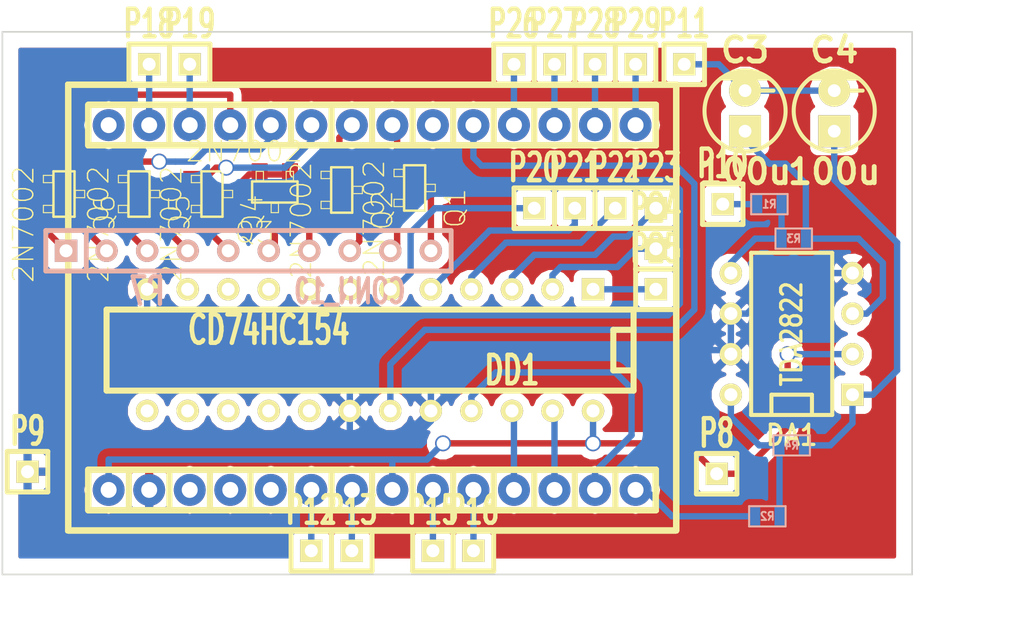
<source format=kicad_pcb>
(kicad_pcb (version 3) (host pcbnew "(2013-may-18)-stable")

  (general
    (links 60)
    (no_connects 0)
    (area 24.807334 22.24024 95 63.700001)
    (thickness 1.6)
    (drawings 7)
    (tracks 201)
    (zones 0)
    (modules 36)
    (nets 46)
  )

  (page A3)
  (layers
    (15 F.Cu signal)
    (0 B.Cu signal)
    (16 B.Adhes user)
    (17 F.Adhes user)
    (18 B.Paste user)
    (19 F.Paste user)
    (20 B.SilkS user)
    (21 F.SilkS user)
    (22 B.Mask user)
    (23 F.Mask user)
    (24 Dwgs.User user)
    (25 Cmts.User user)
    (26 Eco1.User user)
    (27 Eco2.User user)
    (28 Edge.Cuts user)
  )

  (setup
    (last_trace_width 0.4)
    (trace_clearance 0.254)
    (zone_clearance 0.508)
    (zone_45_only no)
    (trace_min 0.254)
    (segment_width 0.2)
    (edge_width 0.1)
    (via_size 1)
    (via_drill 0.8)
    (via_min_size 0.889)
    (via_min_drill 0.508)
    (uvia_size 0.508)
    (uvia_drill 0.127)
    (uvias_allowed no)
    (uvia_min_size 0.508)
    (uvia_min_drill 0.127)
    (pcb_text_width 0.3)
    (pcb_text_size 1.5 1.5)
    (mod_edge_width 0.15)
    (mod_text_size 1 1)
    (mod_text_width 0.15)
    (pad_size 1.5 1.5)
    (pad_drill 0.6)
    (pad_to_mask_clearance 0)
    (aux_axis_origin 0 0)
    (visible_elements FFFFFFBF)
    (pcbplotparams
      (layerselection 3178497)
      (usegerberextensions true)
      (excludeedgelayer true)
      (linewidth 0.150000)
      (plotframeref false)
      (viasonmask false)
      (mode 1)
      (useauxorigin false)
      (hpglpennumber 1)
      (hpglpenspeed 20)
      (hpglpendiameter 15)
      (hpglpenoverlay 2)
      (psnegative false)
      (psa4output false)
      (plotreference true)
      (plotvalue true)
      (plotothertext true)
      (plotinvisibletext false)
      (padsonsilk false)
      (subtractmaskfromsilk false)
      (outputformat 1)
      (mirror false)
      (drillshape 1)
      (scaleselection 1)
      (outputdirectory ""))
  )

  (net 0 "")
  (net 1 /Audio_in)
  (net 2 /DRUM/BUTN0)
  (net 3 /DRUM/BUTN1)
  (net 4 /DRUM/BUTN2)
  (net 5 /DRUM/BUTN3)
  (net 6 /DRUM/DRUM0)
  (net 7 /DRUM/DRUM1)
  (net 8 /DRUM/LED0)
  (net 9 /DRUM/LED1)
  (net 10 /DRUM/LED2)
  (net 11 /DRUM/LED3)
  (net 12 /DRUM/LED4)
  (net 13 /DRUM/LED5)
  (net 14 /DRUM/SPEAKER)
  (net 15 /PB0)
  (net 16 /PB1)
  (net 17 /PB2)
  (net 18 /PC1)
  (net 19 /PC6)
  (net 20 /PD0)
  (net 21 /PD2)
  (net 22 /PD3)
  (net 23 /PD4)
  (net 24 /PD5)
  (net 25 /PD6)
  (net 26 /PE5)
  (net 27 /Player/BAT+)
  (net 28 /Player/BTN0a)
  (net 29 /Player/BTN0b)
  (net 30 /Player/BTN1a)
  (net 31 /Player/BTN1b)
  (net 32 /Player/BTN2a)
  (net 33 /Player/BTN2b)
  (net 34 /Player/BTN3a)
  (net 35 /Player/BTN3b)
  (net 36 /Player/BTN4a)
  (net 37 /Player/BTN4b)
  (net 38 /SWIM/PD1)
  (net 39 GND)
  (net 40 N-000001)
  (net 41 N-0000015)
  (net 42 N-0000016)
  (net 43 N-0000017)
  (net 44 N-0000052)
  (net 45 VCC)

  (net_class Default "This is the default net class."
    (clearance 0.254)
    (trace_width 0.4)
    (via_dia 1)
    (via_drill 0.8)
    (uvia_dia 0.508)
    (uvia_drill 0.127)
    (add_net "")
    (add_net /Audio_in)
    (add_net /DRUM/BUTN0)
    (add_net /DRUM/BUTN1)
    (add_net /DRUM/BUTN2)
    (add_net /DRUM/BUTN3)
    (add_net /DRUM/DRUM0)
    (add_net /DRUM/DRUM1)
    (add_net /DRUM/LED0)
    (add_net /DRUM/LED1)
    (add_net /DRUM/LED2)
    (add_net /DRUM/LED3)
    (add_net /DRUM/LED4)
    (add_net /DRUM/LED5)
    (add_net /DRUM/SPEAKER)
    (add_net /PB0)
    (add_net /PB1)
    (add_net /PB2)
    (add_net /PC1)
    (add_net /PC6)
    (add_net /PD0)
    (add_net /PD2)
    (add_net /PD3)
    (add_net /PD4)
    (add_net /PD5)
    (add_net /PD6)
    (add_net /PE5)
    (add_net /Player/BAT+)
    (add_net /Player/BTN0a)
    (add_net /Player/BTN0b)
    (add_net /Player/BTN1a)
    (add_net /Player/BTN1b)
    (add_net /Player/BTN2a)
    (add_net /Player/BTN2b)
    (add_net /Player/BTN3a)
    (add_net /Player/BTN3b)
    (add_net /Player/BTN4a)
    (add_net /Player/BTN4b)
    (add_net /SWIM/PD1)
    (add_net GND)
    (add_net N-000001)
    (add_net N-0000015)
    (add_net N-0000016)
    (add_net N-0000017)
    (add_net N-0000052)
    (add_net VCC)
  )

  (module transistors_gaui-SOT23 (layer F.Cu) (tedit 200000) (tstamp 5421D30D)
    (at 40.132 34.163 270)
    (descr SOT-23)
    (tags SOT-23)
    (path /541D6DEF)
    (attr smd)
    (fp_text reference Q4 (at 1.27 -2.54 270) (layer F.SilkS)
      (effects (font (size 1.27 1.27) (thickness 0.0889)))
    )
    (fp_text value 2N7002 (at 1.905 2.54 270) (layer F.SilkS)
      (effects (font (size 1.27 1.27) (thickness 0.0889)))
    )
    (fp_line (start -0.2286 -0.7112) (end 0.2286 -0.7112) (layer F.SilkS) (width 0.06604))
    (fp_line (start 0.2286 -0.7112) (end 0.2286 -1.29286) (layer F.SilkS) (width 0.06604))
    (fp_line (start -0.2286 -1.29286) (end 0.2286 -1.29286) (layer F.SilkS) (width 0.06604))
    (fp_line (start -0.2286 -0.7112) (end -0.2286 -1.29286) (layer F.SilkS) (width 0.06604))
    (fp_line (start 0.7112 1.29286) (end 1.1684 1.29286) (layer F.SilkS) (width 0.06604))
    (fp_line (start 1.1684 1.29286) (end 1.1684 0.7112) (layer F.SilkS) (width 0.06604))
    (fp_line (start 0.7112 0.7112) (end 1.1684 0.7112) (layer F.SilkS) (width 0.06604))
    (fp_line (start 0.7112 1.29286) (end 0.7112 0.7112) (layer F.SilkS) (width 0.06604))
    (fp_line (start -1.1684 1.29286) (end -0.7112 1.29286) (layer F.SilkS) (width 0.06604))
    (fp_line (start -0.7112 1.29286) (end -0.7112 0.7112) (layer F.SilkS) (width 0.06604))
    (fp_line (start -1.1684 0.7112) (end -0.7112 0.7112) (layer F.SilkS) (width 0.06604))
    (fp_line (start -1.1684 1.29286) (end -1.1684 0.7112) (layer F.SilkS) (width 0.06604))
    (fp_line (start 1.4224 -0.6604) (end 1.4224 0.6604) (layer F.SilkS) (width 0.1524))
    (fp_line (start 1.4224 0.6604) (end -1.4224 0.6604) (layer F.SilkS) (width 0.1524))
    (fp_line (start -1.4224 0.6604) (end -1.4224 -0.6604) (layer F.SilkS) (width 0.1524))
    (fp_line (start -1.4224 -0.6604) (end 1.4224 -0.6604) (layer F.SilkS) (width 0.1524))
    (pad 1 smd rect (at -0.94996 1.09982 270) (size 0.99822 1.39954)
      (layers F.Cu F.Paste F.Mask)
      (net 21 /PD2)
    )
    (pad 2 smd rect (at 0.94996 1.09982 270) (size 0.99822 1.39954)
      (layers F.Cu F.Paste F.Mask)
      (net 33 /Player/BTN2b)
    )
    (pad 3 smd rect (at 0 -1.09982 270) (size 0.99822 1.39954)
      (layers F.Cu F.Paste F.Mask)
      (net 40 N-000001)
    )
  )

  (module transistors_gaui-SOT23 (layer F.Cu) (tedit 200000) (tstamp 5421D324)
    (at 48.26 33.909 270)
    (descr SOT-23)
    (tags SOT-23)
    (path /541D6DE9)
    (attr smd)
    (fp_text reference Q2 (at 1.27 -2.54 270) (layer F.SilkS)
      (effects (font (size 1.27 1.27) (thickness 0.0889)))
    )
    (fp_text value 2N7002 (at 1.905 2.54 270) (layer F.SilkS)
      (effects (font (size 1.27 1.27) (thickness 0.0889)))
    )
    (fp_line (start -0.2286 -0.7112) (end 0.2286 -0.7112) (layer F.SilkS) (width 0.06604))
    (fp_line (start 0.2286 -0.7112) (end 0.2286 -1.29286) (layer F.SilkS) (width 0.06604))
    (fp_line (start -0.2286 -1.29286) (end 0.2286 -1.29286) (layer F.SilkS) (width 0.06604))
    (fp_line (start -0.2286 -0.7112) (end -0.2286 -1.29286) (layer F.SilkS) (width 0.06604))
    (fp_line (start 0.7112 1.29286) (end 1.1684 1.29286) (layer F.SilkS) (width 0.06604))
    (fp_line (start 1.1684 1.29286) (end 1.1684 0.7112) (layer F.SilkS) (width 0.06604))
    (fp_line (start 0.7112 0.7112) (end 1.1684 0.7112) (layer F.SilkS) (width 0.06604))
    (fp_line (start 0.7112 1.29286) (end 0.7112 0.7112) (layer F.SilkS) (width 0.06604))
    (fp_line (start -1.1684 1.29286) (end -0.7112 1.29286) (layer F.SilkS) (width 0.06604))
    (fp_line (start -0.7112 1.29286) (end -0.7112 0.7112) (layer F.SilkS) (width 0.06604))
    (fp_line (start -1.1684 0.7112) (end -0.7112 0.7112) (layer F.SilkS) (width 0.06604))
    (fp_line (start -1.1684 1.29286) (end -1.1684 0.7112) (layer F.SilkS) (width 0.06604))
    (fp_line (start 1.4224 -0.6604) (end 1.4224 0.6604) (layer F.SilkS) (width 0.1524))
    (fp_line (start 1.4224 0.6604) (end -1.4224 0.6604) (layer F.SilkS) (width 0.1524))
    (fp_line (start -1.4224 0.6604) (end -1.4224 -0.6604) (layer F.SilkS) (width 0.1524))
    (fp_line (start -1.4224 -0.6604) (end 1.4224 -0.6604) (layer F.SilkS) (width 0.1524))
    (pad 1 smd rect (at -0.94996 1.09982 270) (size 0.99822 1.39954)
      (layers F.Cu F.Paste F.Mask)
      (net 38 /SWIM/PD1)
    )
    (pad 2 smd rect (at 0.94996 1.09982 270) (size 0.99822 1.39954)
      (layers F.Cu F.Paste F.Mask)
      (net 30 /Player/BTN1a)
    )
    (pad 3 smd rect (at 0 -1.09982 270) (size 0.99822 1.39954)
      (layers F.Cu F.Paste F.Mask)
      (net 31 /Player/BTN1b)
    )
  )

  (module transistors_gaui-SOT23 (layer F.Cu) (tedit 200000) (tstamp 5421D33B)
    (at 52.832 33.782 270)
    (descr SOT-23)
    (tags SOT-23)
    (path /541D6DE3)
    (attr smd)
    (fp_text reference Q1 (at 1.27 -2.54 270) (layer F.SilkS)
      (effects (font (size 1.27 1.27) (thickness 0.0889)))
    )
    (fp_text value 2N7002 (at 1.905 2.54 270) (layer F.SilkS)
      (effects (font (size 1.27 1.27) (thickness 0.0889)))
    )
    (fp_line (start -0.2286 -0.7112) (end 0.2286 -0.7112) (layer F.SilkS) (width 0.06604))
    (fp_line (start 0.2286 -0.7112) (end 0.2286 -1.29286) (layer F.SilkS) (width 0.06604))
    (fp_line (start -0.2286 -1.29286) (end 0.2286 -1.29286) (layer F.SilkS) (width 0.06604))
    (fp_line (start -0.2286 -0.7112) (end -0.2286 -1.29286) (layer F.SilkS) (width 0.06604))
    (fp_line (start 0.7112 1.29286) (end 1.1684 1.29286) (layer F.SilkS) (width 0.06604))
    (fp_line (start 1.1684 1.29286) (end 1.1684 0.7112) (layer F.SilkS) (width 0.06604))
    (fp_line (start 0.7112 0.7112) (end 1.1684 0.7112) (layer F.SilkS) (width 0.06604))
    (fp_line (start 0.7112 1.29286) (end 0.7112 0.7112) (layer F.SilkS) (width 0.06604))
    (fp_line (start -1.1684 1.29286) (end -0.7112 1.29286) (layer F.SilkS) (width 0.06604))
    (fp_line (start -0.7112 1.29286) (end -0.7112 0.7112) (layer F.SilkS) (width 0.06604))
    (fp_line (start -1.1684 0.7112) (end -0.7112 0.7112) (layer F.SilkS) (width 0.06604))
    (fp_line (start -1.1684 1.29286) (end -1.1684 0.7112) (layer F.SilkS) (width 0.06604))
    (fp_line (start 1.4224 -0.6604) (end 1.4224 0.6604) (layer F.SilkS) (width 0.1524))
    (fp_line (start 1.4224 0.6604) (end -1.4224 0.6604) (layer F.SilkS) (width 0.1524))
    (fp_line (start -1.4224 0.6604) (end -1.4224 -0.6604) (layer F.SilkS) (width 0.1524))
    (fp_line (start -1.4224 -0.6604) (end 1.4224 -0.6604) (layer F.SilkS) (width 0.1524))
    (pad 1 smd rect (at -0.94996 1.09982 270) (size 0.99822 1.39954)
      (layers F.Cu F.Paste F.Mask)
      (net 20 /PD0)
    )
    (pad 2 smd rect (at 0.94996 1.09982 270) (size 0.99822 1.39954)
      (layers F.Cu F.Paste F.Mask)
      (net 29 /Player/BTN0b)
    )
    (pad 3 smd rect (at 0 -1.09982 270) (size 0.99822 1.39954)
      (layers F.Cu F.Paste F.Mask)
      (net 28 /Player/BTN0a)
    )
  )

  (module transistors_gaui-SOT23 (layer F.Cu) (tedit 200000) (tstamp 5421D352)
    (at 44.069 34.036 180)
    (descr SOT-23)
    (tags SOT-23)
    (path /541D6C1B)
    (attr smd)
    (fp_text reference Q3 (at 1.27 -2.54 180) (layer F.SilkS)
      (effects (font (size 1.27 1.27) (thickness 0.0889)))
    )
    (fp_text value 2N7002 (at 1.905 2.54 180) (layer F.SilkS)
      (effects (font (size 1.27 1.27) (thickness 0.0889)))
    )
    (fp_line (start -0.2286 -0.7112) (end 0.2286 -0.7112) (layer F.SilkS) (width 0.06604))
    (fp_line (start 0.2286 -0.7112) (end 0.2286 -1.29286) (layer F.SilkS) (width 0.06604))
    (fp_line (start -0.2286 -1.29286) (end 0.2286 -1.29286) (layer F.SilkS) (width 0.06604))
    (fp_line (start -0.2286 -0.7112) (end -0.2286 -1.29286) (layer F.SilkS) (width 0.06604))
    (fp_line (start 0.7112 1.29286) (end 1.1684 1.29286) (layer F.SilkS) (width 0.06604))
    (fp_line (start 1.1684 1.29286) (end 1.1684 0.7112) (layer F.SilkS) (width 0.06604))
    (fp_line (start 0.7112 0.7112) (end 1.1684 0.7112) (layer F.SilkS) (width 0.06604))
    (fp_line (start 0.7112 1.29286) (end 0.7112 0.7112) (layer F.SilkS) (width 0.06604))
    (fp_line (start -1.1684 1.29286) (end -0.7112 1.29286) (layer F.SilkS) (width 0.06604))
    (fp_line (start -0.7112 1.29286) (end -0.7112 0.7112) (layer F.SilkS) (width 0.06604))
    (fp_line (start -1.1684 0.7112) (end -0.7112 0.7112) (layer F.SilkS) (width 0.06604))
    (fp_line (start -1.1684 1.29286) (end -1.1684 0.7112) (layer F.SilkS) (width 0.06604))
    (fp_line (start 1.4224 -0.6604) (end 1.4224 0.6604) (layer F.SilkS) (width 0.1524))
    (fp_line (start 1.4224 0.6604) (end -1.4224 0.6604) (layer F.SilkS) (width 0.1524))
    (fp_line (start -1.4224 0.6604) (end -1.4224 -0.6604) (layer F.SilkS) (width 0.1524))
    (fp_line (start -1.4224 -0.6604) (end 1.4224 -0.6604) (layer F.SilkS) (width 0.1524))
    (pad 1 smd rect (at -0.94996 1.09982 180) (size 0.99822 1.39954)
      (layers F.Cu F.Paste F.Mask)
      (net 40 N-000001)
    )
    (pad 2 smd rect (at 0.94996 1.09982 180) (size 0.99822 1.39954)
      (layers F.Cu F.Paste F.Mask)
      (net 40 N-000001)
    )
    (pad 3 smd rect (at 0 -1.09982 180) (size 0.99822 1.39954)
      (layers F.Cu F.Paste F.Mask)
      (net 32 /Player/BTN2a)
    )
  )

  (module transistors_gaui-SOT23 (layer F.Cu) (tedit 200000) (tstamp 5421D369)
    (at 30.861 34.163 270)
    (descr SOT-23)
    (tags SOT-23)
    (path /541D6AAD)
    (attr smd)
    (fp_text reference Q6 (at 1.27 -2.54 270) (layer F.SilkS)
      (effects (font (size 1.27 1.27) (thickness 0.0889)))
    )
    (fp_text value 2N7002 (at 1.905 2.54 270) (layer F.SilkS)
      (effects (font (size 1.27 1.27) (thickness 0.0889)))
    )
    (fp_line (start -0.2286 -0.7112) (end 0.2286 -0.7112) (layer F.SilkS) (width 0.06604))
    (fp_line (start 0.2286 -0.7112) (end 0.2286 -1.29286) (layer F.SilkS) (width 0.06604))
    (fp_line (start -0.2286 -1.29286) (end 0.2286 -1.29286) (layer F.SilkS) (width 0.06604))
    (fp_line (start -0.2286 -0.7112) (end -0.2286 -1.29286) (layer F.SilkS) (width 0.06604))
    (fp_line (start 0.7112 1.29286) (end 1.1684 1.29286) (layer F.SilkS) (width 0.06604))
    (fp_line (start 1.1684 1.29286) (end 1.1684 0.7112) (layer F.SilkS) (width 0.06604))
    (fp_line (start 0.7112 0.7112) (end 1.1684 0.7112) (layer F.SilkS) (width 0.06604))
    (fp_line (start 0.7112 1.29286) (end 0.7112 0.7112) (layer F.SilkS) (width 0.06604))
    (fp_line (start -1.1684 1.29286) (end -0.7112 1.29286) (layer F.SilkS) (width 0.06604))
    (fp_line (start -0.7112 1.29286) (end -0.7112 0.7112) (layer F.SilkS) (width 0.06604))
    (fp_line (start -1.1684 0.7112) (end -0.7112 0.7112) (layer F.SilkS) (width 0.06604))
    (fp_line (start -1.1684 1.29286) (end -1.1684 0.7112) (layer F.SilkS) (width 0.06604))
    (fp_line (start 1.4224 -0.6604) (end 1.4224 0.6604) (layer F.SilkS) (width 0.1524))
    (fp_line (start 1.4224 0.6604) (end -1.4224 0.6604) (layer F.SilkS) (width 0.1524))
    (fp_line (start -1.4224 0.6604) (end -1.4224 -0.6604) (layer F.SilkS) (width 0.1524))
    (fp_line (start -1.4224 -0.6604) (end 1.4224 -0.6604) (layer F.SilkS) (width 0.1524))
    (pad 1 smd rect (at -0.94996 1.09982 270) (size 0.99822 1.39954)
      (layers F.Cu F.Paste F.Mask)
      (net 23 /PD4)
    )
    (pad 2 smd rect (at 0.94996 1.09982 270) (size 0.99822 1.39954)
      (layers F.Cu F.Paste F.Mask)
      (net 37 /Player/BTN4b)
    )
    (pad 3 smd rect (at 0 -1.09982 270) (size 0.99822 1.39954)
      (layers F.Cu F.Paste F.Mask)
      (net 36 /Player/BTN4a)
    )
  )

  (module transistors_gaui-SOT23 (layer F.Cu) (tedit 200000) (tstamp 5421D380)
    (at 35.56 34.163 270)
    (descr SOT-23)
    (tags SOT-23)
    (path /541D5E5C)
    (attr smd)
    (fp_text reference Q5 (at 1.27 -2.54 270) (layer F.SilkS)
      (effects (font (size 1.27 1.27) (thickness 0.0889)))
    )
    (fp_text value 2N7002 (at 1.905 2.54 270) (layer F.SilkS)
      (effects (font (size 1.27 1.27) (thickness 0.0889)))
    )
    (fp_line (start -0.2286 -0.7112) (end 0.2286 -0.7112) (layer F.SilkS) (width 0.06604))
    (fp_line (start 0.2286 -0.7112) (end 0.2286 -1.29286) (layer F.SilkS) (width 0.06604))
    (fp_line (start -0.2286 -1.29286) (end 0.2286 -1.29286) (layer F.SilkS) (width 0.06604))
    (fp_line (start -0.2286 -0.7112) (end -0.2286 -1.29286) (layer F.SilkS) (width 0.06604))
    (fp_line (start 0.7112 1.29286) (end 1.1684 1.29286) (layer F.SilkS) (width 0.06604))
    (fp_line (start 1.1684 1.29286) (end 1.1684 0.7112) (layer F.SilkS) (width 0.06604))
    (fp_line (start 0.7112 0.7112) (end 1.1684 0.7112) (layer F.SilkS) (width 0.06604))
    (fp_line (start 0.7112 1.29286) (end 0.7112 0.7112) (layer F.SilkS) (width 0.06604))
    (fp_line (start -1.1684 1.29286) (end -0.7112 1.29286) (layer F.SilkS) (width 0.06604))
    (fp_line (start -0.7112 1.29286) (end -0.7112 0.7112) (layer F.SilkS) (width 0.06604))
    (fp_line (start -1.1684 0.7112) (end -0.7112 0.7112) (layer F.SilkS) (width 0.06604))
    (fp_line (start -1.1684 1.29286) (end -1.1684 0.7112) (layer F.SilkS) (width 0.06604))
    (fp_line (start 1.4224 -0.6604) (end 1.4224 0.6604) (layer F.SilkS) (width 0.1524))
    (fp_line (start 1.4224 0.6604) (end -1.4224 0.6604) (layer F.SilkS) (width 0.1524))
    (fp_line (start -1.4224 0.6604) (end -1.4224 -0.6604) (layer F.SilkS) (width 0.1524))
    (fp_line (start -1.4224 -0.6604) (end 1.4224 -0.6604) (layer F.SilkS) (width 0.1524))
    (pad 1 smd rect (at -0.94996 1.09982 270) (size 0.99822 1.39954)
      (layers F.Cu F.Paste F.Mask)
      (net 22 /PD3)
    )
    (pad 2 smd rect (at 0.94996 1.09982 270) (size 0.99822 1.39954)
      (layers F.Cu F.Paste F.Mask)
      (net 35 /Player/BTN3b)
    )
    (pad 3 smd rect (at 0 -1.09982 270) (size 0.99822 1.39954)
      (layers F.Cu F.Paste F.Mask)
      (net 34 /Player/BTN3a)
    )
  )

  (module SM0603 (layer B.Cu) (tedit 4E43A3D1) (tstamp 5421D394)
    (at 76.454 49.911)
    (path /541D48EE)
    (attr smd)
    (fp_text reference R4 (at 0 0) (layer B.SilkS)
      (effects (font (size 0.508 0.4572) (thickness 0.1143)) (justify mirror))
    )
    (fp_text value 10k (at 0 0) (layer B.SilkS) hide
      (effects (font (size 0.508 0.4572) (thickness 0.1143)) (justify mirror))
    )
    (fp_line (start -1.143 0.635) (end 1.143 0.635) (layer B.SilkS) (width 0.127))
    (fp_line (start 1.143 0.635) (end 1.143 -0.635) (layer B.SilkS) (width 0.127))
    (fp_line (start 1.143 -0.635) (end -1.143 -0.635) (layer B.SilkS) (width 0.127))
    (fp_line (start -1.143 -0.635) (end -1.143 0.635) (layer B.SilkS) (width 0.127))
    (pad 1 smd rect (at -0.762 0) (size 0.635 1.143)
      (layers B.Cu B.Paste B.Mask)
      (net 41 N-0000015)
    )
    (pad 2 smd rect (at 0.762 0) (size 0.635 1.143)
      (layers B.Cu B.Paste B.Mask)
      (net 44 N-0000052)
    )
    (model smd\resistors\R0603.wrl
      (at (xyz 0 0 0.001))
      (scale (xyz 0.5 0.5 0.5))
      (rotate (xyz 0 0 0))
    )
  )

  (module DIP-8__300 (layer F.Cu) (tedit 43A7F843) (tstamp 5421D3B5)
    (at 76.454 42.926 90)
    (descr "8 pins DIL package, round pads")
    (tags DIL)
    (path /53D63E9D)
    (fp_text reference DA1 (at -6.35 0 180) (layer F.SilkS)
      (effects (font (size 1.27 1.143) (thickness 0.2032)))
    )
    (fp_text value TDA2822 (at 0 0 90) (layer F.SilkS)
      (effects (font (size 1.27 1.016) (thickness 0.2032)))
    )
    (fp_line (start -5.08 -1.27) (end -3.81 -1.27) (layer F.SilkS) (width 0.254))
    (fp_line (start -3.81 -1.27) (end -3.81 1.27) (layer F.SilkS) (width 0.254))
    (fp_line (start -3.81 1.27) (end -5.08 1.27) (layer F.SilkS) (width 0.254))
    (fp_line (start -5.08 -2.54) (end 5.08 -2.54) (layer F.SilkS) (width 0.254))
    (fp_line (start 5.08 -2.54) (end 5.08 2.54) (layer F.SilkS) (width 0.254))
    (fp_line (start 5.08 2.54) (end -5.08 2.54) (layer F.SilkS) (width 0.254))
    (fp_line (start -5.08 2.54) (end -5.08 -2.54) (layer F.SilkS) (width 0.254))
    (pad 1 thru_hole rect (at -3.81 3.81 90) (size 1.397 1.397) (drill 0.8128)
      (layers *.Cu *.Mask F.SilkS)
      (net 44 N-0000052)
    )
    (pad 2 thru_hole circle (at -1.27 3.81 90) (size 1.397 1.397) (drill 0.8128)
      (layers *.Cu *.Mask F.SilkS)
      (net 45 VCC)
    )
    (pad 3 thru_hole circle (at 1.27 3.81 90) (size 1.397 1.397) (drill 0.8128)
      (layers *.Cu *.Mask F.SilkS)
      (net 43 N-0000017)
    )
    (pad 4 thru_hole circle (at 3.81 3.81 90) (size 1.397 1.397) (drill 0.8128)
      (layers *.Cu *.Mask F.SilkS)
      (net 39 GND)
    )
    (pad 5 thru_hole circle (at 3.81 -3.81 90) (size 1.397 1.397) (drill 0.8128)
      (layers *.Cu *.Mask F.SilkS)
      (net 42 N-0000016)
    )
    (pad 6 thru_hole circle (at 1.27 -3.81 90) (size 1.397 1.397) (drill 0.8128)
      (layers *.Cu *.Mask F.SilkS)
      (net 39 GND)
    )
    (pad 7 thru_hole circle (at -1.27 -3.81 90) (size 1.397 1.397) (drill 0.8128)
      (layers *.Cu *.Mask F.SilkS)
      (net 39 GND)
    )
    (pad 8 thru_hole circle (at -3.81 -3.81 90) (size 1.397 1.397) (drill 0.8128)
      (layers *.Cu *.Mask F.SilkS)
      (net 41 N-0000015)
    )
    (model dil/dil_8.wrl
      (at (xyz 0 0 0))
      (scale (xyz 1 1 1))
      (rotate (xyz 0 0 0))
    )
  )

  (module SM0603 (layer B.Cu) (tedit 4E43A3D1) (tstamp 5425BC7F)
    (at 74.93 54.356)
    (path /541D399A)
    (attr smd)
    (fp_text reference R2 (at 0 0) (layer B.SilkS)
      (effects (font (size 0.508 0.4572) (thickness 0.1143)) (justify mirror))
    )
    (fp_text value 10k (at 0 0) (layer B.SilkS) hide
      (effects (font (size 0.508 0.4572) (thickness 0.1143)) (justify mirror))
    )
    (fp_line (start -1.143 0.635) (end 1.143 0.635) (layer B.SilkS) (width 0.127))
    (fp_line (start 1.143 0.635) (end 1.143 -0.635) (layer B.SilkS) (width 0.127))
    (fp_line (start 1.143 -0.635) (end -1.143 -0.635) (layer B.SilkS) (width 0.127))
    (fp_line (start -1.143 -0.635) (end -1.143 0.635) (layer B.SilkS) (width 0.127))
    (pad 1 smd rect (at -0.762 0) (size 0.635 1.143)
      (layers B.Cu B.Paste B.Mask)
      (net 18 /PC1)
    )
    (pad 2 smd rect (at 0.762 0) (size 0.635 1.143)
      (layers B.Cu B.Paste B.Mask)
      (net 41 N-0000015)
    )
    (model smd\resistors\R0603.wrl
      (at (xyz 0 0 0.001))
      (scale (xyz 0.5 0.5 0.5))
      (rotate (xyz 0 0 0))
    )
  )

  (module SM0603 (layer B.Cu) (tedit 4E43A3D1) (tstamp 5425BC89)
    (at 75.057 34.798)
    (path /541D517A)
    (attr smd)
    (fp_text reference R1 (at 0 0) (layer B.SilkS)
      (effects (font (size 0.508 0.4572) (thickness 0.1143)) (justify mirror))
    )
    (fp_text value 10k (at 0 0) (layer B.SilkS) hide
      (effects (font (size 0.508 0.4572) (thickness 0.1143)) (justify mirror))
    )
    (fp_line (start -1.143 0.635) (end 1.143 0.635) (layer B.SilkS) (width 0.127))
    (fp_line (start 1.143 0.635) (end 1.143 -0.635) (layer B.SilkS) (width 0.127))
    (fp_line (start 1.143 -0.635) (end -1.143 -0.635) (layer B.SilkS) (width 0.127))
    (fp_line (start -1.143 -0.635) (end -1.143 0.635) (layer B.SilkS) (width 0.127))
    (pad 1 smd rect (at -0.762 0) (size 0.635 1.143)
      (layers B.Cu B.Paste B.Mask)
      (net 1 /Audio_in)
    )
    (pad 2 smd rect (at 0.762 0) (size 0.635 1.143)
      (layers B.Cu B.Paste B.Mask)
      (net 42 N-0000016)
    )
    (model smd\resistors\R0603.wrl
      (at (xyz 0 0 0.001))
      (scale (xyz 0.5 0.5 0.5))
      (rotate (xyz 0 0 0))
    )
  )

  (module SM0603 (layer B.Cu) (tedit 4E43A3D1) (tstamp 5425BC93)
    (at 76.581 36.957 180)
    (path /541D5363)
    (attr smd)
    (fp_text reference R3 (at 0 0 180) (layer B.SilkS)
      (effects (font (size 0.508 0.4572) (thickness 0.1143)) (justify mirror))
    )
    (fp_text value 3.3k (at 0 0 180) (layer B.SilkS) hide
      (effects (font (size 0.508 0.4572) (thickness 0.1143)) (justify mirror))
    )
    (fp_line (start -1.143 0.635) (end 1.143 0.635) (layer B.SilkS) (width 0.127))
    (fp_line (start 1.143 0.635) (end 1.143 -0.635) (layer B.SilkS) (width 0.127))
    (fp_line (start 1.143 -0.635) (end -1.143 -0.635) (layer B.SilkS) (width 0.127))
    (fp_line (start -1.143 -0.635) (end -1.143 0.635) (layer B.SilkS) (width 0.127))
    (pad 1 smd rect (at -0.762 0 180) (size 0.635 1.143)
      (layers B.Cu B.Paste B.Mask)
      (net 43 N-0000017)
    )
    (pad 2 smd rect (at 0.762 0 180) (size 0.635 1.143)
      (layers B.Cu B.Paste B.Mask)
      (net 42 N-0000016)
    )
    (model smd\resistors\R0603.wrl
      (at (xyz 0 0 0.001))
      (scale (xyz 0.5 0.5 0.5))
      (rotate (xyz 0 0 0))
    )
  )

  (module devboard_pins-9-14 (layer F.Cu) (tedit 53D5631A) (tstamp 5425BD77)
    (at 50.165 41.275)
    (path /5425C192)
    (attr smd)
    (fp_text reference X1 (at 0 -0.381) (layer Cmts.User)
      (effects (font (size 0.508 0.508) (thickness 0.1016)))
    )
    (fp_text value STM8S105BOARD (at 0 0.381) (layer Cmts.User) hide
      (effects (font (size 0.508 0.508) (thickness 0.1016)))
    )
    (fp_line (start 17.78 -10.16) (end 17.78 -12.7) (layer F.SilkS) (width 0.381))
    (fp_line (start 17.78 -12.7) (end -17.78 -12.7) (layer F.SilkS) (width 0.381))
    (fp_line (start -17.78 -12.7) (end -17.78 -10.16) (layer F.SilkS) (width 0.381))
    (fp_line (start -17.78 -10.16) (end 17.78 -10.16) (layer F.SilkS) (width 0.381))
    (fp_line (start 17.78 10.16) (end 17.78 12.7) (layer F.SilkS) (width 0.381))
    (fp_line (start 17.78 12.7) (end -17.78 12.7) (layer F.SilkS) (width 0.381))
    (fp_line (start -17.78 12.7) (end -17.78 10.16) (layer F.SilkS) (width 0.381))
    (fp_line (start -17.78 10.16) (end 17.78 10.16) (layer F.SilkS) (width 0.381))
    (fp_line (start -19.05 -13.97) (end -19.05 13.97) (layer F.SilkS) (width 0.381))
    (fp_line (start -19.05 13.97) (end 19.05 13.97) (layer F.SilkS) (width 0.381))
    (fp_line (start 19.05 13.97) (end 19.05 -13.97) (layer F.SilkS) (width 0.381))
    (fp_line (start 19.05 -13.97) (end -19.05 -13.97) (layer F.SilkS) (width 0.381))
    (fp_line (start 17.78 -10.16) (end 17.78 -12.7) (layer F.SilkS) (width 0.381))
    (fp_line (start 17.78 -12.7) (end -17.78 -12.7) (layer F.SilkS) (width 0.381))
    (fp_line (start -17.78 -12.7) (end -17.78 -10.16) (layer F.SilkS) (width 0.381))
    (fp_line (start -17.78 -10.16) (end 17.78 -10.16) (layer F.SilkS) (width 0.381))
    (fp_line (start 17.78 10.16) (end 17.78 12.7) (layer F.SilkS) (width 0.381))
    (fp_line (start 17.78 12.7) (end -17.78 12.7) (layer F.SilkS) (width 0.381))
    (fp_line (start -17.78 12.7) (end -17.78 10.16) (layer F.SilkS) (width 0.381))
    (fp_line (start -17.78 10.16) (end 17.78 10.16) (layer F.SilkS) (width 0.381))
    (fp_line (start -19.05 -13.97) (end -19.05 13.97) (layer F.SilkS) (width 0.381))
    (fp_line (start -19.05 13.97) (end 19.05 13.97) (layer F.SilkS) (width 0.381))
    (fp_line (start 19.05 13.97) (end 19.05 -13.97) (layer F.SilkS) (width 0.381))
    (fp_line (start 19.05 -13.97) (end -19.05 -13.97) (layer F.SilkS) (width 0.381))
    (fp_line (start 17.78 -10.16) (end 17.78 -12.7) (layer F.SilkS) (width 0.381))
    (fp_line (start 17.78 -12.7) (end -17.78 -12.7) (layer F.SilkS) (width 0.381))
    (fp_line (start -17.78 -12.7) (end -17.78 -10.16) (layer F.SilkS) (width 0.381))
    (fp_line (start -17.78 -10.16) (end 17.78 -10.16) (layer F.SilkS) (width 0.381))
    (fp_line (start 17.78 10.16) (end 17.78 12.7) (layer F.SilkS) (width 0.381))
    (fp_line (start 17.78 12.7) (end -17.78 12.7) (layer F.SilkS) (width 0.381))
    (fp_line (start -17.78 12.7) (end -17.78 10.16) (layer F.SilkS) (width 0.381))
    (fp_line (start -17.78 10.16) (end 17.78 10.16) (layer F.SilkS) (width 0.381))
    (fp_line (start -19.05 -13.97) (end -19.05 13.97) (layer F.SilkS) (width 0.381))
    (fp_line (start -19.05 13.97) (end 19.05 13.97) (layer F.SilkS) (width 0.381))
    (fp_line (start 19.05 13.97) (end 19.05 -13.97) (layer F.SilkS) (width 0.381))
    (fp_line (start 19.05 -13.97) (end -19.05 -13.97) (layer F.SilkS) (width 0.381))
    (fp_line (start 17.78 -10.16) (end 17.78 -12.7) (layer F.SilkS) (width 0.381))
    (fp_line (start 17.78 -12.7) (end -17.78 -12.7) (layer F.SilkS) (width 0.381))
    (fp_line (start -17.78 -12.7) (end -17.78 -10.16) (layer F.SilkS) (width 0.381))
    (fp_line (start -17.78 -10.16) (end 17.78 -10.16) (layer F.SilkS) (width 0.381))
    (fp_line (start 17.78 10.16) (end 17.78 12.7) (layer F.SilkS) (width 0.381))
    (fp_line (start 17.78 12.7) (end -17.78 12.7) (layer F.SilkS) (width 0.381))
    (fp_line (start -17.78 12.7) (end -17.78 10.16) (layer F.SilkS) (width 0.381))
    (fp_line (start -17.78 10.16) (end 17.78 10.16) (layer F.SilkS) (width 0.381))
    (fp_line (start -19.05 -13.97) (end -19.05 13.97) (layer F.SilkS) (width 0.381))
    (fp_line (start -19.05 13.97) (end 19.05 13.97) (layer F.SilkS) (width 0.381))
    (fp_line (start 19.05 13.97) (end 19.05 -13.97) (layer F.SilkS) (width 0.381))
    (fp_line (start 19.05 -13.97) (end -19.05 -13.97) (layer F.SilkS) (width 0.381))
    (fp_line (start 17.78 -10.16) (end 17.78 -12.7) (layer F.SilkS) (width 0.381))
    (fp_line (start 17.78 -12.7) (end -17.78 -12.7) (layer F.SilkS) (width 0.381))
    (fp_line (start -17.78 -12.7) (end -17.78 -10.16) (layer F.SilkS) (width 0.381))
    (fp_line (start -17.78 -10.16) (end 17.78 -10.16) (layer F.SilkS) (width 0.381))
    (fp_line (start 17.78 10.16) (end 17.78 12.7) (layer F.SilkS) (width 0.381))
    (fp_line (start 17.78 12.7) (end -17.78 12.7) (layer F.SilkS) (width 0.381))
    (fp_line (start -17.78 12.7) (end -17.78 10.16) (layer F.SilkS) (width 0.381))
    (fp_line (start -17.78 10.16) (end 17.78 10.16) (layer F.SilkS) (width 0.381))
    (fp_line (start -19.05 -13.97) (end -19.05 13.97) (layer F.SilkS) (width 0.381))
    (fp_line (start -19.05 13.97) (end 19.05 13.97) (layer F.SilkS) (width 0.381))
    (fp_line (start 19.05 13.97) (end 19.05 -13.97) (layer F.SilkS) (width 0.381))
    (fp_line (start 19.05 -13.97) (end -19.05 -13.97) (layer F.SilkS) (width 0.381))
    (fp_line (start 17.78 -10.16) (end 17.78 -12.7) (layer F.SilkS) (width 0.381))
    (fp_line (start 17.78 -12.7) (end -17.78 -12.7) (layer F.SilkS) (width 0.381))
    (fp_line (start -17.78 -12.7) (end -17.78 -10.16) (layer F.SilkS) (width 0.381))
    (fp_line (start -17.78 -10.16) (end 17.78 -10.16) (layer F.SilkS) (width 0.381))
    (fp_line (start 17.78 10.16) (end 17.78 12.7) (layer F.SilkS) (width 0.381))
    (fp_line (start 17.78 12.7) (end -17.78 12.7) (layer F.SilkS) (width 0.381))
    (fp_line (start -17.78 12.7) (end -17.78 10.16) (layer F.SilkS) (width 0.381))
    (fp_line (start -17.78 10.16) (end 17.78 10.16) (layer F.SilkS) (width 0.381))
    (fp_line (start -19.05 -13.97) (end -19.05 13.97) (layer F.SilkS) (width 0.381))
    (fp_line (start -19.05 13.97) (end 19.05 13.97) (layer F.SilkS) (width 0.381))
    (fp_line (start 19.05 13.97) (end 19.05 -13.97) (layer F.SilkS) (width 0.381))
    (fp_line (start 19.05 -13.97) (end -19.05 -13.97) (layer F.SilkS) (width 0.381))
    (fp_line (start 17.78 -10.16) (end 17.78 -12.7) (layer F.SilkS) (width 0.381))
    (fp_line (start 17.78 -12.7) (end -17.78 -12.7) (layer F.SilkS) (width 0.381))
    (fp_line (start -17.78 -12.7) (end -17.78 -10.16) (layer F.SilkS) (width 0.381))
    (fp_line (start -17.78 -10.16) (end 17.78 -10.16) (layer F.SilkS) (width 0.381))
    (fp_line (start 17.78 10.16) (end 17.78 12.7) (layer F.SilkS) (width 0.381))
    (fp_line (start 17.78 12.7) (end -17.78 12.7) (layer F.SilkS) (width 0.381))
    (fp_line (start -17.78 12.7) (end -17.78 10.16) (layer F.SilkS) (width 0.381))
    (fp_line (start -17.78 10.16) (end 17.78 10.16) (layer F.SilkS) (width 0.381))
    (fp_line (start -19.05 -13.97) (end -19.05 13.97) (layer F.SilkS) (width 0.381))
    (fp_line (start -19.05 13.97) (end 19.05 13.97) (layer F.SilkS) (width 0.381))
    (fp_line (start 19.05 13.97) (end 19.05 -13.97) (layer F.SilkS) (width 0.381))
    (fp_line (start 19.05 -13.97) (end -19.05 -13.97) (layer F.SilkS) (width 0.381))
    (fp_line (start 17.78 -10.16) (end 17.78 -12.7) (layer F.SilkS) (width 0.381))
    (fp_line (start 17.78 -12.7) (end -17.78 -12.7) (layer F.SilkS) (width 0.381))
    (fp_line (start -17.78 -12.7) (end -17.78 -10.16) (layer F.SilkS) (width 0.381))
    (fp_line (start -17.78 -10.16) (end 17.78 -10.16) (layer F.SilkS) (width 0.381))
    (fp_line (start 17.78 10.16) (end 17.78 12.7) (layer F.SilkS) (width 0.381))
    (fp_line (start 17.78 12.7) (end -17.78 12.7) (layer F.SilkS) (width 0.381))
    (fp_line (start -17.78 12.7) (end -17.78 10.16) (layer F.SilkS) (width 0.381))
    (fp_line (start -17.78 10.16) (end 17.78 10.16) (layer F.SilkS) (width 0.381))
    (fp_line (start -19.05 -13.97) (end -19.05 13.97) (layer F.SilkS) (width 0.381))
    (fp_line (start -19.05 13.97) (end 19.05 13.97) (layer F.SilkS) (width 0.381))
    (fp_line (start 19.05 13.97) (end 19.05 -13.97) (layer F.SilkS) (width 0.381))
    (fp_line (start 19.05 -13.97) (end -19.05 -13.97) (layer F.SilkS) (width 0.381))
    (fp_line (start 17.78 -10.16) (end 17.78 -12.7) (layer F.SilkS) (width 0.381))
    (fp_line (start 17.78 -12.7) (end -17.78 -12.7) (layer F.SilkS) (width 0.381))
    (fp_line (start -17.78 -12.7) (end -17.78 -10.16) (layer F.SilkS) (width 0.381))
    (fp_line (start -17.78 -10.16) (end 17.78 -10.16) (layer F.SilkS) (width 0.381))
    (fp_line (start 17.78 10.16) (end 17.78 12.7) (layer F.SilkS) (width 0.381))
    (fp_line (start 17.78 12.7) (end -17.78 12.7) (layer F.SilkS) (width 0.381))
    (fp_line (start -17.78 12.7) (end -17.78 10.16) (layer F.SilkS) (width 0.381))
    (fp_line (start -17.78 10.16) (end 17.78 10.16) (layer F.SilkS) (width 0.381))
    (fp_line (start -19.05 -13.97) (end -19.05 13.97) (layer F.SilkS) (width 0.381))
    (fp_line (start -19.05 13.97) (end 19.05 13.97) (layer F.SilkS) (width 0.381))
    (fp_line (start 19.05 13.97) (end 19.05 -13.97) (layer F.SilkS) (width 0.381))
    (fp_line (start 19.05 -13.97) (end -19.05 -13.97) (layer F.SilkS) (width 0.381))
    (fp_line (start 17.78 -10.16) (end 17.78 -12.7) (layer F.SilkS) (width 0.381))
    (fp_line (start 17.78 -12.7) (end -17.78 -12.7) (layer F.SilkS) (width 0.381))
    (fp_line (start -17.78 -12.7) (end -17.78 -10.16) (layer F.SilkS) (width 0.381))
    (fp_line (start -17.78 -10.16) (end 17.78 -10.16) (layer F.SilkS) (width 0.381))
    (fp_line (start 17.78 10.16) (end 17.78 12.7) (layer F.SilkS) (width 0.381))
    (fp_line (start 17.78 12.7) (end -17.78 12.7) (layer F.SilkS) (width 0.381))
    (fp_line (start -17.78 12.7) (end -17.78 10.16) (layer F.SilkS) (width 0.381))
    (fp_line (start -17.78 10.16) (end 17.78 10.16) (layer F.SilkS) (width 0.381))
    (fp_line (start -19.05 -13.97) (end -19.05 13.97) (layer F.SilkS) (width 0.381))
    (fp_line (start -19.05 13.97) (end 19.05 13.97) (layer F.SilkS) (width 0.381))
    (fp_line (start 19.05 13.97) (end 19.05 -13.97) (layer F.SilkS) (width 0.381))
    (fp_line (start 19.05 -13.97) (end -19.05 -13.97) (layer F.SilkS) (width 0.381))
    (fp_line (start 17.78 -10.16) (end 17.78 -12.7) (layer F.SilkS) (width 0.381))
    (fp_line (start 17.78 -12.7) (end -17.78 -12.7) (layer F.SilkS) (width 0.381))
    (fp_line (start -17.78 -12.7) (end -17.78 -10.16) (layer F.SilkS) (width 0.381))
    (fp_line (start -17.78 -10.16) (end 17.78 -10.16) (layer F.SilkS) (width 0.381))
    (fp_line (start 17.78 10.16) (end 17.78 12.7) (layer F.SilkS) (width 0.381))
    (fp_line (start 17.78 12.7) (end -17.78 12.7) (layer F.SilkS) (width 0.381))
    (fp_line (start -17.78 12.7) (end -17.78 10.16) (layer F.SilkS) (width 0.381))
    (fp_line (start -17.78 10.16) (end 17.78 10.16) (layer F.SilkS) (width 0.381))
    (fp_line (start -19.05 -13.97) (end -19.05 13.97) (layer F.SilkS) (width 0.381))
    (fp_line (start -19.05 13.97) (end 19.05 13.97) (layer F.SilkS) (width 0.381))
    (fp_line (start 19.05 13.97) (end 19.05 -13.97) (layer F.SilkS) (width 0.381))
    (fp_line (start 19.05 -13.97) (end -19.05 -13.97) (layer F.SilkS) (width 0.381))
    (fp_line (start 17.78 -10.16) (end 17.78 -12.7) (layer F.SilkS) (width 0.381))
    (fp_line (start 17.78 -12.7) (end -17.78 -12.7) (layer F.SilkS) (width 0.381))
    (fp_line (start -17.78 -12.7) (end -17.78 -10.16) (layer F.SilkS) (width 0.381))
    (fp_line (start -17.78 -10.16) (end 17.78 -10.16) (layer F.SilkS) (width 0.381))
    (fp_line (start 17.78 10.16) (end 17.78 12.7) (layer F.SilkS) (width 0.381))
    (fp_line (start 17.78 12.7) (end -17.78 12.7) (layer F.SilkS) (width 0.381))
    (fp_line (start -17.78 12.7) (end -17.78 10.16) (layer F.SilkS) (width 0.381))
    (fp_line (start -17.78 10.16) (end 17.78 10.16) (layer F.SilkS) (width 0.381))
    (fp_line (start -19.05 -13.97) (end -19.05 13.97) (layer F.SilkS) (width 0.381))
    (fp_line (start -19.05 13.97) (end 19.05 13.97) (layer F.SilkS) (width 0.381))
    (fp_line (start 19.05 13.97) (end 19.05 -13.97) (layer F.SilkS) (width 0.381))
    (fp_line (start 19.05 -13.97) (end -19.05 -13.97) (layer F.SilkS) (width 0.381))
    (fp_line (start 17.78 -10.16) (end 17.78 -12.7) (layer F.SilkS) (width 0.381))
    (fp_line (start 17.78 -12.7) (end -17.78 -12.7) (layer F.SilkS) (width 0.381))
    (fp_line (start -17.78 -12.7) (end -17.78 -10.16) (layer F.SilkS) (width 0.381))
    (fp_line (start -17.78 -10.16) (end 17.78 -10.16) (layer F.SilkS) (width 0.381))
    (fp_line (start 17.78 10.16) (end 17.78 12.7) (layer F.SilkS) (width 0.381))
    (fp_line (start 17.78 12.7) (end -17.78 12.7) (layer F.SilkS) (width 0.381))
    (fp_line (start -17.78 12.7) (end -17.78 10.16) (layer F.SilkS) (width 0.381))
    (fp_line (start -17.78 10.16) (end 17.78 10.16) (layer F.SilkS) (width 0.381))
    (fp_line (start -19.05 -13.97) (end -19.05 13.97) (layer F.SilkS) (width 0.381))
    (fp_line (start -19.05 13.97) (end 19.05 13.97) (layer F.SilkS) (width 0.381))
    (fp_line (start 19.05 13.97) (end 19.05 -13.97) (layer F.SilkS) (width 0.381))
    (fp_line (start 19.05 -13.97) (end -19.05 -13.97) (layer F.SilkS) (width 0.381))
    (fp_line (start 17.78 -10.16) (end 17.78 -12.7) (layer F.SilkS) (width 0.381))
    (fp_line (start 17.78 -12.7) (end -17.78 -12.7) (layer F.SilkS) (width 0.381))
    (fp_line (start -17.78 -12.7) (end -17.78 -10.16) (layer F.SilkS) (width 0.381))
    (fp_line (start -17.78 -10.16) (end 17.78 -10.16) (layer F.SilkS) (width 0.381))
    (fp_line (start 17.78 10.16) (end 17.78 12.7) (layer F.SilkS) (width 0.381))
    (fp_line (start 17.78 12.7) (end -17.78 12.7) (layer F.SilkS) (width 0.381))
    (fp_line (start -17.78 12.7) (end -17.78 10.16) (layer F.SilkS) (width 0.381))
    (fp_line (start -17.78 10.16) (end 17.78 10.16) (layer F.SilkS) (width 0.381))
    (fp_line (start -19.05 -13.97) (end -19.05 13.97) (layer F.SilkS) (width 0.381))
    (fp_line (start -19.05 13.97) (end 19.05 13.97) (layer F.SilkS) (width 0.381))
    (fp_line (start 19.05 13.97) (end 19.05 -13.97) (layer F.SilkS) (width 0.381))
    (fp_line (start 19.05 -13.97) (end -19.05 -13.97) (layer F.SilkS) (width 0.381))
    (fp_line (start -15.24 -12.7) (end -15.24 -10.16) (layer F.SilkS) (width 0.381))
    (fp_line (start -15.24 12.7) (end -15.24 10.16) (layer F.SilkS) (width 0.381))
    (fp_line (start -12.7 -12.7) (end -12.7 -10.16) (layer F.SilkS) (width 0.381))
    (fp_line (start -12.7 12.7) (end -12.7 10.16) (layer F.SilkS) (width 0.381))
    (fp_line (start -10.16 -12.7) (end -10.16 -10.16) (layer F.SilkS) (width 0.381))
    (fp_line (start -10.16 12.7) (end -10.16 10.16) (layer F.SilkS) (width 0.381))
    (fp_line (start -7.62 -12.7) (end -7.62 -10.16) (layer F.SilkS) (width 0.381))
    (fp_line (start -7.62 12.7) (end -7.62 10.16) (layer F.SilkS) (width 0.381))
    (fp_line (start -5.08 -12.7) (end -5.08 -10.16) (layer F.SilkS) (width 0.381))
    (fp_line (start -5.08 12.7) (end -5.08 10.16) (layer F.SilkS) (width 0.381))
    (fp_line (start -2.54 -12.7) (end -2.54 -10.16) (layer F.SilkS) (width 0.381))
    (fp_line (start -2.54 12.7) (end -2.54 10.16) (layer F.SilkS) (width 0.381))
    (fp_line (start 0 -12.7) (end 0 -10.16) (layer F.SilkS) (width 0.381))
    (fp_line (start 0 12.7) (end 0 10.16) (layer F.SilkS) (width 0.381))
    (fp_line (start 2.54 -12.7) (end 2.54 -10.16) (layer F.SilkS) (width 0.381))
    (fp_line (start 2.54 12.7) (end 2.54 10.16) (layer F.SilkS) (width 0.381))
    (fp_line (start 5.08 -12.7) (end 5.08 -10.16) (layer F.SilkS) (width 0.381))
    (fp_line (start 5.08 12.7) (end 5.08 10.16) (layer F.SilkS) (width 0.381))
    (fp_line (start 7.62 -12.7) (end 7.62 -10.16) (layer F.SilkS) (width 0.381))
    (fp_line (start 7.62 12.7) (end 7.62 10.16) (layer F.SilkS) (width 0.381))
    (fp_line (start 10.16 -12.7) (end 10.16 -10.16) (layer F.SilkS) (width 0.381))
    (fp_line (start 10.16 12.7) (end 10.16 10.16) (layer F.SilkS) (width 0.381))
    (fp_line (start 12.7 -12.7) (end 12.7 -10.16) (layer F.SilkS) (width 0.381))
    (fp_line (start 12.7 12.7) (end 12.7 10.16) (layer F.SilkS) (width 0.381))
    (fp_line (start 15.24 -12.7) (end 15.24 -10.16) (layer F.SilkS) (width 0.381))
    (fp_line (start 15.24 12.7) (end 15.24 10.16) (layer F.SilkS) (width 0.381))
    (fp_line (start 17.78 -12.7) (end 17.78 -10.16) (layer F.SilkS) (width 0.381))
    (fp_line (start 17.78 12.7) (end 17.78 10.16) (layer F.SilkS) (width 0.381))
    (pad 1 thru_hole oval (at -16.50746 11.42746) (size 1.99898 1.99898) (drill 0.99822)
      (layers *.Cu *.Paste *.Mask)
      (net 45 VCC)
    )
    (pad 28 thru_hole oval (at -16.50746 -11.42746) (size 1.99898 1.99898) (drill 0.99822)
      (layers *.Cu *.Paste *.Mask)
    )
    (pad 2 thru_hole oval (at -13.96746 11.42746) (size 1.99898 1.99898) (drill 0.99822)
      (layers *.Cu *.Paste *.Mask)
      (net 39 GND)
    )
    (pad 27 thru_hole oval (at -13.96746 -11.42746) (size 1.99898 1.99898) (drill 0.99822)
      (layers *.Cu *.Paste *.Mask)
      (net 25 /PD6)
    )
    (pad 3 thru_hole oval (at -11.42746 11.42746) (size 1.99898 1.99898) (drill 0.99822)
      (layers *.Cu *.Paste *.Mask)
    )
    (pad 26 thru_hole oval (at -11.42746 -11.42746) (size 1.99898 1.99898) (drill 0.99822)
      (layers *.Cu *.Paste *.Mask)
      (net 24 /PD5)
    )
    (pad 4 thru_hole oval (at -8.88746 11.42746) (size 1.99898 1.99898) (drill 0.99822)
      (layers *.Cu *.Paste *.Mask)
    )
    (pad 25 thru_hole oval (at -8.88746 -11.42746) (size 1.99898 1.99898) (drill 0.99822)
      (layers *.Cu *.Paste *.Mask)
      (net 23 /PD4)
    )
    (pad 5 thru_hole oval (at -6.34746 11.42746) (size 1.99898 1.99898) (drill 0.99822)
      (layers *.Cu *.Paste *.Mask)
    )
    (pad 24 thru_hole oval (at -6.34746 -11.42746) (size 1.99898 1.99898) (drill 0.99822)
      (layers *.Cu *.Paste *.Mask)
      (net 22 /PD3)
    )
    (pad 6 thru_hole oval (at -3.80746 11.42746) (size 1.99898 1.99898) (drill 0.99822)
      (layers *.Cu *.Paste *.Mask)
      (net 6 /DRUM/DRUM0)
    )
    (pad 23 thru_hole oval (at -3.80746 -11.42746) (size 1.99898 1.99898) (drill 0.99822)
      (layers *.Cu *.Paste *.Mask)
      (net 21 /PD2)
    )
    (pad 7 thru_hole oval (at -1.26746 11.42746) (size 1.99898 1.99898) (drill 0.99822)
      (layers *.Cu *.Paste *.Mask)
      (net 7 /DRUM/DRUM1)
    )
    (pad 22 thru_hole oval (at -1.26746 -11.42746) (size 1.99898 1.99898) (drill 0.99822)
      (layers *.Cu *.Paste *.Mask)
      (net 38 /SWIM/PD1)
    )
    (pad 8 thru_hole oval (at 1.26746 11.42746) (size 1.99898 1.99898) (drill 0.99822)
      (layers *.Cu *.Paste *.Mask)
      (net 45 VCC)
    )
    (pad 21 thru_hole oval (at 1.26746 -11.42746) (size 1.99898 1.99898) (drill 0.99822)
      (layers *.Cu *.Paste *.Mask)
      (net 20 /PD0)
    )
    (pad 9 thru_hole oval (at 3.80746 11.42746) (size 1.99898 1.99898) (drill 0.99822)
      (layers *.Cu *.Paste *.Mask)
      (net 27 /Player/BAT+)
    )
    (pad 20 thru_hole oval (at 3.80746 -11.42746) (size 1.99898 1.99898) (drill 0.99822)
      (layers *.Cu *.Paste *.Mask)
    )
    (pad 10 thru_hole oval (at 6.34746 11.42746) (size 1.99898 1.99898) (drill 0.99822)
      (layers *.Cu *.Paste *.Mask)
      (net 17 /PB2)
    )
    (pad 19 thru_hole oval (at 6.34746 -11.42746) (size 1.99898 1.99898) (drill 0.99822)
      (layers *.Cu *.Paste *.Mask)
      (net 19 /PC6)
    )
    (pad 11 thru_hole oval (at 8.88746 11.42746) (size 1.99898 1.99898) (drill 0.99822)
      (layers *.Cu *.Paste *.Mask)
      (net 16 /PB1)
    )
    (pad 18 thru_hole oval (at 8.88746 -11.42746) (size 1.99898 1.99898) (drill 0.99822)
      (layers *.Cu *.Paste *.Mask)
      (net 5 /DRUM/BUTN3)
    )
    (pad 12 thru_hole oval (at 11.42746 11.42746) (size 1.99898 1.99898) (drill 0.99822)
      (layers *.Cu *.Paste *.Mask)
      (net 15 /PB0)
    )
    (pad 17 thru_hole oval (at 11.42746 -11.42746) (size 1.99898 1.99898) (drill 0.99822)
      (layers *.Cu *.Paste *.Mask)
      (net 4 /DRUM/BUTN2)
    )
    (pad 13 thru_hole oval (at 13.96746 11.42746) (size 1.99898 1.99898) (drill 0.99822)
      (layers *.Cu *.Paste *.Mask)
      (net 26 /PE5)
    )
    (pad 16 thru_hole oval (at 13.96746 -11.42746) (size 1.99898 1.99898) (drill 0.99822)
      (layers *.Cu *.Paste *.Mask)
      (net 3 /DRUM/BUTN1)
    )
    (pad 14 thru_hole oval (at 16.50746 11.42746) (size 1.99898 1.99898) (drill 0.99822)
      (layers *.Cu *.Paste *.Mask)
      (net 18 /PC1)
    )
    (pad 15 thru_hole oval (at 16.50746 -11.42746) (size 1.99898 1.99898) (drill 0.99822)
      (layers *.Cu *.Paste *.Mask)
      (net 2 /DRUM/BUTN0)
    )
  )

  (module DIP-24__300 (layer F.Cu) (tedit 200000) (tstamp 5425BD8E)
    (at 50.038 43.942 180)
    (descr "24 pins DIL package, round pads")
    (tags DIL)
    (path /53D73322)
    (fp_text reference DD1 (at -8.89 -1.27 180) (layer F.SilkS)
      (effects (font (size 1.778 1.143) (thickness 0.3048)))
    )
    (fp_text value CD74HC154 (at 6.35 1.27 180) (layer F.SilkS)
      (effects (font (size 1.778 1.143) (thickness 0.3048)))
    )
    (fp_line (start -16.51 -1.27) (end -15.24 -1.27) (layer F.SilkS) (width 0.381))
    (fp_line (start -15.24 -1.27) (end -15.24 1.27) (layer F.SilkS) (width 0.381))
    (fp_line (start -15.24 1.27) (end -16.51 1.27) (layer F.SilkS) (width 0.381))
    (fp_line (start -16.51 1.27) (end -16.51 1.27) (layer F.SilkS) (width 0.381))
    (fp_line (start -16.51 -2.54) (end 16.51 -2.54) (layer F.SilkS) (width 0.381))
    (fp_line (start 16.51 -2.54) (end 16.51 2.54) (layer F.SilkS) (width 0.381))
    (fp_line (start 16.51 2.54) (end -16.51 2.54) (layer F.SilkS) (width 0.381))
    (fp_line (start -16.51 2.54) (end -16.51 -2.54) (layer F.SilkS) (width 0.381))
    (pad 1 thru_hole rect (at -13.97 3.81 180) (size 1.397 1.397) (drill 0.8128)
      (layers *.Cu *.Mask F.SilkS)
      (net 8 /DRUM/LED0)
    )
    (pad 2 thru_hole circle (at -11.43 3.81 180) (size 1.397 1.397) (drill 0.8128)
      (layers *.Cu *.Mask F.SilkS)
      (net 9 /DRUM/LED1)
    )
    (pad 3 thru_hole circle (at -8.89 3.81 180) (size 1.397 1.397) (drill 0.8128)
      (layers *.Cu *.Mask F.SilkS)
      (net 10 /DRUM/LED2)
    )
    (pad 4 thru_hole circle (at -6.35 3.81 180) (size 1.397 1.397) (drill 0.8128)
      (layers *.Cu *.Mask F.SilkS)
      (net 11 /DRUM/LED3)
    )
    (pad 5 thru_hole circle (at -3.81 3.81 180) (size 1.397 1.397) (drill 0.8128)
      (layers *.Cu *.Mask F.SilkS)
      (net 12 /DRUM/LED4)
    )
    (pad 6 thru_hole circle (at -1.27 3.81 180) (size 1.397 1.397) (drill 0.8128)
      (layers *.Cu *.Mask F.SilkS)
      (net 13 /DRUM/LED5)
    )
    (pad 7 thru_hole circle (at 1.27 3.81 180) (size 1.397 1.397) (drill 0.8128)
      (layers *.Cu *.Mask F.SilkS)
    )
    (pad 8 thru_hole circle (at 3.81 3.81 180) (size 1.397 1.397) (drill 0.8128)
      (layers *.Cu *.Mask F.SilkS)
    )
    (pad 9 thru_hole circle (at 6.35 3.81 180) (size 1.397 1.397) (drill 0.8128)
      (layers *.Cu *.Mask F.SilkS)
    )
    (pad 10 thru_hole circle (at 8.89 3.81 180) (size 1.397 1.397) (drill 0.8128)
      (layers *.Cu *.Mask F.SilkS)
    )
    (pad 11 thru_hole circle (at 11.43 3.81 180) (size 1.397 1.397) (drill 0.8128)
      (layers *.Cu *.Mask F.SilkS)
    )
    (pad 12 thru_hole circle (at 13.97 3.81 180) (size 1.397 1.397) (drill 0.8128)
      (layers *.Cu *.Mask F.SilkS)
      (net 39 GND)
    )
    (pad 13 thru_hole circle (at 13.97 -3.81 180) (size 1.397 1.397) (drill 0.8128)
      (layers *.Cu *.Mask F.SilkS)
    )
    (pad 14 thru_hole circle (at 11.43 -3.81 180) (size 1.397 1.397) (drill 0.8128)
      (layers *.Cu *.Mask F.SilkS)
    )
    (pad 15 thru_hole circle (at 8.89 -3.81 180) (size 1.397 1.397) (drill 0.8128)
      (layers *.Cu *.Mask F.SilkS)
    )
    (pad 16 thru_hole circle (at 6.35 -3.81 180) (size 1.397 1.397) (drill 0.8128)
      (layers *.Cu *.Mask F.SilkS)
    )
    (pad 17 thru_hole circle (at 3.81 -3.81 180) (size 1.397 1.397) (drill 0.8128)
      (layers *.Cu *.Mask F.SilkS)
    )
    (pad 18 thru_hole circle (at 1.27 -3.81 180) (size 1.397 1.397) (drill 0.8128)
      (layers *.Cu *.Mask F.SilkS)
      (net 39 GND)
    )
    (pad 19 thru_hole circle (at -1.27 -3.81 180) (size 1.397 1.397) (drill 0.8128)
      (layers *.Cu *.Mask F.SilkS)
      (net 19 /PC6)
    )
    (pad 20 thru_hole circle (at -3.81 -3.81 180) (size 1.397 1.397) (drill 0.8128)
      (layers *.Cu *.Mask F.SilkS)
      (net 39 GND)
    )
    (pad 21 thru_hole circle (at -6.35 -3.81 180) (size 1.397 1.397) (drill 0.8128)
      (layers *.Cu *.Mask F.SilkS)
      (net 26 /PE5)
    )
    (pad 22 thru_hole circle (at -8.89 -3.81 180) (size 1.397 1.397) (drill 0.8128)
      (layers *.Cu *.Mask F.SilkS)
      (net 16 /PB1)
    )
    (pad 23 thru_hole circle (at -11.43 -3.81 180) (size 1.397 1.397) (drill 0.8128)
      (layers *.Cu *.Mask F.SilkS)
      (net 15 /PB0)
    )
    (pad 24 thru_hole circle (at -13.97 -3.81 180) (size 1.397 1.397) (drill 0.8128)
      (layers *.Cu *.Mask F.SilkS)
      (net 45 VCC)
    )
    (model dil/dil_24-w300.wrl
      (at (xyz 0 0 0))
      (scale (xyz 1 1 1))
      (rotate (xyz 0 0 0))
    )
  )

  (module CP_5x11mm (layer F.Cu) (tedit 4B90D672) (tstamp 543C244C)
    (at 73.533 28.956)
    (descr "Capacitor, pol, cyl 5x11mm")
    (path /543CDB79)
    (fp_text reference C3 (at 0 -3.81) (layer F.SilkS)
      (effects (font (size 1.524 1.524) (thickness 0.3048)))
    )
    (fp_text value 100u (at 0 3.81) (layer F.SilkS)
      (effects (font (size 1.524 1.524) (thickness 0.3048)))
    )
    (fp_line (start 0.889 -1.27) (end 1.778 -1.27) (layer F.SilkS) (width 0.254))
    (fp_line (start 1.016 -2.286) (end -1.016 -2.286) (layer F.SilkS) (width 0.254))
    (fp_line (start -1.016 -2.286) (end -1.016 -2.159) (layer F.SilkS) (width 0.254))
    (fp_line (start -1.016 -2.159) (end 1.016 -2.159) (layer F.SilkS) (width 0.254))
    (fp_line (start -1.524 -2.032) (end 1.524 -2.032) (layer F.SilkS) (width 0.254))
    (fp_circle (center 0 0) (end -2.54 0) (layer F.SilkS) (width 0.254))
    (pad 1 thru_hole rect (at 0 1.27) (size 1.99898 1.99898) (drill 0.8001)
      (layers *.Cu *.Mask F.SilkS)
      (net 43 N-0000017)
    )
    (pad 2 thru_hole circle (at 0 -1.27) (size 1.99898 1.99898) (drill 0.8001)
      (layers *.Cu *.Mask F.SilkS)
      (net 14 /DRUM/SPEAKER)
    )
    (model discret/capacitor/cp_5x11mm.wrl
      (at (xyz 0 0 0))
      (scale (xyz 1 1 1))
      (rotate (xyz 0 0 0))
    )
  )

  (module CP_5x11mm (layer F.Cu) (tedit 4B90D672) (tstamp 543C2458)
    (at 79.121 28.956)
    (descr "Capacitor, pol, cyl 5x11mm")
    (path /543CD89A)
    (fp_text reference C4 (at 0 -3.81) (layer F.SilkS)
      (effects (font (size 1.524 1.524) (thickness 0.3048)))
    )
    (fp_text value 100u (at 0 3.81) (layer F.SilkS)
      (effects (font (size 1.524 1.524) (thickness 0.3048)))
    )
    (fp_line (start 0.889 -1.27) (end 1.778 -1.27) (layer F.SilkS) (width 0.254))
    (fp_line (start 1.016 -2.286) (end -1.016 -2.286) (layer F.SilkS) (width 0.254))
    (fp_line (start -1.016 -2.286) (end -1.016 -2.159) (layer F.SilkS) (width 0.254))
    (fp_line (start -1.016 -2.159) (end 1.016 -2.159) (layer F.SilkS) (width 0.254))
    (fp_line (start -1.524 -2.032) (end 1.524 -2.032) (layer F.SilkS) (width 0.254))
    (fp_circle (center 0 0) (end -2.54 0) (layer F.SilkS) (width 0.254))
    (pad 1 thru_hole rect (at 0 1.27) (size 1.99898 1.99898) (drill 0.8001)
      (layers *.Cu *.Mask F.SilkS)
      (net 44 N-0000052)
    )
    (pad 2 thru_hole circle (at 0 -1.27) (size 1.99898 1.99898) (drill 0.8001)
      (layers *.Cu *.Mask F.SilkS)
      (net 14 /DRUM/SPEAKER)
    )
    (model discret/capacitor/cp_5x11mm.wrl
      (at (xyz 0 0 0))
      (scale (xyz 1 1 1))
      (rotate (xyz 0 0 0))
    )
  )

  (module SIL-10 (layer B.Cu) (tedit 200000) (tstamp 543C26D8)
    (at 42.418 37.719)
    (descr "Connecteur 10 pins")
    (tags "CONN DEV")
    (path /543F4960)
    (fp_text reference P7 (at -6.35 2.54) (layer B.SilkS)
      (effects (font (size 1.72974 1.08712) (thickness 0.3048)) (justify mirror))
    )
    (fp_text value CONN_10 (at 6.35 2.54) (layer B.SilkS)
      (effects (font (size 1.524 1.016) (thickness 0.3048)) (justify mirror))
    )
    (fp_line (start -12.7 -1.27) (end -12.7 1.27) (layer B.SilkS) (width 0.3048))
    (fp_line (start -12.7 1.27) (end 12.7 1.27) (layer B.SilkS) (width 0.3048))
    (fp_line (start 12.7 1.27) (end 12.7 -1.27) (layer B.SilkS) (width 0.3048))
    (fp_line (start 12.7 -1.27) (end -12.7 -1.27) (layer B.SilkS) (width 0.3048))
    (fp_line (start -10.16 -1.27) (end -10.16 1.27) (layer B.SilkS) (width 0.3048))
    (pad 1 thru_hole rect (at -11.43 0) (size 1.397 1.397) (drill 0.8128)
      (layers *.Cu *.Mask B.SilkS)
      (net 37 /Player/BTN4b)
    )
    (pad 2 thru_hole circle (at -8.89 0) (size 1.397 1.397) (drill 0.8128)
      (layers *.Cu *.Mask B.SilkS)
      (net 36 /Player/BTN4a)
    )
    (pad 3 thru_hole circle (at -6.35 0) (size 1.397 1.397) (drill 0.8128)
      (layers *.Cu *.Mask B.SilkS)
      (net 35 /Player/BTN3b)
    )
    (pad 4 thru_hole circle (at -3.81 0) (size 1.397 1.397) (drill 0.8128)
      (layers *.Cu *.Mask B.SilkS)
      (net 34 /Player/BTN3a)
    )
    (pad 5 thru_hole circle (at -1.27 0) (size 1.397 1.397) (drill 0.8128)
      (layers *.Cu *.Mask B.SilkS)
      (net 33 /Player/BTN2b)
    )
    (pad 6 thru_hole circle (at 1.27 0) (size 1.397 1.397) (drill 0.8128)
      (layers *.Cu *.Mask B.SilkS)
      (net 32 /Player/BTN2a)
    )
    (pad 7 thru_hole circle (at 3.81 0) (size 1.397 1.397) (drill 0.8128)
      (layers *.Cu *.Mask B.SilkS)
      (net 30 /Player/BTN1a)
    )
    (pad 8 thru_hole circle (at 6.35 0) (size 1.397 1.397) (drill 0.8128)
      (layers *.Cu *.Mask B.SilkS)
      (net 31 /Player/BTN1b)
    )
    (pad 9 thru_hole circle (at 8.89 0) (size 1.397 1.397) (drill 0.8128)
      (layers *.Cu *.Mask B.SilkS)
      (net 29 /Player/BTN0b)
    )
    (pad 10 thru_hole circle (at 11.43 0) (size 1.397 1.397) (drill 0.8128)
      (layers *.Cu *.Mask B.SilkS)
      (net 28 /Player/BTN0a)
    )
  )

  (module SIL-1 (layer F.Cu) (tedit 4C5EAF64) (tstamp 543C2B25)
    (at 62.865 35.052)
    (descr "Connecteurs 1 pin")
    (tags "CONN DEV")
    (path /544047AF)
    (fp_text reference P21 (at 0 -2.54) (layer F.SilkS)
      (effects (font (size 1.72974 1.08712) (thickness 0.27178)))
    )
    (fp_text value CONN_1 (at 0 -2.54) (layer F.SilkS) hide
      (effects (font (size 1.524 1.016) (thickness 0.254)))
    )
    (fp_line (start -1.27 1.27) (end 1.27 1.27) (layer F.SilkS) (width 0.3175))
    (fp_line (start -1.27 -1.27) (end 1.27 -1.27) (layer F.SilkS) (width 0.3175))
    (fp_line (start -1.27 1.27) (end -1.27 -1.27) (layer F.SilkS) (width 0.3048))
    (fp_line (start 1.27 -1.27) (end 1.27 1.27) (layer F.SilkS) (width 0.3048))
    (pad 1 thru_hole rect (at 0 0) (size 1.397 1.397) (drill 0.8128)
      (layers *.Cu *.Mask F.SilkS)
      (net 12 /DRUM/LED4)
    )
  )

  (module SIL-1 (layer F.Cu) (tedit 4C5EAF64) (tstamp 543C2B2E)
    (at 60.325 35.052)
    (descr "Connecteurs 1 pin")
    (tags "CONN DEV")
    (path /544047A9)
    (fp_text reference P20 (at 0 -2.54) (layer F.SilkS)
      (effects (font (size 1.72974 1.08712) (thickness 0.27178)))
    )
    (fp_text value CONN_1 (at 0 -2.54) (layer F.SilkS) hide
      (effects (font (size 1.524 1.016) (thickness 0.254)))
    )
    (fp_line (start -1.27 1.27) (end 1.27 1.27) (layer F.SilkS) (width 0.3175))
    (fp_line (start -1.27 -1.27) (end 1.27 -1.27) (layer F.SilkS) (width 0.3175))
    (fp_line (start -1.27 1.27) (end -1.27 -1.27) (layer F.SilkS) (width 0.3048))
    (fp_line (start 1.27 -1.27) (end 1.27 1.27) (layer F.SilkS) (width 0.3048))
    (pad 1 thru_hole rect (at 0 0) (size 1.397 1.397) (drill 0.8128)
      (layers *.Cu *.Mask F.SilkS)
      (net 13 /DRUM/LED5)
    )
  )

  (module SIL-1 (layer F.Cu) (tedit 4C5EAF64) (tstamp 543C2B37)
    (at 38.735 26.035)
    (descr "Connecteurs 1 pin")
    (tags "CONN DEV")
    (path /544047A3)
    (fp_text reference P19 (at 0 -2.54) (layer F.SilkS)
      (effects (font (size 1.72974 1.08712) (thickness 0.27178)))
    )
    (fp_text value CONN_1 (at 0 -2.54) (layer F.SilkS) hide
      (effects (font (size 1.524 1.016) (thickness 0.254)))
    )
    (fp_line (start -1.27 1.27) (end 1.27 1.27) (layer F.SilkS) (width 0.3175))
    (fp_line (start -1.27 -1.27) (end 1.27 -1.27) (layer F.SilkS) (width 0.3175))
    (fp_line (start -1.27 1.27) (end -1.27 -1.27) (layer F.SilkS) (width 0.3048))
    (fp_line (start 1.27 -1.27) (end 1.27 1.27) (layer F.SilkS) (width 0.3048))
    (pad 1 thru_hole rect (at 0 0) (size 1.397 1.397) (drill 0.8128)
      (layers *.Cu *.Mask F.SilkS)
      (net 24 /PD5)
    )
  )

  (module SIL-1 (layer F.Cu) (tedit 4C5EAF64) (tstamp 543C2B40)
    (at 36.195 26.035)
    (descr "Connecteurs 1 pin")
    (tags "CONN DEV")
    (path /5440479D)
    (fp_text reference P18 (at 0 -2.54) (layer F.SilkS)
      (effects (font (size 1.72974 1.08712) (thickness 0.27178)))
    )
    (fp_text value CONN_1 (at 0 -2.54) (layer F.SilkS) hide
      (effects (font (size 1.524 1.016) (thickness 0.254)))
    )
    (fp_line (start -1.27 1.27) (end 1.27 1.27) (layer F.SilkS) (width 0.3175))
    (fp_line (start -1.27 -1.27) (end 1.27 -1.27) (layer F.SilkS) (width 0.3175))
    (fp_line (start -1.27 1.27) (end -1.27 -1.27) (layer F.SilkS) (width 0.3048))
    (fp_line (start 1.27 -1.27) (end 1.27 1.27) (layer F.SilkS) (width 0.3048))
    (pad 1 thru_hole rect (at 0 0) (size 1.397 1.397) (drill 0.8128)
      (layers *.Cu *.Mask F.SilkS)
      (net 25 /PD6)
    )
  )

  (module SIL-1 (layer F.Cu) (tedit 4C5EAF64) (tstamp 543C2B49)
    (at 66.675 26.035)
    (descr "Connecteurs 1 pin")
    (tags "CONN DEV")
    (path /5440458D)
    (fp_text reference P29 (at 0 -2.54) (layer F.SilkS)
      (effects (font (size 1.72974 1.08712) (thickness 0.27178)))
    )
    (fp_text value CONN_1 (at 0 -2.54) (layer F.SilkS) hide
      (effects (font (size 1.524 1.016) (thickness 0.254)))
    )
    (fp_line (start -1.27 1.27) (end 1.27 1.27) (layer F.SilkS) (width 0.3175))
    (fp_line (start -1.27 -1.27) (end 1.27 -1.27) (layer F.SilkS) (width 0.3175))
    (fp_line (start -1.27 1.27) (end -1.27 -1.27) (layer F.SilkS) (width 0.3048))
    (fp_line (start 1.27 -1.27) (end 1.27 1.27) (layer F.SilkS) (width 0.3048))
    (pad 1 thru_hole rect (at 0 0) (size 1.397 1.397) (drill 0.8128)
      (layers *.Cu *.Mask F.SilkS)
      (net 2 /DRUM/BUTN0)
    )
  )

  (module SIL-1 (layer F.Cu) (tedit 4C5EAF64) (tstamp 543C2B52)
    (at 64.135 26.035)
    (descr "Connecteurs 1 pin")
    (tags "CONN DEV")
    (path /54404587)
    (fp_text reference P28 (at 0 -2.54) (layer F.SilkS)
      (effects (font (size 1.72974 1.08712) (thickness 0.27178)))
    )
    (fp_text value CONN_1 (at 0 -2.54) (layer F.SilkS) hide
      (effects (font (size 1.524 1.016) (thickness 0.254)))
    )
    (fp_line (start -1.27 1.27) (end 1.27 1.27) (layer F.SilkS) (width 0.3175))
    (fp_line (start -1.27 -1.27) (end 1.27 -1.27) (layer F.SilkS) (width 0.3175))
    (fp_line (start -1.27 1.27) (end -1.27 -1.27) (layer F.SilkS) (width 0.3048))
    (fp_line (start 1.27 -1.27) (end 1.27 1.27) (layer F.SilkS) (width 0.3048))
    (pad 1 thru_hole rect (at 0 0) (size 1.397 1.397) (drill 0.8128)
      (layers *.Cu *.Mask F.SilkS)
      (net 3 /DRUM/BUTN1)
    )
  )

  (module SIL-1 (layer F.Cu) (tedit 4C5EAF64) (tstamp 543C2B5B)
    (at 61.595 26.035)
    (descr "Connecteurs 1 pin")
    (tags "CONN DEV")
    (path /54404581)
    (fp_text reference P27 (at 0 -2.54) (layer F.SilkS)
      (effects (font (size 1.72974 1.08712) (thickness 0.27178)))
    )
    (fp_text value CONN_1 (at 0 -2.54) (layer F.SilkS) hide
      (effects (font (size 1.524 1.016) (thickness 0.254)))
    )
    (fp_line (start -1.27 1.27) (end 1.27 1.27) (layer F.SilkS) (width 0.3175))
    (fp_line (start -1.27 -1.27) (end 1.27 -1.27) (layer F.SilkS) (width 0.3175))
    (fp_line (start -1.27 1.27) (end -1.27 -1.27) (layer F.SilkS) (width 0.3048))
    (fp_line (start 1.27 -1.27) (end 1.27 1.27) (layer F.SilkS) (width 0.3048))
    (pad 1 thru_hole rect (at 0 0) (size 1.397 1.397) (drill 0.8128)
      (layers *.Cu *.Mask F.SilkS)
      (net 4 /DRUM/BUTN2)
    )
  )

  (module SIL-1 (layer F.Cu) (tedit 4C5EAF64) (tstamp 543C2B64)
    (at 59.055 26.035)
    (descr "Connecteurs 1 pin")
    (tags "CONN DEV")
    (path /5440457B)
    (fp_text reference P26 (at 0 -2.54) (layer F.SilkS)
      (effects (font (size 1.72974 1.08712) (thickness 0.27178)))
    )
    (fp_text value CONN_1 (at 0 -2.54) (layer F.SilkS) hide
      (effects (font (size 1.524 1.016) (thickness 0.254)))
    )
    (fp_line (start -1.27 1.27) (end 1.27 1.27) (layer F.SilkS) (width 0.3175))
    (fp_line (start -1.27 -1.27) (end 1.27 -1.27) (layer F.SilkS) (width 0.3175))
    (fp_line (start -1.27 1.27) (end -1.27 -1.27) (layer F.SilkS) (width 0.3048))
    (fp_line (start 1.27 -1.27) (end 1.27 1.27) (layer F.SilkS) (width 0.3048))
    (pad 1 thru_hole rect (at 0 0) (size 1.397 1.397) (drill 0.8128)
      (layers *.Cu *.Mask F.SilkS)
      (net 5 /DRUM/BUTN3)
    )
  )

  (module SIL-1 (layer F.Cu) (tedit 4C5EAF64) (tstamp 543C3733)
    (at 67.945 40.132)
    (descr "Connecteurs 1 pin")
    (tags "CONN DEV")
    (path /54404575)
    (fp_text reference P25 (at 0 -2.54) (layer F.SilkS)
      (effects (font (size 1.72974 1.08712) (thickness 0.27178)))
    )
    (fp_text value CONN_1 (at 0 -2.54) (layer F.SilkS) hide
      (effects (font (size 1.524 1.016) (thickness 0.254)))
    )
    (fp_line (start -1.27 1.27) (end 1.27 1.27) (layer F.SilkS) (width 0.3175))
    (fp_line (start -1.27 -1.27) (end 1.27 -1.27) (layer F.SilkS) (width 0.3175))
    (fp_line (start -1.27 1.27) (end -1.27 -1.27) (layer F.SilkS) (width 0.3048))
    (fp_line (start 1.27 -1.27) (end 1.27 1.27) (layer F.SilkS) (width 0.3048))
    (pad 1 thru_hole rect (at 0 0) (size 1.397 1.397) (drill 0.8128)
      (layers *.Cu *.Mask F.SilkS)
      (net 8 /DRUM/LED0)
    )
  )

  (module SIL-1 (layer F.Cu) (tedit 4C5EAF64) (tstamp 543C2B76)
    (at 67.945 37.592)
    (descr "Connecteurs 1 pin")
    (tags "CONN DEV")
    (path /5440456F)
    (fp_text reference P24 (at 0 -2.54) (layer F.SilkS)
      (effects (font (size 1.72974 1.08712) (thickness 0.27178)))
    )
    (fp_text value CONN_1 (at 0 -2.54) (layer F.SilkS) hide
      (effects (font (size 1.524 1.016) (thickness 0.254)))
    )
    (fp_line (start -1.27 1.27) (end 1.27 1.27) (layer F.SilkS) (width 0.3175))
    (fp_line (start -1.27 -1.27) (end 1.27 -1.27) (layer F.SilkS) (width 0.3175))
    (fp_line (start -1.27 1.27) (end -1.27 -1.27) (layer F.SilkS) (width 0.3048))
    (fp_line (start 1.27 -1.27) (end 1.27 1.27) (layer F.SilkS) (width 0.3048))
    (pad 1 thru_hole rect (at 0 0) (size 1.397 1.397) (drill 0.8128)
      (layers *.Cu *.Mask F.SilkS)
      (net 9 /DRUM/LED1)
    )
  )

  (module SIL-1 (layer F.Cu) (tedit 4C5EAF64) (tstamp 543C2B7F)
    (at 67.945 35.052)
    (descr "Connecteurs 1 pin")
    (tags "CONN DEV")
    (path /54404569)
    (fp_text reference P23 (at 0 -2.54) (layer F.SilkS)
      (effects (font (size 1.72974 1.08712) (thickness 0.27178)))
    )
    (fp_text value CONN_1 (at 0 -2.54) (layer F.SilkS) hide
      (effects (font (size 1.524 1.016) (thickness 0.254)))
    )
    (fp_line (start -1.27 1.27) (end 1.27 1.27) (layer F.SilkS) (width 0.3175))
    (fp_line (start -1.27 -1.27) (end 1.27 -1.27) (layer F.SilkS) (width 0.3175))
    (fp_line (start -1.27 1.27) (end -1.27 -1.27) (layer F.SilkS) (width 0.3048))
    (fp_line (start 1.27 -1.27) (end 1.27 1.27) (layer F.SilkS) (width 0.3048))
    (pad 1 thru_hole rect (at 0 0) (size 1.397 1.397) (drill 0.8128)
      (layers *.Cu *.Mask F.SilkS)
      (net 10 /DRUM/LED2)
    )
  )

  (module SIL-1 (layer F.Cu) (tedit 4C5EAF64) (tstamp 543C2B88)
    (at 65.405 35.052)
    (descr "Connecteurs 1 pin")
    (tags "CONN DEV")
    (path /54404563)
    (fp_text reference P22 (at 0 -2.54) (layer F.SilkS)
      (effects (font (size 1.72974 1.08712) (thickness 0.27178)))
    )
    (fp_text value CONN_1 (at 0 -2.54) (layer F.SilkS) hide
      (effects (font (size 1.524 1.016) (thickness 0.254)))
    )
    (fp_line (start -1.27 1.27) (end 1.27 1.27) (layer F.SilkS) (width 0.3175))
    (fp_line (start -1.27 -1.27) (end 1.27 -1.27) (layer F.SilkS) (width 0.3175))
    (fp_line (start -1.27 1.27) (end -1.27 -1.27) (layer F.SilkS) (width 0.3048))
    (fp_line (start 1.27 -1.27) (end 1.27 1.27) (layer F.SilkS) (width 0.3048))
    (pad 1 thru_hole rect (at 0 0) (size 1.397 1.397) (drill 0.8128)
      (layers *.Cu *.Mask F.SilkS)
      (net 11 /DRUM/LED3)
    )
  )

  (module SIL-1 (layer F.Cu) (tedit 4C5EAF64) (tstamp 543C2B91)
    (at 56.515 56.515)
    (descr "Connecteurs 1 pin")
    (tags "CONN DEV")
    (path /54404452)
    (fp_text reference P16 (at 0 -2.54) (layer F.SilkS)
      (effects (font (size 1.72974 1.08712) (thickness 0.27178)))
    )
    (fp_text value CONN_1 (at 0 -2.54) (layer F.SilkS) hide
      (effects (font (size 1.524 1.016) (thickness 0.254)))
    )
    (fp_line (start -1.27 1.27) (end 1.27 1.27) (layer F.SilkS) (width 0.3175))
    (fp_line (start -1.27 -1.27) (end 1.27 -1.27) (layer F.SilkS) (width 0.3175))
    (fp_line (start -1.27 1.27) (end -1.27 -1.27) (layer F.SilkS) (width 0.3048))
    (fp_line (start 1.27 -1.27) (end 1.27 1.27) (layer F.SilkS) (width 0.3048))
    (pad 1 thru_hole rect (at 0 0) (size 1.397 1.397) (drill 0.8128)
      (layers *.Cu *.Mask F.SilkS)
      (net 17 /PB2)
    )
  )

  (module SIL-1 (layer F.Cu) (tedit 4C5EAF64) (tstamp 543C2B9A)
    (at 71.755 51.689)
    (descr "Connecteurs 1 pin")
    (tags "CONN DEV")
    (path /544041B0)
    (fp_text reference P8 (at 0 -2.54) (layer F.SilkS)
      (effects (font (size 1.72974 1.08712) (thickness 0.27178)))
    )
    (fp_text value CONN_1 (at 0 -2.54) (layer F.SilkS) hide
      (effects (font (size 1.524 1.016) (thickness 0.254)))
    )
    (fp_line (start -1.27 1.27) (end 1.27 1.27) (layer F.SilkS) (width 0.3175))
    (fp_line (start -1.27 -1.27) (end 1.27 -1.27) (layer F.SilkS) (width 0.3175))
    (fp_line (start -1.27 1.27) (end -1.27 -1.27) (layer F.SilkS) (width 0.3048))
    (fp_line (start 1.27 -1.27) (end 1.27 1.27) (layer F.SilkS) (width 0.3048))
    (pad 1 thru_hole rect (at 0 0) (size 1.397 1.397) (drill 0.8128)
      (layers *.Cu *.Mask F.SilkS)
      (net 45 VCC)
    )
  )

  (module SIL-1 (layer F.Cu) (tedit 4C5EAF64) (tstamp 543C2BA3)
    (at 28.575 51.562)
    (descr "Connecteurs 1 pin")
    (tags "CONN DEV")
    (path /54404214)
    (fp_text reference P9 (at 0 -2.54) (layer F.SilkS)
      (effects (font (size 1.72974 1.08712) (thickness 0.27178)))
    )
    (fp_text value CONN_1 (at 0 -2.54) (layer F.SilkS) hide
      (effects (font (size 1.524 1.016) (thickness 0.254)))
    )
    (fp_line (start -1.27 1.27) (end 1.27 1.27) (layer F.SilkS) (width 0.3175))
    (fp_line (start -1.27 -1.27) (end 1.27 -1.27) (layer F.SilkS) (width 0.3175))
    (fp_line (start -1.27 1.27) (end -1.27 -1.27) (layer F.SilkS) (width 0.3048))
    (fp_line (start 1.27 -1.27) (end 1.27 1.27) (layer F.SilkS) (width 0.3048))
    (pad 1 thru_hole rect (at 0 0) (size 1.397 1.397) (drill 0.8128)
      (layers *.Cu *.Mask F.SilkS)
      (net 39 GND)
    )
  )

  (module SIL-1 (layer F.Cu) (tedit 4C5EAF64) (tstamp 543C2BAC)
    (at 72.136 34.798)
    (descr "Connecteurs 1 pin")
    (tags "CONN DEV")
    (path /5440421A)
    (fp_text reference P10 (at 0 -2.54) (layer F.SilkS)
      (effects (font (size 1.72974 1.08712) (thickness 0.27178)))
    )
    (fp_text value CONN_1 (at 0 -2.54) (layer F.SilkS) hide
      (effects (font (size 1.524 1.016) (thickness 0.254)))
    )
    (fp_line (start -1.27 1.27) (end 1.27 1.27) (layer F.SilkS) (width 0.3175))
    (fp_line (start -1.27 -1.27) (end 1.27 -1.27) (layer F.SilkS) (width 0.3175))
    (fp_line (start -1.27 1.27) (end -1.27 -1.27) (layer F.SilkS) (width 0.3048))
    (fp_line (start 1.27 -1.27) (end 1.27 1.27) (layer F.SilkS) (width 0.3048))
    (pad 1 thru_hole rect (at 0 0) (size 1.397 1.397) (drill 0.8128)
      (layers *.Cu *.Mask F.SilkS)
      (net 1 /Audio_in)
    )
  )

  (module SIL-1 (layer F.Cu) (tedit 4C5EAF64) (tstamp 543C2BB5)
    (at 69.723 26.035)
    (descr "Connecteurs 1 pin")
    (tags "CONN DEV")
    (path /5440432F)
    (fp_text reference P11 (at 0 -2.54) (layer F.SilkS)
      (effects (font (size 1.72974 1.08712) (thickness 0.27178)))
    )
    (fp_text value CONN_1 (at 0 -2.54) (layer F.SilkS) hide
      (effects (font (size 1.524 1.016) (thickness 0.254)))
    )
    (fp_line (start -1.27 1.27) (end 1.27 1.27) (layer F.SilkS) (width 0.3175))
    (fp_line (start -1.27 -1.27) (end 1.27 -1.27) (layer F.SilkS) (width 0.3175))
    (fp_line (start -1.27 1.27) (end -1.27 -1.27) (layer F.SilkS) (width 0.3048))
    (fp_line (start 1.27 -1.27) (end 1.27 1.27) (layer F.SilkS) (width 0.3048))
    (pad 1 thru_hole rect (at 0 0) (size 1.397 1.397) (drill 0.8128)
      (layers *.Cu *.Mask F.SilkS)
      (net 14 /DRUM/SPEAKER)
    )
  )

  (module SIL-1 (layer F.Cu) (tedit 4C5EAF64) (tstamp 543C2BBE)
    (at 46.355 56.515)
    (descr "Connecteurs 1 pin")
    (tags "CONN DEV")
    (path /54404335)
    (fp_text reference P12 (at 0 -2.54) (layer F.SilkS)
      (effects (font (size 1.72974 1.08712) (thickness 0.27178)))
    )
    (fp_text value CONN_1 (at 0 -2.54) (layer F.SilkS) hide
      (effects (font (size 1.524 1.016) (thickness 0.254)))
    )
    (fp_line (start -1.27 1.27) (end 1.27 1.27) (layer F.SilkS) (width 0.3175))
    (fp_line (start -1.27 -1.27) (end 1.27 -1.27) (layer F.SilkS) (width 0.3175))
    (fp_line (start -1.27 1.27) (end -1.27 -1.27) (layer F.SilkS) (width 0.3048))
    (fp_line (start 1.27 -1.27) (end 1.27 1.27) (layer F.SilkS) (width 0.3048))
    (pad 1 thru_hole rect (at 0 0) (size 1.397 1.397) (drill 0.8128)
      (layers *.Cu *.Mask F.SilkS)
      (net 6 /DRUM/DRUM0)
    )
  )

  (module SIL-1 (layer F.Cu) (tedit 4C5EAF64) (tstamp 543C2BC7)
    (at 48.895 56.515)
    (descr "Connecteurs 1 pin")
    (tags "CONN DEV")
    (path /544043E9)
    (fp_text reference P13 (at 0 -2.54) (layer F.SilkS)
      (effects (font (size 1.72974 1.08712) (thickness 0.27178)))
    )
    (fp_text value CONN_1 (at 0 -2.54) (layer F.SilkS) hide
      (effects (font (size 1.524 1.016) (thickness 0.254)))
    )
    (fp_line (start -1.27 1.27) (end 1.27 1.27) (layer F.SilkS) (width 0.3175))
    (fp_line (start -1.27 -1.27) (end 1.27 -1.27) (layer F.SilkS) (width 0.3175))
    (fp_line (start -1.27 1.27) (end -1.27 -1.27) (layer F.SilkS) (width 0.3048))
    (fp_line (start 1.27 -1.27) (end 1.27 1.27) (layer F.SilkS) (width 0.3048))
    (pad 1 thru_hole rect (at 0 0) (size 1.397 1.397) (drill 0.8128)
      (layers *.Cu *.Mask F.SilkS)
      (net 7 /DRUM/DRUM1)
    )
  )

  (module SIL-1 (layer F.Cu) (tedit 4C5EAF64) (tstamp 543C2BD9)
    (at 53.975 56.515)
    (descr "Connecteurs 1 pin")
    (tags "CONN DEV")
    (path /544043F5)
    (fp_text reference P15 (at 0 -2.54) (layer F.SilkS)
      (effects (font (size 1.72974 1.08712) (thickness 0.27178)))
    )
    (fp_text value CONN_1 (at 0 -2.54) (layer F.SilkS) hide
      (effects (font (size 1.524 1.016) (thickness 0.254)))
    )
    (fp_line (start -1.27 1.27) (end 1.27 1.27) (layer F.SilkS) (width 0.3175))
    (fp_line (start -1.27 -1.27) (end 1.27 -1.27) (layer F.SilkS) (width 0.3175))
    (fp_line (start -1.27 1.27) (end -1.27 -1.27) (layer F.SilkS) (width 0.3048))
    (fp_line (start 1.27 -1.27) (end 1.27 1.27) (layer F.SilkS) (width 0.3048))
    (pad 1 thru_hole rect (at 0 0) (size 1.397 1.397) (drill 0.8128)
      (layers *.Cu *.Mask F.SilkS)
      (net 27 /Player/BAT+)
    )
  )

  (dimension 34 (width 0.3) (layer Cmts.User)
    (gr_text "34.000 mm" (at 88.35 41 90) (layer Cmts.User)
      (effects (font (size 1.5 1.5) (thickness 0.3)))
    )
    (feature1 (pts (xy 84 24) (xy 89.7 24)))
    (feature2 (pts (xy 84 58) (xy 89.7 58)))
    (crossbar (pts (xy 87 58) (xy 87 24)))
    (arrow1a (pts (xy 87 24) (xy 87.58642 25.126503)))
    (arrow1b (pts (xy 87 24) (xy 86.41358 25.126503)))
    (arrow2a (pts (xy 87 58) (xy 87.58642 56.873497)))
    (arrow2b (pts (xy 87 58) (xy 86.41358 56.873497)))
  )
  (dimension 57 (width 0.3) (layer Cmts.User)
    (gr_text "57.000 mm" (at 55.5 62.35) (layer Cmts.User)
      (effects (font (size 1.5 1.5) (thickness 0.3)))
    )
    (feature1 (pts (xy 84 58) (xy 84 63.7)))
    (feature2 (pts (xy 27 58) (xy 27 63.7)))
    (crossbar (pts (xy 27 61) (xy 84 61)))
    (arrow1a (pts (xy 84 61) (xy 82.873497 61.58642)))
    (arrow1b (pts (xy 84 61) (xy 82.873497 60.41358)))
    (arrow2a (pts (xy 27 61) (xy 28.126503 61.58642)))
    (arrow2b (pts (xy 27 61) (xy 28.126503 60.41358)))
  )
  (gr_line (start 27 58) (end 84 58) (angle 90) (layer Edge.Cuts) (width 0.1))
  (gr_line (start 27 24) (end 27 58) (angle 90) (layer Edge.Cuts) (width 0.1))
  (gr_line (start 84 24) (end 27 24) (angle 90) (layer Edge.Cuts) (width 0.1))
  (gr_line (start 84 25) (end 84 24) (angle 90) (layer Edge.Cuts) (width 0.1))
  (gr_line (start 84 58) (end 84 25) (angle 90) (layer Edge.Cuts) (width 0.1))

  (segment (start 72.136 34.798) (end 74.295 34.798) (width 0.4) (layer B.Cu) (net 1))
  (segment (start 66.67246 29.84754) (end 66.67246 26.03754) (width 0.4) (layer B.Cu) (net 2))
  (segment (start 66.67246 26.03754) (end 66.675 26.035) (width 0.4) (layer B.Cu) (net 2) (tstamp 543C37AF))
  (segment (start 64.13246 29.84754) (end 64.13246 26.03754) (width 0.4) (layer B.Cu) (net 3))
  (segment (start 64.13246 26.03754) (end 64.135 26.035) (width 0.4) (layer B.Cu) (net 3) (tstamp 543C37AC))
  (segment (start 61.59246 29.84754) (end 61.59246 26.03754) (width 0.4) (layer B.Cu) (net 4))
  (segment (start 61.59246 26.03754) (end 61.595 26.035) (width 0.4) (layer B.Cu) (net 4) (tstamp 543C37A9))
  (segment (start 59.05246 29.84754) (end 59.05246 26.03754) (width 0.4) (layer B.Cu) (net 5))
  (segment (start 59.05246 26.03754) (end 59.055 26.035) (width 0.4) (layer B.Cu) (net 5) (tstamp 543C37A6))
  (segment (start 46.355 56.515) (end 46.355 52.705) (width 0.4) (layer B.Cu) (net 6))
  (segment (start 46.355 52.705) (end 46.35754 52.70246) (width 0.4) (layer B.Cu) (net 6) (tstamp 543C3B5A))
  (segment (start 48.895 56.515) (end 48.895 52.705) (width 0.4) (layer B.Cu) (net 7))
  (segment (start 48.895 52.705) (end 48.89754 52.70246) (width 0.4) (layer B.Cu) (net 7) (tstamp 543C3B57))
  (segment (start 64.008 40.132) (end 67.945 40.132) (width 0.4) (layer B.Cu) (net 8))
  (segment (start 61.468 40.132) (end 61.468 39.243) (width 0.4) (layer B.Cu) (net 9))
  (segment (start 66.675 37.592) (end 67.945 37.592) (width 0.4) (layer B.Cu) (net 9) (tstamp 543C37A1))
  (segment (start 65.532 38.735) (end 66.675 37.592) (width 0.4) (layer B.Cu) (net 9) (tstamp 543C37A0))
  (segment (start 61.976 38.735) (end 65.532 38.735) (width 0.4) (layer B.Cu) (net 9) (tstamp 543C379F))
  (segment (start 61.468 39.243) (end 61.976 38.735) (width 0.4) (layer B.Cu) (net 9) (tstamp 543C379E))
  (segment (start 60.071 38.227) (end 60.325 37.973) (width 0.4) (layer B.Cu) (net 10))
  (segment (start 64.135 37.973) (end 64.389 37.719) (width 0.4) (layer B.Cu) (net 10) (tstamp 543C3798))
  (segment (start 60.325 37.973) (end 64.135 37.973) (width 0.4) (layer B.Cu) (net 10) (tstamp 543C3797))
  (segment (start 67.945 35.052) (end 66.167 36.83) (width 0.4) (layer B.Cu) (net 10))
  (segment (start 65.278 36.83) (end 64.389 37.719) (width 0.4) (layer B.Cu) (net 10) (tstamp 543C378B))
  (segment (start 66.167 36.83) (end 65.278 36.83) (width 0.4) (layer B.Cu) (net 10) (tstamp 543C378A))
  (segment (start 58.928 39.37) (end 58.928 40.132) (width 0.4) (layer B.Cu) (net 10) (tstamp 543C378E))
  (segment (start 60.071 38.227) (end 58.928 39.37) (width 0.4) (layer B.Cu) (net 10) (tstamp 543C378D))
  (segment (start 58.293 37.465) (end 58.547 37.211) (width 0.4) (layer B.Cu) (net 11))
  (segment (start 63.246 37.211) (end 63.373 37.084) (width 0.4) (layer B.Cu) (net 11) (tstamp 543C3794))
  (segment (start 58.547 37.211) (end 63.246 37.211) (width 0.4) (layer B.Cu) (net 11) (tstamp 543C3793))
  (segment (start 57.658 38.1) (end 58.293 37.465) (width 0.4) (layer B.Cu) (net 11))
  (segment (start 56.388 40.132) (end 56.388 39.37) (width 0.4) (layer B.Cu) (net 11))
  (segment (start 63.373 37.084) (end 65.405 35.052) (width 0.4) (layer B.Cu) (net 11) (tstamp 543C3788))
  (segment (start 56.388 39.37) (end 57.658 38.1) (width 0.4) (layer B.Cu) (net 11) (tstamp 543C3776))
  (segment (start 56.642 37.338) (end 57.15 36.83) (width 0.4) (layer B.Cu) (net 12))
  (segment (start 62.484 36.449) (end 62.865 36.068) (width 0.4) (layer B.Cu) (net 12) (tstamp 543C377E))
  (segment (start 57.531 36.449) (end 62.484 36.449) (width 0.4) (layer B.Cu) (net 12) (tstamp 543C377D))
  (segment (start 57.15 36.83) (end 57.531 36.449) (width 0.4) (layer B.Cu) (net 12) (tstamp 543C377C))
  (segment (start 53.848 40.132) (end 55.499 38.481) (width 0.4) (layer B.Cu) (net 12))
  (segment (start 62.865 36.068) (end 62.865 35.052) (width 0.4) (layer B.Cu) (net 12) (tstamp 543C3773))
  (segment (start 55.499 38.481) (end 56.642 37.338) (width 0.4) (layer B.Cu) (net 12) (tstamp 543C3770))
  (segment (start 51.308 40.132) (end 51.562 40.132) (width 0.4) (layer B.Cu) (net 13))
  (segment (start 54.102 35.052) (end 60.325 35.052) (width 0.4) (layer B.Cu) (net 13) (tstamp 543C376D))
  (segment (start 52.578 36.576) (end 54.102 35.052) (width 0.4) (layer B.Cu) (net 13) (tstamp 543C376C))
  (segment (start 52.578 39.116) (end 52.578 36.576) (width 0.4) (layer B.Cu) (net 13) (tstamp 543C376B))
  (segment (start 51.562 40.132) (end 52.578 39.116) (width 0.4) (layer B.Cu) (net 13) (tstamp 543C376A))
  (segment (start 69.723 26.035) (end 71.882 26.035) (width 0.4) (layer B.Cu) (net 14))
  (segment (start 71.882 26.035) (end 73.533 27.686) (width 0.4) (layer B.Cu) (net 14) (tstamp 543C3D41))
  (segment (start 73.533 27.686) (end 79.121 27.686) (width 0.4) (layer B.Cu) (net 14) (tstamp 543C3D43))
  (segment (start 61.59246 52.70246) (end 61.59246 47.87646) (width 0.4) (layer B.Cu) (net 15))
  (segment (start 61.59246 47.87646) (end 61.468 47.752) (width 0.4) (layer B.Cu) (net 15) (tstamp 543C37C4))
  (segment (start 59.05246 52.70246) (end 59.05246 47.87646) (width 0.4) (layer B.Cu) (net 16))
  (segment (start 59.05246 47.87646) (end 58.928 47.752) (width 0.4) (layer B.Cu) (net 16) (tstamp 543C37C7))
  (segment (start 56.515 56.515) (end 56.515 52.705) (width 0.4) (layer B.Cu) (net 17))
  (segment (start 56.515 52.705) (end 56.51246 52.70246) (width 0.4) (layer B.Cu) (net 17) (tstamp 543C3B72))
  (segment (start 66.67246 52.70246) (end 67.30746 52.70246) (width 0.4) (layer B.Cu) (net 18) (status C00000))
  (segment (start 68.961 54.356) (end 74.168 54.356) (width 0.4) (layer B.Cu) (net 18) (tstamp 543C3DC4) (status 800000))
  (segment (start 67.30746 52.70246) (end 68.961 54.356) (width 0.4) (layer B.Cu) (net 18) (tstamp 543C3DC3) (status 400000))
  (segment (start 56.51246 29.84754) (end 56.51246 31.87446) (width 0.4) (layer B.Cu) (net 19))
  (segment (start 51.308 44.831) (end 51.308 47.752) (width 0.4) (layer B.Cu) (net 19) (tstamp 543C37C0))
  (segment (start 53.467 42.672) (end 51.308 44.831) (width 0.4) (layer B.Cu) (net 19) (tstamp 543C37BE))
  (segment (start 69.088 42.672) (end 53.467 42.672) (width 0.4) (layer B.Cu) (net 19) (tstamp 543C37BD))
  (segment (start 70.358 41.402) (end 69.088 42.672) (width 0.4) (layer B.Cu) (net 19) (tstamp 543C37BC))
  (segment (start 70.358 33.528) (end 70.358 41.402) (width 0.4) (layer B.Cu) (net 19) (tstamp 543C37BB))
  (segment (start 69.215 32.385) (end 70.358 33.528) (width 0.4) (layer B.Cu) (net 19) (tstamp 543C37BA))
  (segment (start 57.023 32.385) (end 69.215 32.385) (width 0.4) (layer B.Cu) (net 19) (tstamp 543C37B9))
  (segment (start 56.51246 31.87446) (end 57.023 32.385) (width 0.4) (layer B.Cu) (net 19) (tstamp 543C37B8))
  (segment (start 51.73218 32.83204) (end 51.73218 30.14726) (width 0.4) (layer F.Cu) (net 20))
  (segment (start 51.73218 30.14726) (end 51.43246 29.84754) (width 0.4) (layer F.Cu) (net 20) (tstamp 543C357E))
  (segment (start 39.03218 33.21304) (end 39.68496 33.21304) (width 0.4) (layer F.Cu) (net 21))
  (segment (start 46.35754 30.85846) (end 46.35754 29.84754) (width 0.4) (layer B.Cu) (net 21) (tstamp 543C35FC))
  (segment (start 44.704 32.512) (end 46.35754 30.85846) (width 0.4) (layer B.Cu) (net 21) (tstamp 543C35FA))
  (segment (start 41.021 32.512) (end 44.704 32.512) (width 0.4) (layer B.Cu) (net 21) (tstamp 543C35F9))
  (via (at 41.021 32.512) (size 1) (layers F.Cu B.Cu) (net 21))
  (segment (start 40.386 32.512) (end 41.021 32.512) (width 0.4) (layer F.Cu) (net 21) (tstamp 543C35F5))
  (segment (start 39.68496 33.21304) (end 40.386 32.512) (width 0.4) (layer F.Cu) (net 21) (tstamp 543C35F2))
  (segment (start 37.846 32.131) (end 38.989 32.131) (width 0.4) (layer B.Cu) (net 22))
  (segment (start 39.751 31.369) (end 43.18 31.369) (width 0.4) (layer B.Cu) (net 22) (tstamp 543C35E6))
  (segment (start 38.989 32.131) (end 39.751 31.369) (width 0.4) (layer B.Cu) (net 22) (tstamp 543C35E5))
  (segment (start 34.46018 33.21304) (end 34.46018 32.72282) (width 0.4) (layer F.Cu) (net 22))
  (segment (start 43.81754 30.73146) (end 43.81754 29.84754) (width 0.4) (layer B.Cu) (net 22) (tstamp 543C35D8))
  (segment (start 43.18 31.369) (end 43.81754 30.73146) (width 0.4) (layer B.Cu) (net 22) (tstamp 543C35EB))
  (segment (start 36.83 32.131) (end 37.846 32.131) (width 0.4) (layer B.Cu) (net 22) (tstamp 543C35D6))
  (via (at 36.83 32.131) (size 1) (layers F.Cu B.Cu) (net 22))
  (segment (start 35.052 32.131) (end 36.83 32.131) (width 0.4) (layer F.Cu) (net 22) (tstamp 543C35D4))
  (segment (start 34.46018 32.72282) (end 35.052 32.131) (width 0.4) (layer F.Cu) (net 22) (tstamp 543C35D3))
  (segment (start 41.27754 27.94) (end 30.353 27.94) (width 0.4) (layer F.Cu) (net 23))
  (segment (start 29.76118 28.53182) (end 29.76118 33.21304) (width 0.4) (layer F.Cu) (net 23) (tstamp 543C3E5A) (status 800000))
  (segment (start 30.353 27.94) (end 29.76118 28.53182) (width 0.4) (layer F.Cu) (net 23) (tstamp 543C3E59))
  (segment (start 41.27754 27.94) (end 41.27754 29.84754) (width 0.4) (layer F.Cu) (net 23) (tstamp 543C3E57))
  (segment (start 38.73754 29.84754) (end 38.735 29.845) (width 0.4) (layer B.Cu) (net 24))
  (segment (start 38.735 29.845) (end 38.735 26.035) (width 0.4) (layer B.Cu) (net 24) (tstamp 543C35C2))
  (segment (start 36.19754 29.84754) (end 36.195 29.845) (width 0.4) (layer B.Cu) (net 25))
  (segment (start 36.195 29.845) (end 36.195 26.035) (width 0.4) (layer B.Cu) (net 25) (tstamp 543C35C5))
  (segment (start 56.388 47.752) (end 56.388 46.863) (width 0.4) (layer B.Cu) (net 26))
  (segment (start 64.13246 51.56454) (end 64.13246 52.70246) (width 0.4) (layer B.Cu) (net 26) (tstamp 543C37E8))
  (segment (start 66.421 49.276) (end 64.13246 51.56454) (width 0.4) (layer B.Cu) (net 26) (tstamp 543C37E7))
  (segment (start 66.421 46.355) (end 66.421 49.276) (width 0.4) (layer B.Cu) (net 26) (tstamp 543C37E6))
  (segment (start 65.405 45.339) (end 66.421 46.355) (width 0.4) (layer B.Cu) (net 26) (tstamp 543C37E5))
  (segment (start 57.912 45.339) (end 65.405 45.339) (width 0.4) (layer B.Cu) (net 26) (tstamp 543C37E3))
  (segment (start 56.388 46.863) (end 57.912 45.339) (width 0.4) (layer B.Cu) (net 26) (tstamp 543C37E2))
  (segment (start 53.975 56.515) (end 53.975 52.705) (width 0.4) (layer B.Cu) (net 27))
  (segment (start 53.975 52.705) (end 53.97246 52.70246) (width 0.4) (layer B.Cu) (net 27) (tstamp 543C3B54))
  (segment (start 53.848 37.719) (end 53.848 33.86582) (width 0.4) (layer F.Cu) (net 28))
  (segment (start 53.848 33.86582) (end 53.93182 33.782) (width 0.4) (layer F.Cu) (net 28) (tstamp 543C357B))
  (segment (start 51.73218 34.73196) (end 51.73218 37.29482) (width 0.4) (layer F.Cu) (net 29))
  (segment (start 51.73218 37.29482) (end 51.308 37.719) (width 0.4) (layer F.Cu) (net 29) (tstamp 543C3580))
  (segment (start 47.16018 34.85896) (end 46.228 35.79114) (width 0.4) (layer F.Cu) (net 30))
  (segment (start 46.228 35.79114) (end 46.228 37.719) (width 0.4) (layer F.Cu) (net 30) (tstamp 543C358E))
  (segment (start 48.768 37.719) (end 49.35982 37.12718) (width 0.4) (layer F.Cu) (net 31))
  (segment (start 49.35982 37.12718) (end 49.35982 33.909) (width 0.4) (layer F.Cu) (net 31) (tstamp 543C3583))
  (segment (start 43.688 37.719) (end 44.069 37.338) (width 0.4) (layer F.Cu) (net 32))
  (segment (start 44.069 37.338) (end 44.069 35.13582) (width 0.4) (layer F.Cu) (net 32) (tstamp 543C3591))
  (segment (start 41.148 37.719) (end 39.03218 35.60318) (width 0.4) (layer F.Cu) (net 33))
  (segment (start 39.03218 35.60318) (end 39.03218 35.11296) (width 0.4) (layer F.Cu) (net 33) (tstamp 543C3594))
  (segment (start 38.608 37.719) (end 36.65982 35.77082) (width 0.4) (layer F.Cu) (net 34))
  (segment (start 36.65982 35.77082) (end 36.65982 34.163) (width 0.4) (layer F.Cu) (net 34) (tstamp 543C3597))
  (segment (start 36.068 37.719) (end 34.46018 36.11118) (width 0.4) (layer F.Cu) (net 35))
  (segment (start 34.46018 36.11118) (end 34.46018 35.11296) (width 0.4) (layer F.Cu) (net 35) (tstamp 543C359B))
  (segment (start 33.528 37.719) (end 32.639 36.83) (width 0.4) (layer F.Cu) (net 36))
  (segment (start 32.639 34.84118) (end 31.96082 34.163) (width 0.4) (layer F.Cu) (net 36) (tstamp 543C359F))
  (segment (start 32.639 36.83) (end 32.639 34.84118) (width 0.4) (layer F.Cu) (net 36) (tstamp 543C359E))
  (segment (start 30.988 37.719) (end 29.76118 36.49218) (width 0.4) (layer F.Cu) (net 37))
  (segment (start 29.76118 36.49218) (end 29.76118 35.11296) (width 0.4) (layer F.Cu) (net 37) (tstamp 543C35A2))
  (segment (start 47.16018 32.95904) (end 48.11522 32.004) (width 0.4) (layer F.Cu) (net 38))
  (segment (start 48.11522 30.62986) (end 48.89754 29.84754) (width 0.4) (layer F.Cu) (net 38) (tstamp 543C3587))
  (segment (start 48.11522 32.004) (end 48.11522 30.62986) (width 0.4) (layer F.Cu) (net 38) (tstamp 543C3586))
  (segment (start 72.644 41.656) (end 73.66 41.656) (width 0.4) (layer B.Cu) (net 39))
  (segment (start 76.2 39.116) (end 80.264 39.116) (width 0.4) (layer B.Cu) (net 39) (tstamp 543C3CFA))
  (segment (start 73.66 41.656) (end 76.2 39.116) (width 0.4) (layer B.Cu) (net 39) (tstamp 543C3CF9))
  (segment (start 53.848 47.752) (end 53.848 45.339) (width 0.4) (layer B.Cu) (net 39))
  (segment (start 72.644 43.688) (end 72.644 41.656) (width 0.4) (layer B.Cu) (net 39) (tstamp 543C3CF6))
  (segment (start 72.39 43.942) (end 72.644 43.688) (width 0.4) (layer B.Cu) (net 39) (tstamp 543C3CF5))
  (segment (start 55.245 43.942) (end 72.39 43.942) (width 0.4) (layer B.Cu) (net 39) (tstamp 543C3CF4))
  (segment (start 53.848 45.339) (end 55.245 43.942) (width 0.4) (layer B.Cu) (net 39) (tstamp 543C3CF3))
  (segment (start 36.068 40.132) (end 36.068 44.45) (width 0.4) (layer B.Cu) (net 39))
  (segment (start 36.068 44.45) (end 35.687 44.831) (width 0.4) (layer B.Cu) (net 39) (tstamp 543C3C41))
  (segment (start 28.575 51.562) (end 30.48 51.562) (width 0.4) (layer B.Cu) (net 39))
  (segment (start 30.48 51.562) (end 30.861 51.181) (width 0.4) (layer B.Cu) (net 39) (tstamp 543C3B80))
  (segment (start 36.19754 52.70246) (end 36.19754 53.84546) (width 0.4) (layer B.Cu) (net 39))
  (segment (start 30.861 48.768) (end 34.798 44.831) (width 0.4) (layer B.Cu) (net 39) (tstamp 543C3B43))
  (segment (start 30.861 54.102) (end 30.861 51.181) (width 0.4) (layer B.Cu) (net 39) (tstamp 543C3B3F))
  (segment (start 30.861 51.181) (end 30.861 48.768) (width 0.4) (layer B.Cu) (net 39) (tstamp 543C3B83))
  (segment (start 31.877 55.118) (end 30.861 54.102) (width 0.4) (layer B.Cu) (net 39) (tstamp 543C3B3E))
  (segment (start 34.925 55.118) (end 31.877 55.118) (width 0.4) (layer B.Cu) (net 39) (tstamp 543C3B3B))
  (segment (start 36.19754 53.84546) (end 34.925 55.118) (width 0.4) (layer B.Cu) (net 39) (tstamp 543C3B39))
  (segment (start 48.768 46.228) (end 48.768 47.752) (width 0.4) (layer B.Cu) (net 39) (tstamp 543C3973))
  (segment (start 34.798 44.831) (end 35.687 44.831) (width 0.4) (layer B.Cu) (net 39) (tstamp 543C3970))
  (segment (start 35.687 44.831) (end 47.371 44.831) (width 0.4) (layer B.Cu) (net 39) (tstamp 543C3C44))
  (segment (start 47.371 44.831) (end 48.768 46.228) (width 0.4) (layer B.Cu) (net 39) (tstamp 543C3972))
  (segment (start 53.848 47.752) (end 53.848 48.387) (width 0.4) (layer B.Cu) (net 39))
  (segment (start 48.768 49.022) (end 48.768 47.752) (width 0.4) (layer B.Cu) (net 39) (tstamp 543C380C))
  (segment (start 49.403 49.657) (end 48.768 49.022) (width 0.4) (layer B.Cu) (net 39) (tstamp 543C380B))
  (segment (start 52.578 49.657) (end 49.403 49.657) (width 0.4) (layer B.Cu) (net 39) (tstamp 543C3809))
  (segment (start 53.848 48.387) (end 52.578 49.657) (width 0.4) (layer B.Cu) (net 39) (tstamp 543C3808))
  (segment (start 45.01896 32.93618) (end 43.11904 32.93618) (width 0.4) (layer F.Cu) (net 40))
  (segment (start 43.11904 32.93618) (end 42.45864 32.93618) (width 0.4) (layer F.Cu) (net 40) (tstamp 543C358A))
  (segment (start 42.45864 32.93618) (end 41.23182 34.163) (width 0.4) (layer F.Cu) (net 40) (tstamp 543C358B))
  (segment (start 72.644 46.736) (end 72.644 48.133) (width 0.4) (layer B.Cu) (net 41) (status 400000))
  (segment (start 74.422 49.911) (end 75.692 49.911) (width 0.4) (layer B.Cu) (net 41) (tstamp 543C3DCB) (status 800000))
  (segment (start 72.644 48.133) (end 74.422 49.911) (width 0.4) (layer B.Cu) (net 41) (tstamp 543C3DCA))
  (segment (start 75.692 54.356) (end 75.692 49.911) (width 0.4) (layer B.Cu) (net 41) (status C00000))
  (segment (start 75.819 36.957) (end 75.819 34.798) (width 0.4) (layer B.Cu) (net 42))
  (segment (start 72.644 39.116) (end 72.644 38.481) (width 0.4) (layer B.Cu) (net 42))
  (segment (start 74.168 36.957) (end 75.819 36.957) (width 0.4) (layer B.Cu) (net 42) (tstamp 543C3D0A))
  (segment (start 72.644 38.481) (end 74.168 36.957) (width 0.4) (layer B.Cu) (net 42) (tstamp 543C3D09))
  (segment (start 73.533 30.226) (end 73.533 30.734) (width 0.4) (layer B.Cu) (net 43))
  (segment (start 77.343 33.528) (end 77.343 36.957) (width 0.4) (layer B.Cu) (net 43) (tstamp 543C3D99))
  (segment (start 76.073 32.258) (end 77.343 33.528) (width 0.4) (layer B.Cu) (net 43) (tstamp 543C3D97))
  (segment (start 75.057 32.258) (end 76.073 32.258) (width 0.4) (layer B.Cu) (net 43) (tstamp 543C3D96))
  (segment (start 73.533 30.734) (end 75.057 32.258) (width 0.4) (layer B.Cu) (net 43) (tstamp 543C3D94))
  (segment (start 77.343 36.957) (end 80.645 36.957) (width 0.4) (layer B.Cu) (net 43))
  (segment (start 81.153 41.656) (end 80.264 41.656) (width 0.4) (layer B.Cu) (net 43) (tstamp 543C3D10))
  (segment (start 82.169 40.64) (end 81.153 41.656) (width 0.4) (layer B.Cu) (net 43) (tstamp 543C3D0F))
  (segment (start 82.169 38.481) (end 82.169 40.64) (width 0.4) (layer B.Cu) (net 43) (tstamp 543C3D0E))
  (segment (start 80.645 36.957) (end 82.169 38.481) (width 0.4) (layer B.Cu) (net 43) (tstamp 543C3D0D))
  (segment (start 79.121 30.226) (end 79.121 33.274) (width 0.4) (layer B.Cu) (net 44) (status 400000))
  (segment (start 81.534 46.736) (end 80.264 46.736) (width 0.4) (layer B.Cu) (net 44) (tstamp 543C3DDC) (status 800000))
  (segment (start 83.058 45.212) (end 81.534 46.736) (width 0.4) (layer B.Cu) (net 44) (tstamp 543C3DD7))
  (segment (start 83.058 37.211) (end 83.058 45.212) (width 0.4) (layer B.Cu) (net 44) (tstamp 543C3DD3))
  (segment (start 79.121 33.274) (end 83.058 37.211) (width 0.4) (layer B.Cu) (net 44) (tstamp 543C3DD2))
  (segment (start 77.216 49.911) (end 78.867 49.911) (width 0.4) (layer B.Cu) (net 44) (status 400000))
  (segment (start 80.264 48.514) (end 80.264 46.736) (width 0.4) (layer B.Cu) (net 44) (tstamp 543C3DCF) (status 800000))
  (segment (start 78.867 49.911) (end 80.264 48.514) (width 0.4) (layer B.Cu) (net 44) (tstamp 543C3DCE))
  (segment (start 71.755 51.689) (end 73.279 51.689) (width 0.4) (layer F.Cu) (net 45) (status 400000))
  (segment (start 76.2 44.196) (end 80.264 44.196) (width 0.4) (layer B.Cu) (net 45) (tstamp 543C3DFA) (status 800000))
  (via (at 76.2 44.196) (size 1) (layers F.Cu B.Cu) (net 45))
  (segment (start 76.2 48.768) (end 76.2 44.196) (width 0.4) (layer F.Cu) (net 45) (tstamp 543C3DF3))
  (segment (start 73.279 51.689) (end 76.2 48.768) (width 0.4) (layer F.Cu) (net 45) (tstamp 543C3DF1))
  (segment (start 64.008 49.784) (end 69.85 49.784) (width 0.4) (layer F.Cu) (net 45))
  (segment (start 69.85 49.784) (end 71.755 51.689) (width 0.4) (layer F.Cu) (net 45) (tstamp 543C3BF0))
  (segment (start 33.65754 52.70246) (end 33.65754 50.79746) (width 0.4) (layer B.Cu) (net 45))
  (segment (start 33.66008 50.8) (end 51.43246 50.8) (width 0.4) (layer B.Cu) (net 45) (tstamp 543C3B49))
  (segment (start 33.65754 50.79746) (end 33.66008 50.8) (width 0.4) (layer B.Cu) (net 45) (tstamp 543C3B48))
  (segment (start 51.43246 50.8) (end 53.594 50.8) (width 0.4) (layer B.Cu) (net 45))
  (via (at 54.61 49.784) (size 1) (layers F.Cu B.Cu) (net 45))
  (segment (start 53.594 50.8) (end 54.61 49.784) (width 0.4) (layer B.Cu) (net 45) (tstamp 543C37FC))
  (segment (start 51.43246 52.70246) (end 51.43246 50.8) (width 0.4) (layer B.Cu) (net 45))
  (segment (start 64.008 49.784) (end 64.008 47.752) (width 0.4) (layer B.Cu) (net 45) (tstamp 543C37DE))
  (via (at 64.008 49.784) (size 1) (layers F.Cu B.Cu) (net 45))
  (segment (start 54.61 49.784) (end 64.008 49.784) (width 0.4) (layer F.Cu) (net 45) (tstamp 543C3802))

  (zone (net 39) (net_name GND) (layer B.Cu) (tstamp 543C3F76) (hatch edge 0.508)
    (connect_pads (clearance 0.508))
    (min_thickness 0.254)
    (fill (arc_segments 16) (thermal_gap 0.508) (thermal_bridge_width 0.508))
    (polygon
      (pts
        (xy 83 57) (xy 28 57) (xy 28 25) (xy 83 25)
      )
    )
    (filled_polygon
      (pts
        (xy 81.334 40.294132) (xy 81.061119 40.567012) (xy 81.020353 40.526174) (xy 80.698877 40.392685) (xy 80.956928 40.285798)
        (xy 81.018581 40.050186) (xy 80.264 39.295605) (xy 80.084395 39.47521) (xy 80.084395 39.116) (xy 79.329814 38.361419)
        (xy 79.094202 38.423072) (xy 78.918076 38.92348) (xy 78.946854 39.453198) (xy 79.094202 39.808928) (xy 79.329814 39.870581)
        (xy 80.084395 39.116) (xy 80.084395 39.47521) (xy 79.509419 40.050186) (xy 79.571072 40.285798) (xy 79.850316 40.384082)
        (xy 79.50962 40.524855) (xy 79.134174 40.899647) (xy 78.930733 41.389587) (xy 78.93027 41.920086) (xy 79.132855 42.41038)
        (xy 79.507647 42.785826) (xy 79.845448 42.926093) (xy 79.50962 43.064855) (xy 79.212958 43.361) (xy 76.970189 43.361)
        (xy 76.843765 43.234355) (xy 76.426756 43.061197) (xy 75.975225 43.060803) (xy 75.557914 43.233233) (xy 75.238355 43.552235)
        (xy 75.065197 43.969244) (xy 75.064803 44.420775) (xy 75.237233 44.838086) (xy 75.556235 45.157645) (xy 75.973244 45.330803)
        (xy 76.424775 45.331197) (xy 76.842086 45.158767) (xy 76.970076 45.031) (xy 79.213334 45.031) (xy 79.507647 45.325826)
        (xy 79.692033 45.40239) (xy 79.439745 45.40239) (xy 79.206271 45.498859) (xy 79.027487 45.677332) (xy 78.930611 45.910636)
        (xy 78.93039 46.163255) (xy 78.93039 47.560255) (xy 79.026859 47.793729) (xy 79.205332 47.972513) (xy 79.429 48.065387)
        (xy 79.429 48.168132) (xy 78.521132 49.076) (xy 78.111695 49.076) (xy 78.072141 48.980271) (xy 77.893668 48.801487)
        (xy 77.660364 48.704611) (xy 77.407745 48.70439) (xy 76.772745 48.70439) (xy 76.539271 48.800859) (xy 76.454007 48.885973)
        (xy 76.369668 48.801487) (xy 76.136364 48.704611) (xy 75.883745 48.70439) (xy 75.248745 48.70439) (xy 75.015271 48.800859)
        (xy 74.836487 48.979332) (xy 74.796347 49.076) (xy 74.767868 49.076) (xy 73.989924 48.298055) (xy 73.989924 44.38852)
        (xy 73.989924 41.84852) (xy 73.961146 41.318802) (xy 73.813798 40.963072) (xy 73.578186 40.901419) (xy 72.823605 41.656)
        (xy 73.578186 42.410581) (xy 73.813798 42.348928) (xy 73.989924 41.84852) (xy 73.989924 44.38852) (xy 73.961146 43.858802)
        (xy 73.813798 43.503072) (xy 73.578186 43.441419) (xy 73.398581 43.621024) (xy 73.398581 43.261814) (xy 73.336928 43.026202)
        (xy 73.075364 42.93414) (xy 73.336928 42.825798) (xy 73.398581 42.590186) (xy 72.644 41.835605) (xy 72.464395 42.01521)
        (xy 72.464395 41.656) (xy 71.709814 40.901419) (xy 71.474202 40.963072) (xy 71.298076 41.46348) (xy 71.326854 41.993198)
        (xy 71.474202 42.348928) (xy 71.709814 42.410581) (xy 72.464395 41.656) (xy 72.464395 42.01521) (xy 71.889419 42.590186)
        (xy 71.951072 42.825798) (xy 72.212635 42.917859) (xy 71.951072 43.026202) (xy 71.889419 43.261814) (xy 72.644 44.016395)
        (xy 73.398581 43.261814) (xy 73.398581 43.621024) (xy 72.823605 44.196) (xy 73.578186 44.950581) (xy 73.813798 44.888928)
        (xy 73.989924 44.38852) (xy 73.989924 48.298055) (xy 73.479 47.787131) (xy 73.479 47.786665) (xy 73.773826 47.492353)
        (xy 73.977267 47.002413) (xy 73.97773 46.471914) (xy 73.775145 45.98162) (xy 73.400353 45.606174) (xy 73.078877 45.472685)
        (xy 73.336928 45.365798) (xy 73.398581 45.130186) (xy 72.644 44.375605) (xy 72.464395 44.55521) (xy 72.464395 44.196)
        (xy 71.709814 43.441419) (xy 71.474202 43.503072) (xy 71.298076 44.00348) (xy 71.326854 44.533198) (xy 71.474202 44.888928)
        (xy 71.709814 44.950581) (xy 72.464395 44.196) (xy 72.464395 44.55521) (xy 71.889419 45.130186) (xy 71.951072 45.365798)
        (xy 72.230316 45.464082) (xy 71.88962 45.604855) (xy 71.514174 45.979647) (xy 71.310733 46.469587) (xy 71.31027 47.000086)
        (xy 71.512855 47.49038) (xy 71.809 47.787041) (xy 71.809 48.133) (xy 71.872561 48.452541) (xy 72.053566 48.723434)
        (xy 73.831565 50.501434) (xy 73.831566 50.501434) (xy 74.102459 50.682439) (xy 74.421999 50.745999) (xy 74.422 50.746)
        (xy 74.796304 50.746) (xy 74.835859 50.841729) (xy 74.857 50.862906) (xy 74.857 53.257838) (xy 74.845668 53.246487)
        (xy 74.612364 53.149611) (xy 74.359745 53.14939) (xy 73.724745 53.14939) (xy 73.491271 53.245859) (xy 73.312487 53.424332)
        (xy 73.272347 53.521) (xy 73.08861 53.521) (xy 73.08861 52.261745) (xy 73.08861 50.864745) (xy 72.992141 50.631271)
        (xy 72.813668 50.452487) (xy 72.580364 50.355611) (xy 72.327745 50.35539) (xy 70.930745 50.35539) (xy 70.697271 50.451859)
        (xy 70.518487 50.630332) (xy 70.421611 50.863636) (xy 70.42139 51.116255) (xy 70.42139 52.513255) (xy 70.517859 52.746729)
        (xy 70.696332 52.925513) (xy 70.929636 53.022389) (xy 71.182255 53.02261) (xy 72.579255 53.02261) (xy 72.812729 52.926141)
        (xy 72.991513 52.747668) (xy 73.088389 52.514364) (xy 73.08861 52.261745) (xy 73.08861 53.521) (xy 69.306868 53.521)
        (xy 68.301885 52.516016) (xy 68.214553 52.076968) (xy 67.86024 51.546701) (xy 67.329973 51.192388) (xy 66.704481 51.06797)
        (xy 66.640439 51.06797) (xy 66.014947 51.192388) (xy 65.48468 51.546701) (xy 65.40246 51.669751) (xy 65.324616 51.553251)
        (xy 67.011434 49.866434) (xy 67.192439 49.595541) (xy 67.192439 49.59554) (xy 67.256 49.276) (xy 67.256 46.355)
        (xy 67.255999 46.354999) (xy 67.192439 46.035459) (xy 67.011434 45.764566) (xy 67.011433 45.764565) (xy 65.995434 44.748566)
        (xy 65.724541 44.567561) (xy 65.405 44.504) (xy 57.912 44.504) (xy 57.592459 44.567561) (xy 57.321566 44.748566)
        (xy 55.797566 46.272566) (xy 55.616561 46.543459) (xy 55.593125 46.661279) (xy 55.593124 46.661279) (xy 55.258174 46.995647)
        (xy 55.124685 47.317122) (xy 55.017798 47.059072) (xy 54.782186 46.997419) (xy 54.602581 47.177024) (xy 54.602581 46.817814)
        (xy 54.540928 46.582202) (xy 54.04052 46.406076) (xy 53.510802 46.434854) (xy 53.155072 46.582202) (xy 53.093419 46.817814)
        (xy 53.848 47.572395) (xy 54.602581 46.817814) (xy 54.602581 47.177024) (xy 54.027605 47.752) (xy 54.041747 47.766142)
        (xy 53.862142 47.945747) (xy 53.848 47.931605) (xy 53.093419 48.686186) (xy 53.155072 48.921798) (xy 53.65548 49.097924)
        (xy 53.692769 49.095898) (xy 53.648355 49.140235) (xy 53.475197 49.557244) (xy 53.475039 49.738092) (xy 53.248132 49.965)
        (xy 51.43246 49.965) (xy 49.522581 49.965) (xy 49.522581 48.686186) (xy 48.768 47.931605) (xy 48.588395 48.11121)
        (xy 48.588395 47.752) (xy 47.833814 46.997419) (xy 47.598202 47.059072) (xy 47.499917 47.338316) (xy 47.359145 46.99762)
        (xy 46.984353 46.622174) (xy 46.494413 46.418733) (xy 45.963914 46.41827) (xy 45.47362 46.620855) (xy 45.098174 46.995647)
        (xy 44.957906 47.333448) (xy 44.819145 46.99762) (xy 44.444353 46.622174) (xy 43.954413 46.418733) (xy 43.423914 46.41827)
        (xy 42.93362 46.620855) (xy 42.558174 46.995647) (xy 42.417906 47.333448) (xy 42.279145 46.99762) (xy 41.904353 46.622174)
        (xy 41.414413 46.418733) (xy 40.883914 46.41827) (xy 40.39362 46.620855) (xy 40.018174 46.995647) (xy 39.877906 47.333448)
        (xy 39.739145 46.99762) (xy 39.364353 46.622174) (xy 38.874413 46.418733) (xy 38.343914 46.41827) (xy 37.85362 46.620855)
        (xy 37.478174 46.995647) (xy 37.337906 47.333448) (xy 37.199145 46.99762) (xy 36.824353 46.622174) (xy 36.822581 46.621438)
        (xy 36.822581 41.066186) (xy 36.068 40.311605) (xy 35.888395 40.49121) (xy 35.888395 40.132) (xy 35.133814 39.377419)
        (xy 34.898202 39.439072) (xy 34.722076 39.93948) (xy 34.750854 40.469198) (xy 34.898202 40.824928) (xy 35.133814 40.886581)
        (xy 35.888395 40.132) (xy 35.888395 40.49121) (xy 35.313419 41.066186) (xy 35.375072 41.301798) (xy 35.87548 41.477924)
        (xy 36.405198 41.449146) (xy 36.760928 41.301798) (xy 36.822581 41.066186) (xy 36.822581 46.621438) (xy 36.334413 46.418733)
        (xy 35.803914 46.41827) (xy 35.31362 46.620855) (xy 34.938174 46.995647) (xy 34.734733 47.485587) (xy 34.73427 48.016086)
        (xy 34.936855 48.50638) (xy 35.311647 48.881826) (xy 35.801587 49.085267) (xy 36.332086 49.08573) (xy 36.82238 48.883145)
        (xy 37.197826 48.508353) (xy 37.338093 48.170551) (xy 37.476855 48.50638) (xy 37.851647 48.881826) (xy 38.341587 49.085267)
        (xy 38.872086 49.08573) (xy 39.36238 48.883145) (xy 39.737826 48.508353) (xy 39.878093 48.170551) (xy 40.016855 48.50638)
        (xy 40.391647 48.881826) (xy 40.881587 49.085267) (xy 41.412086 49.08573) (xy 41.90238 48.883145) (xy 42.277826 48.508353)
        (xy 42.418093 48.170551) (xy 42.556855 48.50638) (xy 42.931647 48.881826) (xy 43.421587 49.085267) (xy 43.952086 49.08573)
        (xy 44.44238 48.883145) (xy 44.817826 48.508353) (xy 44.958093 48.170551) (xy 45.096855 48.50638) (xy 45.471647 48.881826)
        (xy 45.961587 49.085267) (xy 46.492086 49.08573) (xy 46.98238 48.883145) (xy 47.357826 48.508353) (xy 47.491314 48.186877)
        (xy 47.598202 48.444928) (xy 47.833814 48.506581) (xy 48.588395 47.752) (xy 48.588395 48.11121) (xy 48.013419 48.686186)
        (xy 48.075072 48.921798) (xy 48.57548 49.097924) (xy 49.105198 49.069146) (xy 49.460928 48.921798) (xy 49.522581 48.686186)
        (xy 49.522581 49.965) (xy 33.670309 49.965) (xy 33.65754 49.96246) (xy 33.337999 50.026021) (xy 33.067106 50.207026)
        (xy 32.886101 50.477919) (xy 32.82254 50.79746) (xy 32.82254 51.31098) (xy 32.46976 51.546701) (xy 32.115447 52.076968)
        (xy 31.991029 52.70246) (xy 32.115447 53.327952) (xy 32.46976 53.858219) (xy 33.000027 54.212532) (xy 33.625519 54.33695)
        (xy 33.689561 54.33695) (xy 34.315053 54.212532) (xy 34.84532 53.858219) (xy 34.944918 53.709159) (xy 35.237814 54.025528)
        (xy 35.817185 54.292087) (xy 36.07054 54.173267) (xy 36.07054 52.82946) (xy 36.05054 52.82946) (xy 36.05054 52.57546)
        (xy 36.07054 52.57546) (xy 36.07054 52.55546) (xy 36.32454 52.55546) (xy 36.32454 52.57546) (xy 36.34454 52.57546)
        (xy 36.34454 52.82946) (xy 36.32454 52.82946) (xy 36.32454 54.173267) (xy 36.577895 54.292087) (xy 37.157266 54.025528)
        (xy 37.450161 53.709159) (xy 37.54976 53.858219) (xy 38.080027 54.212532) (xy 38.705519 54.33695) (xy 38.769561 54.33695)
        (xy 39.395053 54.212532) (xy 39.92532 53.858219) (xy 40.00754 53.735168) (xy 40.08976 53.858219) (xy 40.620027 54.212532)
        (xy 41.245519 54.33695) (xy 41.309561 54.33695) (xy 41.935053 54.212532) (xy 42.46532 53.858219) (xy 42.54754 53.735168)
        (xy 42.62976 53.858219) (xy 43.160027 54.212532) (xy 43.785519 54.33695) (xy 43.849561 54.33695) (xy 44.475053 54.212532)
        (xy 45.00532 53.858219) (xy 45.08754 53.735168) (xy 45.16976 53.858219) (xy 45.52 54.092241) (xy 45.52 55.185829)
        (xy 45.297271 55.277859) (xy 45.118487 55.456332) (xy 45.021611 55.689636) (xy 45.02139 55.942255) (xy 45.02139 56.873)
        (xy 29.90861 56.873) (xy 29.90861 52.134745) (xy 29.90861 50.989255) (xy 29.908389 50.736636) (xy 29.811513 50.503332)
        (xy 29.632729 50.324859) (xy 29.399255 50.22839) (xy 28.86075 50.2285) (xy 28.702 50.38725) (xy 28.702 51.435)
        (xy 29.74975 51.435) (xy 29.9085 51.27625) (xy 29.90861 50.989255) (xy 29.90861 52.134745) (xy 29.9085 51.84775)
        (xy 29.74975 51.689) (xy 28.702 51.689) (xy 28.702 52.73675) (xy 28.86075 52.8955) (xy 29.399255 52.89561)
        (xy 29.632729 52.799141) (xy 29.811513 52.620668) (xy 29.908389 52.387364) (xy 29.90861 52.134745) (xy 29.90861 56.873)
        (xy 28.127 56.873) (xy 28.127 52.895533) (xy 28.28925 52.8955) (xy 28.448 52.73675) (xy 28.448 51.689)
        (xy 28.428 51.689) (xy 28.428 51.435) (xy 28.448 51.435) (xy 28.448 50.38725) (xy 28.28925 50.2285)
        (xy 28.127 50.228466) (xy 28.127 25.127) (xy 34.895924 25.127) (xy 34.861611 25.209636) (xy 34.86139 25.462255)
        (xy 34.86139 26.859255) (xy 34.957859 27.092729) (xy 35.136332 27.271513) (xy 35.36 27.364387) (xy 35.36 28.457758)
        (xy 35.00976 28.691781) (xy 34.92754 28.814831) (xy 34.84532 28.691781) (xy 34.315053 28.337468) (xy 33.689561 28.21305)
        (xy 33.625519 28.21305) (xy 33.000027 28.337468) (xy 32.46976 28.691781) (xy 32.115447 29.222048) (xy 31.991029 29.84754)
        (xy 32.115447 30.473032) (xy 32.46976 31.003299) (xy 33.000027 31.357612) (xy 33.625519 31.48203) (xy 33.689561 31.48203)
        (xy 34.315053 31.357612) (xy 34.84532 31.003299) (xy 34.92754 30.880248) (xy 35.00976 31.003299) (xy 35.540027 31.357612)
        (xy 35.922077 31.433606) (xy 35.868355 31.487235) (xy 35.695197 31.904244) (xy 35.694803 32.355775) (xy 35.867233 32.773086)
        (xy 36.186235 33.092645) (xy 36.603244 33.265803) (xy 37.054775 33.266197) (xy 37.472086 33.093767) (xy 37.600076 32.966)
        (xy 37.846 32.966) (xy 38.989 32.966) (xy 39.30854 32.902439) (xy 39.308541 32.902439) (xy 39.579434 32.721434)
        (xy 39.886083 32.414784) (xy 39.885803 32.736775) (xy 40.058233 33.154086) (xy 40.377235 33.473645) (xy 40.794244 33.646803)
        (xy 41.245775 33.647197) (xy 41.663086 33.474767) (xy 41.791076 33.347) (xy 44.704 33.347) (xy 45.02354 33.283439)
        (xy 45.023541 33.283439) (xy 45.294434 33.102434) (xy 46.947974 31.448895) (xy 46.947974 31.448894) (xy 47.008033 31.359008)
        (xy 47.008034 31.359008) (xy 47.015053 31.357612) (xy 47.54532 31.003299) (xy 47.62754 30.880248) (xy 47.70976 31.003299)
        (xy 48.240027 31.357612) (xy 48.865519 31.48203) (xy 48.929561 31.48203) (xy 49.555053 31.357612) (xy 50.08532 31.003299)
        (xy 50.165 30.884049) (xy 50.24468 31.003299) (xy 50.774947 31.357612) (xy 51.400439 31.48203) (xy 51.464481 31.48203)
        (xy 52.089973 31.357612) (xy 52.62024 31.003299) (xy 52.70246 30.880248) (xy 52.78468 31.003299) (xy 53.314947 31.357612)
        (xy 53.940439 31.48203) (xy 54.004481 31.48203) (xy 54.629973 31.357612) (xy 55.16024 31.003299) (xy 55.24246 30.880248)
        (xy 55.32468 31.003299) (xy 55.67746 31.239019) (xy 55.67746 31.87446) (xy 55.741021 32.194001) (xy 55.922026 32.464894)
        (xy 56.432565 32.975434) (xy 56.432566 32.975434) (xy 56.703459 33.156439) (xy 57.023 33.22) (xy 68.869132 33.22)
        (xy 69.523 33.873868) (xy 69.523 41.056132) (xy 69.27861 41.300522) (xy 69.27861 40.704745) (xy 69.27861 39.307745)
        (xy 69.182141 39.074271) (xy 69.003668 38.895487) (xy 68.923112 38.862037) (xy 69.002729 38.829141) (xy 69.181513 38.650668)
        (xy 69.278389 38.417364) (xy 69.27861 38.164745) (xy 69.27861 36.767745) (xy 69.182141 36.534271) (xy 69.003668 36.355487)
        (xy 68.923112 36.322037) (xy 69.002729 36.289141) (xy 69.181513 36.110668) (xy 69.278389 35.877364) (xy 69.27861 35.624745)
        (xy 69.27861 34.227745) (xy 69.182141 33.994271) (xy 69.003668 33.815487) (xy 68.770364 33.718611) (xy 68.517745 33.71839)
        (xy 67.120745 33.71839) (xy 66.887271 33.814859) (xy 66.708487 33.993332) (xy 66.675037 34.073887) (xy 66.642141 33.994271)
        (xy 66.463668 33.815487) (xy 66.230364 33.718611) (xy 65.977745 33.71839) (xy 64.580745 33.71839) (xy 64.347271 33.814859)
        (xy 64.168487 33.993332) (xy 64.135037 34.073887) (xy 64.102141 33.994271) (xy 63.923668 33.815487) (xy 63.690364 33.718611)
        (xy 63.437745 33.71839) (xy 62.040745 33.71839) (xy 61.807271 33.814859) (xy 61.628487 33.993332) (xy 61.595037 34.073887)
        (xy 61.562141 33.994271) (xy 61.383668 33.815487) (xy 61.150364 33.718611) (xy 60.897745 33.71839) (xy 59.500745 33.71839)
        (xy 59.267271 33.814859) (xy 59.088487 33.993332) (xy 58.995612 34.217) (xy 54.102 34.217) (xy 53.782459 34.280561)
        (xy 53.511566 34.461566) (xy 51.987566 35.985566) (xy 51.806561 36.256459) (xy 51.765096 36.464911) (xy 51.574413 36.385733)
        (xy 51.043914 36.38527) (xy 50.55362 36.587855) (xy 50.178174 36.962647) (xy 50.037906 37.300448) (xy 49.899145 36.96462)
        (xy 49.524353 36.589174) (xy 49.034413 36.385733) (xy 48.503914 36.38527) (xy 48.01362 36.587855) (xy 47.638174 36.962647)
        (xy 47.497906 37.300448) (xy 47.359145 36.96462) (xy 46.984353 36.589174) (xy 46.494413 36.385733) (xy 45.963914 36.38527)
        (xy 45.47362 36.587855) (xy 45.098174 36.962647) (xy 44.957906 37.300448) (xy 44.819145 36.96462) (xy 44.444353 36.589174)
        (xy 43.954413 36.385733) (xy 43.423914 36.38527) (xy 42.93362 36.587855) (xy 42.558174 36.962647) (xy 42.417906 37.300448)
        (xy 42.279145 36.96462) (xy 41.904353 36.589174) (xy 41.414413 36.385733) (xy 40.883914 36.38527) (xy 40.39362 36.587855)
        (xy 40.018174 36.962647) (xy 39.877906 37.300448) (xy 39.739145 36.96462) (xy 39.364353 36.589174) (xy 38.874413 36.385733)
        (xy 38.343914 36.38527) (xy 37.85362 36.587855) (xy 37.478174 36.962647) (xy 37.337906 37.300448) (xy 37.199145 36.96462)
        (xy 36.824353 36.589174) (xy 36.334413 36.385733) (xy 35.803914 36.38527) (xy 35.31362 36.587855) (xy 34.938174 36.962647)
        (xy 34.797906 37.300448) (xy 34.659145 36.96462) (xy 34.284353 36.589174) (xy 33.794413 36.385733) (xy 33.263914 36.38527)
        (xy 32.77362 36.587855) (xy 32.398174 36.962647) (xy 32.32161 37.147033) (xy 32.32161 36.894745) (xy 32.225141 36.661271)
        (xy 32.046668 36.482487) (xy 31.813364 36.385611) (xy 31.560745 36.38539) (xy 30.163745 36.38539) (xy 29.930271 36.481859)
        (xy 29.751487 36.660332) (xy 29.654611 36.893636) (xy 29.65439 37.146255) (xy 29.65439 38.543255) (xy 29.750859 38.776729)
        (xy 29.929332 38.955513) (xy 30.162636 39.052389) (xy 30.415255 39.05261) (xy 31.812255 39.05261) (xy 32.045729 38.956141)
        (xy 32.224513 38.777668) (xy 32.321389 38.544364) (xy 32.32161 38.291745) (xy 32.32161 38.291272) (xy 32.396855 38.47338)
        (xy 32.771647 38.848826) (xy 33.261587 39.052267) (xy 33.792086 39.05273) (xy 34.28238 38.850145) (xy 34.657826 38.475353)
        (xy 34.798093 38.137551) (xy 34.936855 38.47338) (xy 35.311647 38.848826) (xy 35.480008 38.918735) (xy 35.375072 38.962202)
        (xy 35.313419 39.197814) (xy 36.068 39.952395) (xy 36.822581 39.197814) (xy 36.760928 38.962202) (xy 36.647662 38.922336)
        (xy 36.82238 38.850145) (xy 37.197826 38.475353) (xy 37.338093 38.137551) (xy 37.476855 38.47338) (xy 37.851647 38.848826)
        (xy 38.036146 38.925436) (xy 37.85362 39.000855) (xy 37.478174 39.375647) (xy 37.344685 39.697122) (xy 37.237798 39.439072)
        (xy 37.002186 39.377419) (xy 36.247605 40.132) (xy 37.002186 40.886581) (xy 37.237798 40.824928) (xy 37.336082 40.545683)
        (xy 37.476855 40.88638) (xy 37.851647 41.261826) (xy 38.341587 41.465267) (xy 38.872086 41.46573) (xy 39.36238 41.263145)
        (xy 39.737826 40.888353) (xy 39.878093 40.550551) (xy 40.016855 40.88638) (xy 40.391647 41.261826) (xy 40.881587 41.465267)
        (xy 41.412086 41.46573) (xy 41.90238 41.263145) (xy 42.277826 40.888353) (xy 42.418093 40.550551) (xy 42.556855 40.88638)
        (xy 42.931647 41.261826) (xy 43.421587 41.465267) (xy 43.952086 41.46573) (xy 44.44238 41.263145) (xy 44.817826 40.888353)
        (xy 44.958093 40.550551) (xy 45.096855 40.88638) (xy 45.471647 41.261826) (xy 45.961587 41.465267) (xy 46.492086 41.46573)
        (xy 46.98238 41.263145) (xy 47.357826 40.888353) (xy 47.498093 40.550551) (xy 47.636855 40.88638) (xy 48.011647 41.261826)
        (xy 48.501587 41.465267) (xy 49.032086 41.46573) (xy 49.52238 41.263145) (xy 49.897826 40.888353) (xy 50.038093 40.550551)
        (xy 50.176855 40.88638) (xy 50.551647 41.261826) (xy 51.041587 41.465267) (xy 51.572086 41.46573) (xy 52.06238 41.263145)
        (xy 52.437826 40.888353) (xy 52.578093 40.550551) (xy 52.716855 40.88638) (xy 53.091647 41.261826) (xy 53.581587 41.465267)
        (xy 54.112086 41.46573) (xy 54.60238 41.263145) (xy 54.977826 40.888353) (xy 55.118093 40.550551) (xy 55.256855 40.88638)
        (xy 55.631647 41.261826) (xy 56.121587 41.465267) (xy 56.652086 41.46573) (xy 57.14238 41.263145) (xy 57.517826 40.888353)
        (xy 57.658093 40.550551) (xy 57.796855 40.88638) (xy 58.171647 41.261826) (xy 58.661587 41.465267) (xy 59.192086 41.46573)
        (xy 59.68238 41.263145) (xy 60.057826 40.888353) (xy 60.198093 40.550551) (xy 60.336855 40.88638) (xy 60.711647 41.261826)
        (xy 61.201587 41.465267) (xy 61.732086 41.46573) (xy 62.22238 41.263145) (xy 62.597826 40.888353) (xy 62.67439 40.703966)
        (xy 62.67439 40.956255) (xy 62.770859 41.189729) (xy 62.949332 41.368513) (xy 63.182636 41.465389) (xy 63.435255 41.46561)
        (xy 64.832255 41.46561) (xy 65.065729 41.369141) (xy 65.244513 41.190668) (xy 65.337387 40.967) (xy 66.615829 40.967)
        (xy 66.707859 41.189729) (xy 66.886332 41.368513) (xy 67.119636 41.465389) (xy 67.372255 41.46561) (xy 68.769255 41.46561)
        (xy 69.002729 41.369141) (xy 69.181513 41.190668) (xy 69.278389 40.957364) (xy 69.27861 40.704745) (xy 69.27861 41.300522)
        (xy 68.742132 41.837) (xy 53.467 41.837) (xy 53.147459 41.900561) (xy 52.876566 42.081566) (xy 50.717566 44.240566)
        (xy 50.536561 44.511459) (xy 50.473 44.831) (xy 50.473 46.701334) (xy 50.178174 46.995647) (xy 50.044685 47.317122)
        (xy 49.937798 47.059072) (xy 49.702186 46.997419) (xy 49.522581 47.177024) (xy 49.522581 46.817814) (xy 49.460928 46.582202)
        (xy 48.96052 46.406076) (xy 48.430802 46.434854) (xy 48.075072 46.582202) (xy 48.013419 46.817814) (xy 48.768 47.572395)
        (xy 49.522581 46.817814) (xy 49.522581 47.177024) (xy 48.947605 47.752) (xy 49.702186 48.506581) (xy 49.937798 48.444928)
        (xy 50.036082 48.165683) (xy 50.176855 48.50638) (xy 50.551647 48.881826) (xy 51.041587 49.085267) (xy 51.572086 49.08573)
        (xy 52.06238 48.883145) (xy 52.437826 48.508353) (xy 52.571314 48.186877) (xy 52.678202 48.444928) (xy 52.913814 48.506581)
        (xy 53.668395 47.752) (xy 52.913814 46.997419) (xy 52.678202 47.059072) (xy 52.579917 47.338316) (xy 52.439145 46.99762)
        (xy 52.143 46.700958) (xy 52.143 45.176868) (xy 53.812868 43.507) (xy 69.088 43.507) (xy 69.40754 43.443439)
        (xy 69.407541 43.443439) (xy 69.678434 43.262434) (xy 70.948434 41.992434) (xy 71.129439 41.721541) (xy 71.129439 41.72154)
        (xy 71.193 41.402) (xy 71.193 36.082542) (xy 71.310636 36.131389) (xy 71.563255 36.13161) (xy 72.960255 36.13161)
        (xy 73.193729 36.035141) (xy 73.372513 35.856668) (xy 73.432264 35.712769) (xy 73.438859 35.728729) (xy 73.617332 35.907513)
        (xy 73.850636 36.004389) (xy 74.103255 36.00461) (xy 74.738255 36.00461) (xy 74.971729 35.908141) (xy 74.984 35.895891)
        (xy 74.984 36.004854) (xy 74.963487 36.025332) (xy 74.923347 36.122) (xy 74.168 36.122) (xy 73.848459 36.185561)
        (xy 73.577566 36.366566) (xy 72.053566 37.890566) (xy 72.029062 37.927238) (xy 72.029061 37.927238) (xy 71.88962 37.984855)
        (xy 71.514174 38.359647) (xy 71.310733 38.849587) (xy 71.31027 39.380086) (xy 71.512855 39.87038) (xy 71.887647 40.245826)
        (xy 72.209122 40.379314) (xy 71.951072 40.486202) (xy 71.889419 40.721814) (xy 72.644 41.476395) (xy 73.398581 40.721814)
        (xy 73.336928 40.486202) (xy 73.057683 40.387917) (xy 73.39838 40.247145) (xy 73.773826 39.872353) (xy 73.977267 39.382413)
        (xy 73.97773 38.851914) (xy 73.824587 38.48128) (xy 74.513868 37.792) (xy 74.923304 37.792) (xy 74.962859 37.887729)
        (xy 75.141332 38.066513) (xy 75.374636 38.163389) (xy 75.627255 38.16361) (xy 76.262255 38.16361) (xy 76.495729 38.067141)
        (xy 76.580992 37.982026) (xy 76.665332 38.066513) (xy 76.898636 38.163389) (xy 77.151255 38.16361) (xy 77.786255 38.16361)
        (xy 78.019729 38.067141) (xy 78.198513 37.888668) (xy 78.238652 37.792) (xy 80.052963 37.792) (xy 79.926802 37.798854)
        (xy 79.571072 37.946202) (xy 79.509419 38.181814) (xy 80.264 38.936395) (xy 80.278142 38.922252) (xy 80.457747 39.101857)
        (xy 80.443605 39.116) (xy 81.198186 39.870581) (xy 81.334 39.835042) (xy 81.334 40.294132)
      )
    )
  )
  (zone (net 39) (net_name GND) (layer F.Cu) (tstamp 543C3FBB) (hatch edge 0.508)
    (connect_pads (clearance 0.508))
    (min_thickness 0.254)
    (fill (arc_segments 16) (thermal_gap 0.508) (thermal_bridge_width 0.508))
    (polygon
      (pts
        (xy 28 25) (xy 28 57) (xy 83 57) (xy 83 25)
      )
    )
    (filled_polygon
      (pts
        (xy 82.873 56.873) (xy 81.609924 56.873) (xy 81.609924 39.30852) (xy 81.581146 38.778802) (xy 81.433798 38.423072)
        (xy 81.198186 38.361419) (xy 81.018581 38.541024) (xy 81.018581 38.181814) (xy 80.956928 37.946202) (xy 80.755773 37.875402)
        (xy 80.755773 27.362306) (xy 80.507461 26.761346) (xy 80.048073 26.301155) (xy 79.447546 26.051795) (xy 78.797306 26.051227)
        (xy 78.196346 26.299539) (xy 77.736155 26.758927) (xy 77.486795 27.359454) (xy 77.486227 28.009694) (xy 77.734539 28.610654)
        (xy 77.797211 28.673436) (xy 77.762281 28.687869) (xy 77.583497 28.866342) (xy 77.486621 29.099646) (xy 77.4864 29.352265)
        (xy 77.4864 31.351245) (xy 77.582869 31.584719) (xy 77.761342 31.763503) (xy 77.994646 31.860379) (xy 78.247265 31.8606)
        (xy 80.246245 31.8606) (xy 80.479719 31.764131) (xy 80.658503 31.585658) (xy 80.755379 31.352354) (xy 80.7556 31.099735)
        (xy 80.7556 29.100755) (xy 80.659131 28.867281) (xy 80.480658 28.688497) (xy 80.445085 28.673726) (xy 80.505845 28.613073)
        (xy 80.755205 28.012546) (xy 80.755773 27.362306) (xy 80.755773 37.875402) (xy 80.45652 37.770076) (xy 79.926802 37.798854)
        (xy 79.571072 37.946202) (xy 79.509419 38.181814) (xy 80.264 38.936395) (xy 81.018581 38.181814) (xy 81.018581 38.541024)
        (xy 80.443605 39.116) (xy 81.198186 39.870581) (xy 81.433798 39.808928) (xy 81.609924 39.30852) (xy 81.609924 56.873)
        (xy 81.59773 56.873) (xy 81.59773 43.931914) (xy 81.395145 43.44162) (xy 81.020353 43.066174) (xy 80.682551 42.925906)
        (xy 81.01838 42.787145) (xy 81.393826 42.412353) (xy 81.597267 41.922413) (xy 81.59773 41.391914) (xy 81.395145 40.90162)
        (xy 81.020353 40.526174) (xy 80.698877 40.392685) (xy 80.956928 40.285798) (xy 81.018581 40.050186) (xy 80.264 39.295605)
        (xy 80.084395 39.47521) (xy 80.084395 39.116) (xy 79.329814 38.361419) (xy 79.094202 38.423072) (xy 78.918076 38.92348)
        (xy 78.946854 39.453198) (xy 79.094202 39.808928) (xy 79.329814 39.870581) (xy 80.084395 39.116) (xy 80.084395 39.47521)
        (xy 79.509419 40.050186) (xy 79.571072 40.285798) (xy 79.850316 40.384082) (xy 79.50962 40.524855) (xy 79.134174 40.899647)
        (xy 78.930733 41.389587) (xy 78.93027 41.920086) (xy 79.132855 42.41038) (xy 79.507647 42.785826) (xy 79.845448 42.926093)
        (xy 79.50962 43.064855) (xy 79.134174 43.439647) (xy 78.930733 43.929587) (xy 78.93027 44.460086) (xy 79.132855 44.95038)
        (xy 79.507647 45.325826) (xy 79.692033 45.40239) (xy 79.439745 45.40239) (xy 79.206271 45.498859) (xy 79.027487 45.677332)
        (xy 78.930611 45.910636) (xy 78.93039 46.163255) (xy 78.93039 47.560255) (xy 79.026859 47.793729) (xy 79.205332 47.972513)
        (xy 79.438636 48.069389) (xy 79.691255 48.06961) (xy 81.088255 48.06961) (xy 81.321729 47.973141) (xy 81.500513 47.794668)
        (xy 81.597389 47.561364) (xy 81.59761 47.308745) (xy 81.59761 45.911745) (xy 81.501141 45.678271) (xy 81.322668 45.499487)
        (xy 81.089364 45.402611) (xy 80.836745 45.40239) (xy 80.836272 45.40239) (xy 81.01838 45.327145) (xy 81.393826 44.952353)
        (xy 81.597267 44.462413) (xy 81.59773 43.931914) (xy 81.59773 56.873) (xy 77.335197 56.873) (xy 77.335197 43.971225)
        (xy 77.162767 43.553914) (xy 76.843765 43.234355) (xy 76.426756 43.061197) (xy 75.975225 43.060803) (xy 75.557914 43.233233)
        (xy 75.238355 43.552235) (xy 75.167773 43.722214) (xy 75.167773 27.362306) (xy 74.919461 26.761346) (xy 74.460073 26.301155)
        (xy 73.859546 26.051795) (xy 73.209306 26.051227) (xy 72.608346 26.299539) (xy 72.148155 26.758927) (xy 71.898795 27.359454)
        (xy 71.898227 28.009694) (xy 72.146539 28.610654) (xy 72.209211 28.673436) (xy 72.174281 28.687869) (xy 71.995497 28.866342)
        (xy 71.898621 29.099646) (xy 71.8984 29.352265) (xy 71.8984 31.351245) (xy 71.994869 31.584719) (xy 72.173342 31.763503)
        (xy 72.406646 31.860379) (xy 72.659265 31.8606) (xy 74.658245 31.8606) (xy 74.891719 31.764131) (xy 75.070503 31.585658)
        (xy 75.167379 31.352354) (xy 75.1676 31.099735) (xy 75.1676 29.100755) (xy 75.071131 28.867281) (xy 74.892658 28.688497)
        (xy 74.857085 28.673726) (xy 74.917845 28.613073) (xy 75.167205 28.012546) (xy 75.167773 27.362306) (xy 75.167773 43.722214)
        (xy 75.065197 43.969244) (xy 75.064803 44.420775) (xy 75.237233 44.838086) (xy 75.365 44.966076) (xy 75.365 48.422131)
        (xy 73.989924 49.797207) (xy 73.989924 44.38852) (xy 73.989924 41.84852) (xy 73.97773 41.624064) (xy 73.97773 38.851914)
        (xy 73.775145 38.36162) (xy 73.46961 38.055551) (xy 73.46961 35.370745) (xy 73.46961 33.973745) (xy 73.373141 33.740271)
        (xy 73.194668 33.561487) (xy 72.961364 33.464611) (xy 72.708745 33.46439) (xy 71.311745 33.46439) (xy 71.078271 33.560859)
        (xy 70.899487 33.739332) (xy 70.802611 33.972636) (xy 70.80239 34.225255) (xy 70.80239 35.622255) (xy 70.898859 35.855729)
        (xy 71.077332 36.034513) (xy 71.310636 36.131389) (xy 71.563255 36.13161) (xy 72.960255 36.13161) (xy 73.193729 36.035141)
        (xy 73.372513 35.856668) (xy 73.469389 35.623364) (xy 73.46961 35.370745) (xy 73.46961 38.055551) (xy 73.400353 37.986174)
        (xy 72.910413 37.782733) (xy 72.379914 37.78227) (xy 71.88962 37.984855) (xy 71.514174 38.359647) (xy 71.310733 38.849587)
        (xy 71.31027 39.380086) (xy 71.512855 39.87038) (xy 71.887647 40.245826) (xy 72.209122 40.379314) (xy 71.951072 40.486202)
        (xy 71.889419 40.721814) (xy 72.644 41.476395) (xy 73.398581 40.721814) (xy 73.336928 40.486202) (xy 73.057683 40.387917)
        (xy 73.39838 40.247145) (xy 73.773826 39.872353) (xy 73.977267 39.382413) (xy 73.97773 38.851914) (xy 73.97773 41.624064)
        (xy 73.961146 41.318802) (xy 73.813798 40.963072) (xy 73.578186 40.901419) (xy 72.823605 41.656) (xy 73.578186 42.410581)
        (xy 73.813798 42.348928) (xy 73.989924 41.84852) (xy 73.989924 44.38852) (xy 73.961146 43.858802) (xy 73.813798 43.503072)
        (xy 73.578186 43.441419) (xy 73.398581 43.621024) (xy 73.398581 43.261814) (xy 73.336928 43.026202) (xy 73.075364 42.93414)
        (xy 73.336928 42.825798) (xy 73.398581 42.590186) (xy 72.644 41.835605) (xy 72.464395 42.01521) (xy 72.464395 41.656)
        (xy 71.709814 40.901419) (xy 71.474202 40.963072) (xy 71.298076 41.46348) (xy 71.326854 41.993198) (xy 71.474202 42.348928)
        (xy 71.709814 42.410581) (xy 72.464395 41.656) (xy 72.464395 42.01521) (xy 71.889419 42.590186) (xy 71.951072 42.825798)
        (xy 72.212635 42.917859) (xy 71.951072 43.026202) (xy 71.889419 43.261814) (xy 72.644 44.016395) (xy 73.398581 43.261814)
        (xy 73.398581 43.621024) (xy 72.823605 44.196) (xy 73.578186 44.950581) (xy 73.813798 44.888928) (xy 73.989924 44.38852)
        (xy 73.989924 49.797207) (xy 73.97773 49.809401) (xy 73.97773 46.471914) (xy 73.775145 45.98162) (xy 73.400353 45.606174)
        (xy 73.078877 45.472685) (xy 73.336928 45.365798) (xy 73.398581 45.130186) (xy 72.644 44.375605) (xy 72.464395 44.55521)
        (xy 72.464395 44.196) (xy 71.709814 43.441419) (xy 71.474202 43.503072) (xy 71.298076 44.00348) (xy 71.326854 44.533198)
        (xy 71.474202 44.888928) (xy 71.709814 44.950581) (xy 72.464395 44.196) (xy 72.464395 44.55521) (xy 71.889419 45.130186)
        (xy 71.951072 45.365798) (xy 72.230316 45.464082) (xy 71.88962 45.604855) (xy 71.514174 45.979647) (xy 71.310733 46.469587)
        (xy 71.31027 47.000086) (xy 71.512855 47.49038) (xy 71.887647 47.865826) (xy 72.377587 48.069267) (xy 72.908086 48.06973)
        (xy 73.39838 47.867145) (xy 73.773826 47.492353) (xy 73.977267 47.002413) (xy 73.97773 46.471914) (xy 73.97773 49.809401)
        (xy 73.040009 50.747122) (xy 72.992141 50.631271) (xy 72.813668 50.452487) (xy 72.580364 50.355611) (xy 72.327745 50.35539)
        (xy 71.602258 50.35539) (xy 70.440434 49.193566) (xy 70.169541 49.012561) (xy 69.85 48.949) (xy 69.27861 48.949)
        (xy 69.27861 40.704745) (xy 69.27861 39.307745) (xy 69.182141 39.074271) (xy 69.003668 38.895487) (xy 68.923112 38.862037)
        (xy 69.002729 38.829141) (xy 69.181513 38.650668) (xy 69.278389 38.417364) (xy 69.27861 38.164745) (xy 69.27861 36.767745)
        (xy 69.182141 36.534271) (xy 69.003668 36.355487) (xy 68.923112 36.322037) (xy 69.002729 36.289141) (xy 69.181513 36.110668)
        (xy 69.278389 35.877364) (xy 69.27861 35.624745) (xy 69.27861 34.227745) (xy 69.182141 33.994271) (xy 69.003668 33.815487)
        (xy 68.770364 33.718611) (xy 68.517745 33.71839) (xy 67.120745 33.71839) (xy 66.887271 33.814859) (xy 66.708487 33.993332)
        (xy 66.675037 34.073887) (xy 66.642141 33.994271) (xy 66.463668 33.815487) (xy 66.230364 33.718611) (xy 65.977745 33.71839)
        (xy 64.580745 33.71839) (xy 64.347271 33.814859) (xy 64.168487 33.993332) (xy 64.135037 34.073887) (xy 64.102141 33.994271)
        (xy 63.923668 33.815487) (xy 63.690364 33.718611) (xy 63.437745 33.71839) (xy 62.040745 33.71839) (xy 61.807271 33.814859)
        (xy 61.628487 33.993332) (xy 61.595037 34.073887) (xy 61.562141 33.994271) (xy 61.383668 33.815487) (xy 61.150364 33.718611)
        (xy 60.897745 33.71839) (xy 59.500745 33.71839) (xy 59.267271 33.814859) (xy 59.088487 33.993332) (xy 58.991611 34.226636)
        (xy 58.99139 34.479255) (xy 58.99139 35.876255) (xy 59.087859 36.109729) (xy 59.266332 36.288513) (xy 59.499636 36.385389)
        (xy 59.752255 36.38561) (xy 61.149255 36.38561) (xy 61.382729 36.289141) (xy 61.561513 36.110668) (xy 61.594962 36.030112)
        (xy 61.627859 36.109729) (xy 61.806332 36.288513) (xy 62.039636 36.385389) (xy 62.292255 36.38561) (xy 63.689255 36.38561)
        (xy 63.922729 36.289141) (xy 64.101513 36.110668) (xy 64.134962 36.030112) (xy 64.167859 36.109729) (xy 64.346332 36.288513)
        (xy 64.579636 36.385389) (xy 64.832255 36.38561) (xy 66.229255 36.38561) (xy 66.462729 36.289141) (xy 66.641513 36.110668)
        (xy 66.674962 36.030112) (xy 66.707859 36.109729) (xy 66.886332 36.288513) (xy 66.966887 36.321962) (xy 66.887271 36.354859)
        (xy 66.708487 36.533332) (xy 66.611611 36.766636) (xy 66.61139 37.019255) (xy 66.61139 38.416255) (xy 66.707859 38.649729)
        (xy 66.886332 38.828513) (xy 66.966887 38.861962) (xy 66.887271 38.894859) (xy 66.708487 39.073332) (xy 66.611611 39.306636)
        (xy 66.61139 39.559255) (xy 66.61139 40.956255) (xy 66.707859 41.189729) (xy 66.886332 41.368513) (xy 67.119636 41.465389)
        (xy 67.372255 41.46561) (xy 68.769255 41.46561) (xy 69.002729 41.369141) (xy 69.181513 41.190668) (xy 69.278389 40.957364)
        (xy 69.27861 40.704745) (xy 69.27861 48.949) (xy 64.778189 48.949) (xy 64.727029 48.897751) (xy 64.76238 48.883145)
        (xy 65.137826 48.508353) (xy 65.341267 48.018413) (xy 65.34173 47.487914) (xy 65.139145 46.99762) (xy 64.764353 46.622174)
        (xy 64.274413 46.418733) (xy 63.743914 46.41827) (xy 63.25362 46.620855) (xy 62.878174 46.995647) (xy 62.737906 47.333448)
        (xy 62.599145 46.99762) (xy 62.224353 46.622174) (xy 61.734413 46.418733) (xy 61.203914 46.41827) (xy 60.71362 46.620855)
        (xy 60.338174 46.995647) (xy 60.197906 47.333448) (xy 60.059145 46.99762) (xy 59.684353 46.622174) (xy 59.194413 46.418733)
        (xy 58.663914 46.41827) (xy 58.17362 46.620855) (xy 57.798174 46.995647) (xy 57.657906 47.333448) (xy 57.519145 46.99762)
        (xy 57.144353 46.622174) (xy 56.654413 46.418733) (xy 56.123914 46.41827) (xy 55.63362 46.620855) (xy 55.258174 46.995647)
        (xy 55.124685 47.317122) (xy 55.017798 47.059072) (xy 54.782186 46.997419) (xy 54.602581 47.177024) (xy 54.602581 46.817814)
        (xy 54.540928 46.582202) (xy 54.04052 46.406076) (xy 53.510802 46.434854) (xy 53.155072 46.582202) (xy 53.093419 46.817814)
        (xy 53.848 47.572395) (xy 54.602581 46.817814) (xy 54.602581 47.177024) (xy 54.027605 47.752) (xy 54.041747 47.766142)
        (xy 53.862142 47.945747) (xy 53.848 47.931605) (xy 53.668395 48.11121) (xy 53.668395 47.752) (xy 52.913814 46.997419)
        (xy 52.678202 47.059072) (xy 52.579917 47.338316) (xy 52.439145 46.99762) (xy 52.064353 46.622174) (xy 51.574413 46.418733)
        (xy 51.043914 46.41827) (xy 50.55362 46.620855) (xy 50.178174 46.995647) (xy 50.044685 47.317122) (xy 49.937798 47.059072)
        (xy 49.702186 46.997419) (xy 49.522581 47.177024) (xy 49.522581 46.817814) (xy 49.460928 46.582202) (xy 48.96052 46.406076)
        (xy 48.430802 46.434854) (xy 48.075072 46.582202) (xy 48.013419 46.817814) (xy 48.768 47.572395) (xy 49.522581 46.817814)
        (xy 49.522581 47.177024) (xy 48.947605 47.752) (xy 49.702186 48.506581) (xy 49.937798 48.444928) (xy 50.036082 48.165683)
        (xy 50.176855 48.50638) (xy 50.551647 48.881826) (xy 51.041587 49.085267) (xy 51.572086 49.08573) (xy 52.06238 48.883145)
        (xy 52.437826 48.508353) (xy 52.571314 48.186877) (xy 52.678202 48.444928) (xy 52.913814 48.506581) (xy 53.668395 47.752)
        (xy 53.668395 48.11121) (xy 53.093419 48.686186) (xy 53.155072 48.921798) (xy 53.65548 49.097924) (xy 53.692769 49.095898)
        (xy 53.648355 49.140235) (xy 53.475197 49.557244) (xy 53.474803 50.008775) (xy 53.647233 50.426086) (xy 53.966235 50.745645)
        (xy 54.383244 50.918803) (xy 54.834775 50.919197) (xy 55.252086 50.746767) (xy 55.380076 50.619) (xy 63.23781 50.619)
        (xy 63.364235 50.745645) (xy 63.781244 50.918803) (xy 64.232775 50.919197) (xy 64.650086 50.746767) (xy 64.778076 50.619)
        (xy 69.504131 50.619) (xy 70.42139 51.536258) (xy 70.42139 52.513255) (xy 70.517859 52.746729) (xy 70.696332 52.925513)
        (xy 70.929636 53.022389) (xy 71.182255 53.02261) (xy 72.579255 53.02261) (xy 72.812729 52.926141) (xy 72.991513 52.747668)
        (xy 73.084387 52.524) (xy 73.279 52.524) (xy 73.59854 52.460439) (xy 73.598541 52.460439) (xy 73.869434 52.279434)
        (xy 76.790434 49.358435) (xy 76.790434 49.358434) (xy 76.971439 49.087541) (xy 77.034999 48.768001) (xy 77.035 48.768)
        (xy 77.035 44.966189) (xy 77.161645 44.839765) (xy 77.334803 44.422756) (xy 77.335197 43.971225) (xy 77.335197 56.873)
        (xy 68.338971 56.873) (xy 68.338971 52.70246) (xy 68.214553 52.076968) (xy 67.86024 51.546701) (xy 67.329973 51.192388)
        (xy 66.704481 51.06797) (xy 66.640439 51.06797) (xy 66.014947 51.192388) (xy 65.48468 51.546701) (xy 65.40246 51.669751)
        (xy 65.32024 51.546701) (xy 64.789973 51.192388) (xy 64.164481 51.06797) (xy 64.100439 51.06797) (xy 63.474947 51.192388)
        (xy 62.94468 51.546701) (xy 62.86246 51.669751) (xy 62.78024 51.546701) (xy 62.249973 51.192388) (xy 61.624481 51.06797)
        (xy 61.560439 51.06797) (xy 60.934947 51.192388) (xy 60.40468 51.546701) (xy 60.32246 51.669751) (xy 60.24024 51.546701)
        (xy 59.709973 51.192388) (xy 59.084481 51.06797) (xy 59.020439 51.06797) (xy 58.394947 51.192388) (xy 57.86468 51.546701)
        (xy 57.78246 51.669751) (xy 57.70024 51.546701) (xy 57.169973 51.192388) (xy 56.544481 51.06797) (xy 56.480439 51.06797)
        (xy 55.854947 51.192388) (xy 55.32468 51.546701) (xy 55.24246 51.669751) (xy 55.16024 51.546701) (xy 54.629973 51.192388)
        (xy 54.004481 51.06797) (xy 53.940439 51.06797) (xy 53.314947 51.192388) (xy 52.78468 51.546701) (xy 52.70246 51.669751)
        (xy 52.62024 51.546701) (xy 52.089973 51.192388) (xy 51.464481 51.06797) (xy 51.400439 51.06797) (xy 50.774947 51.192388)
        (xy 50.24468 51.546701) (xy 50.165 51.66595) (xy 50.08532 51.546701) (xy 49.555053 51.192388) (xy 49.522581 51.185928)
        (xy 49.522581 48.686186) (xy 48.768 47.931605) (xy 48.588395 48.11121) (xy 48.588395 47.752) (xy 47.833814 46.997419)
        (xy 47.598202 47.059072) (xy 47.499917 47.338316) (xy 47.359145 46.99762) (xy 46.984353 46.622174) (xy 46.494413 46.418733)
        (xy 45.963914 46.41827) (xy 45.47362 46.620855) (xy 45.098174 46.995647) (xy 44.957906 47.333448) (xy 44.819145 46.99762)
        (xy 44.444353 46.622174) (xy 43.954413 46.418733) (xy 43.423914 46.41827) (xy 42.93362 46.620855) (xy 42.558174 46.995647)
        (xy 42.417906 47.333448) (xy 42.279145 46.99762) (xy 41.904353 46.622174) (xy 41.414413 46.418733) (xy 40.883914 46.41827)
        (xy 40.39362 46.620855) (xy 40.018174 46.995647) (xy 39.877906 47.333448) (xy 39.739145 46.99762) (xy 39.364353 46.622174)
        (xy 38.874413 46.418733) (xy 38.343914 46.41827) (xy 37.85362 46.620855) (xy 37.478174 46.995647) (xy 37.337906 47.333448)
        (xy 37.199145 46.99762) (xy 36.824353 46.622174) (xy 36.822581 46.621438) (xy 36.822581 41.066186) (xy 36.068 40.311605)
        (xy 35.888395 40.49121) (xy 35.888395 40.132) (xy 35.133814 39.377419) (xy 34.898202 39.439072) (xy 34.722076 39.93948)
        (xy 34.750854 40.469198) (xy 34.898202 40.824928) (xy 35.133814 40.886581) (xy 35.888395 40.132) (xy 35.888395 40.49121)
        (xy 35.313419 41.066186) (xy 35.375072 41.301798) (xy 35.87548 41.477924) (xy 36.405198 41.449146) (xy 36.760928 41.301798)
        (xy 36.822581 41.066186) (xy 36.822581 46.621438) (xy 36.334413 46.418733) (xy 35.803914 46.41827) (xy 35.31362 46.620855)
        (xy 34.938174 46.995647) (xy 34.734733 47.485587) (xy 34.73427 48.016086) (xy 34.936855 48.50638) (xy 35.311647 48.881826)
        (xy 35.801587 49.085267) (xy 36.332086 49.08573) (xy 36.82238 48.883145) (xy 37.197826 48.508353) (xy 37.338093 48.170551)
        (xy 37.476855 48.50638) (xy 37.851647 48.881826) (xy 38.341587 49.085267) (xy 38.872086 49.08573) (xy 39.36238 48.883145)
        (xy 39.737826 48.508353) (xy 39.878093 48.170551) (xy 40.016855 48.50638) (xy 40.391647 48.881826) (xy 40.881587 49.085267)
        (xy 41.412086 49.08573) (xy 41.90238 48.883145) (xy 42.277826 48.508353) (xy 42.418093 48.170551) (xy 42.556855 48.50638)
        (xy 42.931647 48.881826) (xy 43.421587 49.085267) (xy 43.952086 49.08573) (xy 44.44238 48.883145) (xy 44.817826 48.508353)
        (xy 44.958093 48.170551) (xy 45.096855 48.50638) (xy 45.471647 48.881826) (xy 45.961587 49.085267) (xy 46.492086 49.08573)
        (xy 46.98238 48.883145) (xy 47.357826 48.508353) (xy 47.491314 48.186877) (xy 47.598202 48.444928) (xy 47.833814 48.506581)
        (xy 48.588395 47.752) (xy 48.588395 48.11121) (xy 48.013419 48.686186) (xy 48.075072 48.921798) (xy 48.57548 49.097924)
        (xy 49.105198 49.069146) (xy 49.460928 48.921798) (xy 49.522581 48.686186) (xy 49.522581 51.185928) (xy 48.929561 51.06797)
        (xy 48.865519 51.06797) (xy 48.240027 51.192388) (xy 47.70976 51.546701) (xy 47.62754 51.669751) (xy 47.54532 51.546701)
        (xy 47.015053 51.192388) (xy 46.389561 51.06797) (xy 46.325519 51.06797) (xy 45.700027 51.192388) (xy 45.16976 51.546701)
        (xy 45.08754 51.669751) (xy 45.00532 51.546701) (xy 44.475053 51.192388) (xy 43.849561 51.06797) (xy 43.785519 51.06797)
        (xy 43.160027 51.192388) (xy 42.62976 51.546701) (xy 42.54754 51.669751) (xy 42.46532 51.546701) (xy 41.935053 51.192388)
        (xy 41.309561 51.06797) (xy 41.245519 51.06797) (xy 40.620027 51.192388) (xy 40.08976 51.546701) (xy 40.00754 51.669751)
        (xy 39.92532 51.546701) (xy 39.395053 51.192388) (xy 38.769561 51.06797) (xy 38.705519 51.06797) (xy 38.080027 51.192388)
        (xy 37.54976 51.546701) (xy 37.450161 51.69576) (xy 37.157266 51.379392) (xy 36.577895 51.112833) (xy 36.32454 51.231653)
        (xy 36.32454 52.57546) (xy 36.34454 52.57546) (xy 36.34454 52.82946) (xy 36.32454 52.82946) (xy 36.32454 54.173267)
        (xy 36.577895 54.292087) (xy 37.157266 54.025528) (xy 37.450161 53.709159) (xy 37.54976 53.858219) (xy 38.080027 54.212532)
        (xy 38.705519 54.33695) (xy 38.769561 54.33695) (xy 39.395053 54.212532) (xy 39.92532 53.858219) (xy 40.00754 53.735168)
        (xy 40.08976 53.858219) (xy 40.620027 54.212532) (xy 41.245519 54.33695) (xy 41.309561 54.33695) (xy 41.935053 54.212532)
        (xy 42.46532 53.858219) (xy 42.54754 53.735168) (xy 42.62976 53.858219) (xy 43.160027 54.212532) (xy 43.785519 54.33695)
        (xy 43.849561 54.33695) (xy 44.475053 54.212532) (xy 45.00532 53.858219) (xy 45.08754 53.735168) (xy 45.16976 53.858219)
        (xy 45.700027 54.212532) (xy 46.325519 54.33695) (xy 46.389561 54.33695) (xy 47.015053 54.212532) (xy 47.54532 53.858219)
        (xy 47.62754 53.735168) (xy 47.70976 53.858219) (xy 48.240027 54.212532) (xy 48.865519 54.33695) (xy 48.929561 54.33695)
        (xy 49.555053 54.212532) (xy 50.08532 53.858219) (xy 50.165 53.738969) (xy 50.24468 53.858219) (xy 50.774947 54.212532)
        (xy 51.400439 54.33695) (xy 51.464481 54.33695) (xy 52.089973 54.212532) (xy 52.62024 53.858219) (xy 52.70246 53.735168)
        (xy 52.78468 53.858219) (xy 53.314947 54.212532) (xy 53.940439 54.33695) (xy 54.004481 54.33695) (xy 54.629973 54.212532)
        (xy 55.16024 53.858219) (xy 55.24246 53.735168) (xy 55.32468 53.858219) (xy 55.854947 54.212532) (xy 56.480439 54.33695)
        (xy 56.544481 54.33695) (xy 57.169973 54.212532) (xy 57.70024 53.858219) (xy 57.78246 53.735168) (xy 57.86468 53.858219)
        (xy 58.394947 54.212532) (xy 59.020439 54.33695) (xy 59.084481 54.33695) (xy 59.709973 54.212532) (xy 60.24024 53.858219)
        (xy 60.32246 53.735168) (xy 60.40468 53.858219) (xy 60.934947 54.212532) (xy 61.560439 54.33695) (xy 61.624481 54.33695)
        (xy 62.249973 54.212532) (xy 62.78024 53.858219) (xy 62.86246 53.735168) (xy 62.94468 53.858219) (xy 63.474947 54.212532)
        (xy 64.100439 54.33695) (xy 64.164481 54.33695) (xy 64.789973 54.212532) (xy 65.32024 53.858219) (xy 65.40246 53.735168)
        (xy 65.48468 53.858219) (xy 66.014947 54.212532) (xy 66.640439 54.33695) (xy 66.704481 54.33695) (xy 67.329973 54.212532)
        (xy 67.86024 53.858219) (xy 68.214553 53.327952) (xy 68.338971 52.70246) (xy 68.338971 56.873) (xy 57.84861 56.873)
        (xy 57.84861 55.690745) (xy 57.752141 55.457271) (xy 57.573668 55.278487) (xy 57.340364 55.181611) (xy 57.087745 55.18139)
        (xy 55.690745 55.18139) (xy 55.457271 55.277859) (xy 55.278487 55.456332) (xy 55.245037 55.536887) (xy 55.212141 55.457271)
        (xy 55.033668 55.278487) (xy 54.800364 55.181611) (xy 54.547745 55.18139) (xy 53.150745 55.18139) (xy 52.917271 55.277859)
        (xy 52.738487 55.456332) (xy 52.641611 55.689636) (xy 52.64139 55.942255) (xy 52.64139 56.873) (xy 50.22861 56.873)
        (xy 50.22861 55.690745) (xy 50.132141 55.457271) (xy 49.953668 55.278487) (xy 49.720364 55.181611) (xy 49.467745 55.18139)
        (xy 48.070745 55.18139) (xy 47.837271 55.277859) (xy 47.658487 55.456332) (xy 47.625037 55.536887) (xy 47.592141 55.457271)
        (xy 47.413668 55.278487) (xy 47.180364 55.181611) (xy 46.927745 55.18139) (xy 45.530745 55.18139) (xy 45.297271 55.277859)
        (xy 45.118487 55.456332) (xy 45.021611 55.689636) (xy 45.02139 55.942255) (xy 45.02139 56.873) (xy 36.07054 56.873)
        (xy 36.07054 54.173267) (xy 36.07054 52.82946) (xy 36.05054 52.82946) (xy 36.05054 52.57546) (xy 36.07054 52.57546)
        (xy 36.07054 51.231653) (xy 35.817185 51.112833) (xy 35.237814 51.379392) (xy 34.944918 51.69576) (xy 34.84532 51.546701)
        (xy 34.315053 51.192388) (xy 33.689561 51.06797) (xy 33.625519 51.06797) (xy 33.000027 51.192388) (xy 32.46976 51.546701)
        (xy 32.115447 52.076968) (xy 31.991029 52.70246) (xy 32.115447 53.327952) (xy 32.46976 53.858219) (xy 33.000027 54.212532)
        (xy 33.625519 54.33695) (xy 33.689561 54.33695) (xy 34.315053 54.212532) (xy 34.84532 53.858219) (xy 34.944918 53.709159)
        (xy 35.237814 54.025528) (xy 35.817185 54.292087) (xy 36.07054 54.173267) (xy 36.07054 56.873) (xy 29.90861 56.873)
        (xy 29.90861 52.134745) (xy 29.90861 50.989255) (xy 29.908389 50.736636) (xy 29.811513 50.503332) (xy 29.632729 50.324859)
        (xy 29.399255 50.22839) (xy 28.86075 50.2285) (xy 28.702 50.38725) (xy 28.702 51.435) (xy 29.74975 51.435)
        (xy 29.9085 51.27625) (xy 29.90861 50.989255) (xy 29.90861 52.134745) (xy 29.9085 51.84775) (xy 29.74975 51.689)
        (xy 28.702 51.689) (xy 28.702 52.73675) (xy 28.86075 52.8955) (xy 29.399255 52.89561) (xy 29.632729 52.799141)
        (xy 29.811513 52.620668) (xy 29.908389 52.387364) (xy 29.90861 52.134745) (xy 29.90861 56.873) (xy 28.127 56.873)
        (xy 28.127 52.895533) (xy 28.28925 52.8955) (xy 28.448 52.73675) (xy 28.448 51.689) (xy 28.428 51.689)
        (xy 28.428 51.435) (xy 28.448 51.435) (xy 28.448 50.38725) (xy 28.28925 50.2285) (xy 28.127 50.228466)
        (xy 28.127 25.127) (xy 34.895924 25.127) (xy 34.861611 25.209636) (xy 34.86139 25.462255) (xy 34.86139 26.859255)
        (xy 34.957859 27.092729) (xy 34.970108 27.105) (xy 30.353 27.105) (xy 30.033459 27.168561) (xy 29.762565 27.349566)
        (xy 29.170746 27.941386) (xy 28.989741 28.212279) (xy 28.92618 28.53182) (xy 28.92618 32.082734) (xy 28.702181 32.175289)
        (xy 28.523397 32.353762) (xy 28.426521 32.587066) (xy 28.4263 32.839685) (xy 28.4263 33.837905) (xy 28.522769 34.071379)
        (xy 28.614233 34.163003) (xy 28.523397 34.253682) (xy 28.426521 34.486986) (xy 28.4263 34.739605) (xy 28.4263 35.737825)
        (xy 28.522769 35.971299) (xy 28.701242 36.150083) (xy 28.92618 36.243485) (xy 28.92618 36.49218) (xy 28.989741 36.811721)
        (xy 29.170746 37.082614) (xy 29.65439 37.566258) (xy 29.65439 38.543255) (xy 29.750859 38.776729) (xy 29.929332 38.955513)
        (xy 30.162636 39.052389) (xy 30.415255 39.05261) (xy 31.812255 39.05261) (xy 32.045729 38.956141) (xy 32.224513 38.777668)
        (xy 32.321389 38.544364) (xy 32.32161 38.291745) (xy 32.32161 38.291272) (xy 32.396855 38.47338) (xy 32.771647 38.848826)
        (xy 33.261587 39.052267) (xy 33.792086 39.05273) (xy 34.28238 38.850145) (xy 34.657826 38.475353) (xy 34.798093 38.137551)
        (xy 34.936855 38.47338) (xy 35.311647 38.848826) (xy 35.480008 38.918735) (xy 35.375072 38.962202) (xy 35.313419 39.197814)
        (xy 36.068 39.952395) (xy 36.822581 39.197814) (xy 36.760928 38.962202) (xy 36.647662 38.922336) (xy 36.82238 38.850145)
        (xy 37.197826 38.475353) (xy 37.338093 38.137551) (xy 37.476855 38.47338) (xy 37.851647 38.848826) (xy 38.036146 38.925436)
        (xy 37.85362 39.000855) (xy 37.478174 39.375647) (xy 37.344685 39.697122) (xy 37.237798 39.439072) (xy 37.002186 39.377419)
        (xy 36.247605 40.132) (xy 37.002186 40.886581) (xy 37.237798 40.824928) (xy 37.336082 40.545683) (xy 37.476855 40.88638)
        (xy 37.851647 41.261826) (xy 38.341587 41.465267) (xy 38.872086 41.46573) (xy 39.36238 41.263145) (xy 39.737826 40.888353)
        (xy 39.878093 40.550551) (xy 40.016855 40.88638) (xy 40.391647 41.261826) (xy 40.881587 41.465267) (xy 41.412086 41.46573)
        (xy 41.90238 41.263145) (xy 42.277826 40.888353) (xy 42.418093 40.550551) (xy 42.556855 40.88638) (xy 42.931647 41.261826)
        (xy 43.421587 41.465267) (xy 43.952086 41.46573) (xy 44.44238 41.263145) (xy 44.817826 40.888353) (xy 44.958093 40.550551)
        (xy 45.096855 40.88638) (xy 45.471647 41.261826) (xy 45.961587 41.465267) (xy 46.492086 41.46573) (xy 46.98238 41.263145)
        (xy 47.357826 40.888353) (xy 47.498093 40.550551) (xy 47.636855 40.88638) (xy 48.011647 41.261826) (xy 48.501587 41.465267)
        (xy 49.032086 41.46573) (xy 49.52238 41.263145) (xy 49.897826 40.888353) (xy 50.038093 40.550551) (xy 50.176855 40.88638)
        (xy 50.551647 41.261826) (xy 51.041587 41.465267) (xy 51.572086 41.46573) (xy 52.06238 41.263145) (xy 52.437826 40.888353)
        (xy 52.578093 40.550551) (xy 52.716855 40.88638) (xy 53.091647 41.261826) (xy 53.581587 41.465267) (xy 54.112086 41.46573)
        (xy 54.60238 41.263145) (xy 54.977826 40.888353) (xy 55.118093 40.550551) (xy 55.256855 40.88638) (xy 55.631647 41.261826)
        (xy 56.121587 41.465267) (xy 56.652086 41.46573) (xy 57.14238 41.263145) (xy 57.517826 40.888353) (xy 57.658093 40.550551)
        (xy 57.796855 40.88638) (xy 58.171647 41.261826) (xy 58.661587 41.465267) (xy 59.192086 41.46573) (xy 59.68238 41.263145)
        (xy 60.057826 40.888353) (xy 60.198093 40.550551) (xy 60.336855 40.88638) (xy 60.711647 41.261826) (xy 61.201587 41.465267)
        (xy 61.732086 41.46573) (xy 62.22238 41.263145) (xy 62.597826 40.888353) (xy 62.67439 40.703966) (xy 62.67439 40.956255)
        (xy 62.770859 41.189729) (xy 62.949332 41.368513) (xy 63.182636 41.465389) (xy 63.435255 41.46561) (xy 64.832255 41.46561)
        (xy 65.065729 41.369141) (xy 65.244513 41.190668) (xy 65.341389 40.957364) (xy 65.34161 40.704745) (xy 65.34161 39.307745)
        (xy 65.245141 39.074271) (xy 65.066668 38.895487) (xy 64.833364 38.798611) (xy 64.580745 38.79839) (xy 63.183745 38.79839)
        (xy 62.950271 38.894859) (xy 62.771487 39.073332) (xy 62.674611 39.306636) (xy 62.67439 39.559255) (xy 62.67439 39.559727)
        (xy 62.599145 39.37762) (xy 62.224353 39.002174) (xy 61.734413 38.798733) (xy 61.203914 38.79827) (xy 60.71362 39.000855)
        (xy 60.338174 39.375647) (xy 60.197906 39.713448) (xy 60.059145 39.37762) (xy 59.684353 39.002174) (xy 59.194413 38.798733)
        (xy 58.663914 38.79827) (xy 58.17362 39.000855) (xy 57.798174 39.375647) (xy 57.657906 39.713448) (xy 57.519145 39.37762)
        (xy 57.144353 39.002174) (xy 56.654413 38.798733) (xy 56.123914 38.79827) (xy 55.63362 39.000855) (xy 55.258174 39.375647)
        (xy 55.117906 39.713448) (xy 54.979145 39.37762) (xy 54.604353 39.002174) (xy 54.419853 38.925563) (xy 54.60238 38.850145)
        (xy 54.977826 38.475353) (xy 55.181267 37.985413) (xy 55.18173 37.454914) (xy 54.979145 36.96462) (xy 54.683 36.667958)
        (xy 54.683 34.91622) (xy 54.757345 34.91622) (xy 54.990819 34.819751) (xy 55.169603 34.641278) (xy 55.266479 34.407974)
        (xy 55.2667 34.155355) (xy 55.2667 33.157135) (xy 55.170231 32.923661) (xy 54.991758 32.744877) (xy 54.758454 32.648001)
        (xy 54.505835 32.64778) (xy 53.106295 32.64778) (xy 53.06706 32.663991) (xy 53.06706 32.207175) (xy 52.970591 31.973701)
        (xy 52.792118 31.794917) (xy 52.56718 31.701514) (xy 52.56718 31.038752) (xy 52.62024 31.003299) (xy 52.70246 30.880248)
        (xy 52.78468 31.003299) (xy 53.314947 31.357612) (xy 53.940439 31.48203) (xy 54.004481 31.48203) (xy 54.629973 31.357612)
        (xy 55.16024 31.003299) (xy 55.24246 30.880248) (xy 55.32468 31.003299) (xy 55.854947 31.357612) (xy 56.480439 31.48203)
        (xy 56.544481 31.48203) (xy 57.169973 31.357612) (xy 57.70024 31.003299) (xy 57.78246 30.880248) (xy 57.86468 31.003299)
        (xy 58.394947 31.357612) (xy 59.020439 31.48203) (xy 59.084481 31.48203) (xy 59.709973 31.357612) (xy 60.24024 31.003299)
        (xy 60.32246 30.880248) (xy 60.40468 31.003299) (xy 60.934947 31.357612) (xy 61.560439 31.48203) (xy 61.624481 31.48203)
        (xy 62.249973 31.357612) (xy 62.78024 31.003299) (xy 62.86246 30.880248) (xy 62.94468 31.003299) (xy 63.474947 31.357612)
        (xy 64.100439 31.48203) (xy 64.164481 31.48203) (xy 64.789973 31.357612) (xy 65.32024 31.003299) (xy 65.40246 30.880248)
        (xy 65.48468 31.003299) (xy 66.014947 31.357612) (xy 66.640439 31.48203) (xy 66.704481 31.48203) (xy 67.329973 31.357612)
        (xy 67.86024 31.003299) (xy 68.214553 30.473032) (xy 68.338971 29.84754) (xy 68.214553 29.222048) (xy 67.86024 28.691781)
        (xy 67.329973 28.337468) (xy 66.704481 28.21305) (xy 66.640439 28.21305) (xy 66.014947 28.337468) (xy 65.48468 28.691781)
        (xy 65.40246 28.814831) (xy 65.32024 28.691781) (xy 64.789973 28.337468) (xy 64.164481 28.21305) (xy 64.100439 28.21305)
        (xy 63.474947 28.337468) (xy 62.94468 28.691781) (xy 62.86246 28.814831) (xy 62.78024 28.691781) (xy 62.249973 28.337468)
        (xy 61.624481 28.21305) (xy 61.560439 28.21305) (xy 60.934947 28.337468) (xy 60.40468 28.691781) (xy 60.32246 28.814831)
        (xy 60.24024 28.691781) (xy 59.709973 28.337468) (xy 59.084481 28.21305) (xy 59.020439 28.21305) (xy 58.394947 28.337468)
        (xy 57.86468 28.691781) (xy 57.78246 28.814831) (xy 57.70024 28.691781) (xy 57.169973 28.337468) (xy 56.544481 28.21305)
        (xy 56.480439 28.21305) (xy 55.854947 28.337468) (xy 55.32468 28.691781) (xy 55.24246 28.814831) (xy 55.16024 28.691781)
        (xy 54.629973 28.337468) (xy 54.004481 28.21305) (xy 53.940439 28.21305) (xy 53.314947 28.337468) (xy 52.78468 28.691781)
        (xy 52.70246 28.814831) (xy 52.62024 28.691781) (xy 52.089973 28.337468) (xy 51.464481 28.21305) (xy 51.400439 28.21305)
        (xy 50.774947 28.337468) (xy 50.24468 28.691781) (xy 50.165 28.81103) (xy 50.08532 28.691781) (xy 49.555053 28.337468)
        (xy 48.929561 28.21305) (xy 48.865519 28.21305) (xy 48.240027 28.337468) (xy 47.70976 28.691781) (xy 47.62754 28.814831)
        (xy 47.54532 28.691781) (xy 47.015053 28.337468) (xy 46.389561 28.21305) (xy 46.325519 28.21305) (xy 45.700027 28.337468)
        (xy 45.16976 28.691781) (xy 45.08754 28.814831) (xy 45.00532 28.691781) (xy 44.475053 28.337468) (xy 43.849561 28.21305)
        (xy 43.785519 28.21305) (xy 43.160027 28.337468) (xy 42.62976 28.691781) (xy 42.54754 28.814831) (xy 42.46532 28.691781)
        (xy 42.11254 28.45606) (xy 42.11254 27.94) (xy 42.048979 27.620459) (xy 41.867974 27.349566) (xy 41.597081 27.168561)
        (xy 41.27754 27.105) (xy 39.960161 27.105) (xy 39.971513 27.093668) (xy 40.068389 26.860364) (xy 40.06861 26.607745)
        (xy 40.06861 25.210745) (xy 40.034007 25.127) (xy 57.755924 25.127) (xy 57.721611 25.209636) (xy 57.72139 25.462255)
        (xy 57.72139 26.859255) (xy 57.817859 27.092729) (xy 57.996332 27.271513) (xy 58.229636 27.368389) (xy 58.482255 27.36861)
        (xy 59.879255 27.36861) (xy 60.112729 27.272141) (xy 60.291513 27.093668) (xy 60.324962 27.013112) (xy 60.357859 27.092729)
        (xy 60.536332 27.271513) (xy 60.769636 27.368389) (xy 61.022255 27.36861) (xy 62.419255 27.36861) (xy 62.652729 27.272141)
        (xy 62.831513 27.093668) (xy 62.864962 27.013112) (xy 62.897859 27.092729) (xy 63.076332 27.271513) (xy 63.309636 27.368389)
        (xy 63.562255 27.36861) (xy 64.959255 27.36861) (xy 65.192729 27.272141) (xy 65.371513 27.093668) (xy 65.404962 27.013112)
        (xy 65.437859 27.092729) (xy 65.616332 27.271513) (xy 65.849636 27.368389) (xy 66.102255 27.36861) (xy 67.499255 27.36861)
        (xy 67.732729 27.272141) (xy 67.911513 27.093668) (xy 68.008389 26.860364) (xy 68.00861 26.607745) (xy 68.00861 25.210745)
        (xy 67.974007 25.127) (xy 68.423924 25.127) (xy 68.389611 25.209636) (xy 68.38939 25.462255) (xy 68.38939 26.859255)
        (xy 68.485859 27.092729) (xy 68.664332 27.271513) (xy 68.897636 27.368389) (xy 69.150255 27.36861) (xy 70.547255 27.36861)
        (xy 70.780729 27.272141) (xy 70.959513 27.093668) (xy 71.056389 26.860364) (xy 71.05661 26.607745) (xy 71.05661 25.210745)
        (xy 71.022007 25.127) (xy 82.873 25.127) (xy 82.873 56.873)
      )
    )
  )
)

</source>
